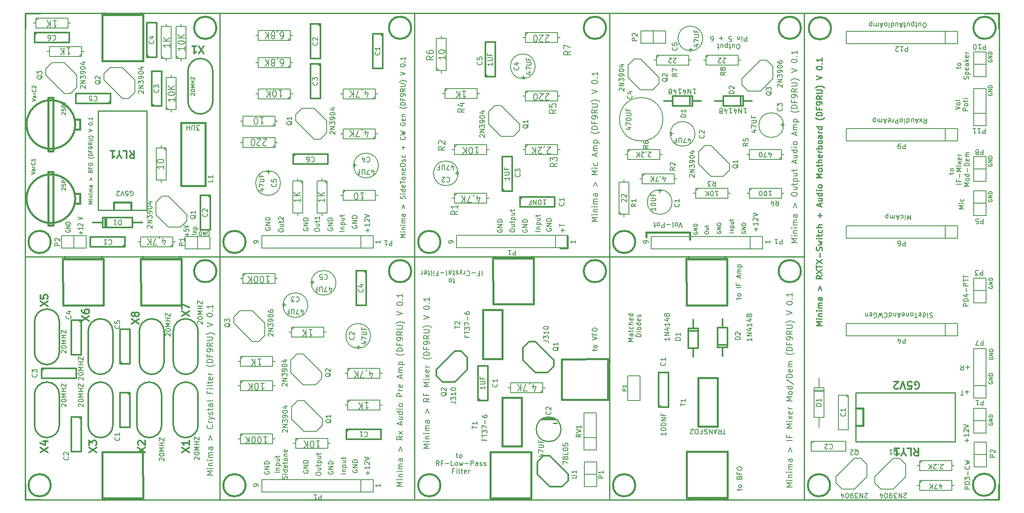
<source format=gto>
G75*
G71*
%MOMM*%
%OFA0B0*%
%FSLAX53Y53*%
%IPPOS*%
%LPD*%
%ADD17C,0.31750*%
%ADD25C,0.20000*%
%ADD31C,0.25400*%
%ADD40C,0.21082*%
%ADD41C,0.30480*%
%ADD42C,0.20066*%
%ADD46C,0.20320*%
%ADD48C,0.15240*%
%ADD50C,0.24892*%
%ADD55C,0.14986*%
%ADD56C,0.15000*%
%ADD77C,0.25000*%
%ADD80C,0.38100*%
X0000000Y0000000D02*
G01*
D56*
D42*
X0038543Y0005102D02*
X0037344Y0005102D01*
X0038201Y0005502D01*
X0037344Y0005902D01*
X0038543Y0005902D01*
X0038543Y0006473D02*
X0037744Y0006473D01*
X0037344Y0006473D02*
X0037401Y0006415D01*
X0037458Y0006473D01*
X0037401Y0006530D01*
X0037344Y0006473D01*
X0037458Y0006473D01*
X0037744Y0007043D02*
X0038543Y0007043D01*
X0037858Y0007043D02*
X0037801Y0007101D01*
X0037744Y0007215D01*
X0037744Y0007386D01*
X0037801Y0007500D01*
X0037915Y0007557D01*
X0038543Y0007557D01*
X0038543Y0008128D02*
X0037744Y0008128D01*
X0037344Y0008128D02*
X0037401Y0008071D01*
X0037458Y0008128D01*
X0037401Y0008185D01*
X0037344Y0008128D01*
X0037458Y0008128D01*
X0038543Y0008699D02*
X0037744Y0008699D01*
X0037858Y0008699D02*
X0037801Y0008756D01*
X0037744Y0008870D01*
X0037744Y0009042D01*
X0037801Y0009156D01*
X0037915Y0009213D01*
X0038543Y0009213D01*
X0037915Y0009213D02*
X0037801Y0009270D01*
X0037744Y0009384D01*
X0037744Y0009555D01*
X0037801Y0009670D01*
X0037915Y0009727D01*
X0038543Y0009727D01*
X0038543Y0010811D02*
X0037915Y0010811D01*
X0037801Y0010754D01*
X0037744Y0010640D01*
X0037744Y0010412D01*
X0037801Y0010298D01*
X0038486Y0010811D02*
X0038543Y0010697D01*
X0038543Y0010412D01*
X0038486Y0010298D01*
X0038372Y0010240D01*
X0038258Y0010240D01*
X0038144Y0010298D01*
X0038086Y0010412D01*
X0038086Y0010697D01*
X0038029Y0010811D01*
X0037744Y0012296D02*
X0038086Y0013209D01*
X0038429Y0012296D01*
X0038429Y0015379D02*
X0038486Y0015321D01*
X0038543Y0015150D01*
X0038543Y0015036D01*
X0038486Y0014865D01*
X0038372Y0014751D01*
X0038258Y0014693D01*
X0038029Y0014636D01*
X0037858Y0014636D01*
X0037630Y0014693D01*
X0037516Y0014751D01*
X0037401Y0014865D01*
X0037344Y0015036D01*
X0037344Y0015150D01*
X0037401Y0015321D01*
X0037458Y0015379D01*
X0038543Y0015892D02*
X0037744Y0015892D01*
X0037972Y0015892D02*
X0037858Y0015949D01*
X0037801Y0016007D01*
X0037744Y0016121D01*
X0037744Y0016235D01*
X0037744Y0016520D02*
X0038543Y0016806D01*
X0037744Y0017091D02*
X0038543Y0016806D01*
X0038829Y0016692D01*
X0038886Y0016634D01*
X0038943Y0016520D01*
X0038486Y0017491D02*
X0038543Y0017605D01*
X0038543Y0017833D01*
X0038486Y0017948D01*
X0038372Y0018005D01*
X0038315Y0018005D01*
X0038201Y0017948D01*
X0038144Y0017833D01*
X0038144Y0017662D01*
X0038086Y0017548D01*
X0037972Y0017491D01*
X0037915Y0017491D01*
X0037801Y0017548D01*
X0037744Y0017662D01*
X0037744Y0017833D01*
X0037801Y0017948D01*
X0037744Y0018347D02*
X0037744Y0018804D01*
X0037344Y0018518D02*
X0038372Y0018518D01*
X0038486Y0018576D01*
X0038543Y0018690D01*
X0038543Y0018804D01*
X0038543Y0019717D02*
X0037915Y0019717D01*
X0037801Y0019660D01*
X0037744Y0019546D01*
X0037744Y0019318D01*
X0037801Y0019204D01*
X0038486Y0019717D02*
X0038543Y0019603D01*
X0038543Y0019318D01*
X0038486Y0019204D01*
X0038372Y0019146D01*
X0038258Y0019146D01*
X0038144Y0019204D01*
X0038086Y0019318D01*
X0038086Y0019603D01*
X0038029Y0019717D01*
X0038543Y0020459D02*
X0038486Y0020345D01*
X0038372Y0020288D01*
X0037344Y0020288D01*
X0037915Y0022229D02*
X0037915Y0021830D01*
X0038543Y0021830D02*
X0037344Y0021830D01*
X0037344Y0022401D01*
X0038543Y0022857D02*
X0037744Y0022857D01*
X0037344Y0022857D02*
X0037401Y0022800D01*
X0037458Y0022857D01*
X0037401Y0022914D01*
X0037344Y0022857D01*
X0037458Y0022857D01*
X0038543Y0023599D02*
X0038486Y0023485D01*
X0038372Y0023428D01*
X0037344Y0023428D01*
X0037744Y0023885D02*
X0037744Y0024342D01*
X0037344Y0024056D02*
X0038372Y0024056D01*
X0038486Y0024113D01*
X0038543Y0024227D01*
X0038543Y0024342D01*
X0038486Y0025198D02*
X0038543Y0025084D01*
X0038543Y0024855D01*
X0038486Y0024741D01*
X0038372Y0024684D01*
X0037915Y0024684D01*
X0037801Y0024741D01*
X0037744Y0024855D01*
X0037744Y0025084D01*
X0037801Y0025198D01*
X0037915Y0025255D01*
X0038029Y0025255D01*
X0038144Y0024684D01*
X0038543Y0025769D02*
X0037744Y0025769D01*
X0037972Y0025769D02*
X0037858Y0025826D01*
X0037801Y0025883D01*
X0037744Y0025997D01*
X0037744Y0026111D01*
X0039000Y0027767D02*
X0038943Y0027710D01*
X0038772Y0027596D01*
X0038657Y0027539D01*
X0038486Y0027481D01*
X0038201Y0027424D01*
X0037972Y0027424D01*
X0037687Y0027481D01*
X0037516Y0027539D01*
X0037401Y0027596D01*
X0037230Y0027710D01*
X0037173Y0027767D01*
X0038543Y0028224D02*
X0037344Y0028224D01*
X0037344Y0028509D01*
X0037401Y0028680D01*
X0037516Y0028795D01*
X0037630Y0028852D01*
X0037858Y0028909D01*
X0038029Y0028909D01*
X0038258Y0028852D01*
X0038372Y0028795D01*
X0038486Y0028680D01*
X0038543Y0028509D01*
X0038543Y0028224D01*
X0037915Y0029822D02*
X0037915Y0029423D01*
X0038543Y0029423D02*
X0037344Y0029423D01*
X0037344Y0029993D01*
X0038543Y0030507D02*
X0038543Y0030736D01*
X0038486Y0030850D01*
X0038429Y0030907D01*
X0038258Y0031021D01*
X0038029Y0031078D01*
X0037573Y0031078D01*
X0037458Y0031021D01*
X0037401Y0030964D01*
X0037344Y0030850D01*
X0037344Y0030621D01*
X0037401Y0030507D01*
X0037458Y0030450D01*
X0037573Y0030393D01*
X0037858Y0030393D01*
X0037972Y0030450D01*
X0038029Y0030507D01*
X0038086Y0030621D01*
X0038086Y0030850D01*
X0038029Y0030964D01*
X0037972Y0031021D01*
X0037858Y0031078D01*
X0038543Y0032277D02*
X0037972Y0031877D01*
X0038543Y0031592D02*
X0037344Y0031592D01*
X0037344Y0032049D01*
X0037401Y0032163D01*
X0037458Y0032220D01*
X0037573Y0032277D01*
X0037744Y0032277D01*
X0037858Y0032220D01*
X0037915Y0032163D01*
X0037972Y0032049D01*
X0037972Y0031592D01*
X0037344Y0032791D02*
X0038315Y0032791D01*
X0038429Y0032848D01*
X0038486Y0032905D01*
X0038543Y0033019D01*
X0038543Y0033248D01*
X0038486Y0033362D01*
X0038429Y0033419D01*
X0038315Y0033476D01*
X0037344Y0033476D01*
X0039000Y0033933D02*
X0038943Y0033990D01*
X0038772Y0034104D01*
X0038657Y0034161D01*
X0038486Y0034218D01*
X0038201Y0034275D01*
X0037972Y0034275D01*
X0037687Y0034218D01*
X0037516Y0034161D01*
X0037401Y0034104D01*
X0037230Y0033990D01*
X0037173Y0033933D01*
X0037344Y0035588D02*
X0038543Y0035988D01*
X0037344Y0036387D01*
X0037344Y0037929D02*
X0037344Y0038043D01*
X0037401Y0038157D01*
X0037458Y0038214D01*
X0037573Y0038271D01*
X0037801Y0038329D01*
X0038086Y0038329D01*
X0038315Y0038271D01*
X0038429Y0038214D01*
X0038486Y0038157D01*
X0038543Y0038043D01*
X0038543Y0037929D01*
X0038486Y0037815D01*
X0038429Y0037758D01*
X0038315Y0037701D01*
X0038086Y0037643D01*
X0037801Y0037643D01*
X0037573Y0037701D01*
X0037458Y0037758D01*
X0037401Y0037815D01*
X0037344Y0037929D01*
X0038429Y0038842D02*
X0038486Y0038899D01*
X0038543Y0038842D01*
X0038486Y0038785D01*
X0038429Y0038842D01*
X0038543Y0038842D01*
X0038543Y0040041D02*
X0038543Y0039356D01*
X0038543Y0039699D02*
X0037344Y0039699D01*
X0037516Y0039584D01*
X0037630Y0039470D01*
X0037687Y0039356D01*
D80*
X0037003Y0049286D02*
G75*
G03*
X0037003Y0049286I0000000J-002286D01*
G01*
X0003000Y0005286D02*
G75*
G03*
X0003000Y0005286I0000000J-002286D01*
G01*
D17*
X0035541Y0028325D02*
X0035541Y0034675D01*
X0030461Y0028325D02*
X0030461Y0034675D01*
X0033001Y0037215D02*
G75*
G03*
X0030461Y0034675I0000000J-002540D01*
G01*
X0035541Y0034675D02*
G75*
G03*
X0033001Y0037215I-002540J0000000D01*
G01*
X0030461Y0028325D02*
G75*
G03*
X0033001Y0025785I0002540J0000000D01*
G01*
X0033001Y0025785D02*
G75*
G03*
X0035541Y0028325I0000000J0002540D01*
G01*
X0028541Y0028325D02*
X0028541Y0034675D01*
X0023461Y0028325D02*
X0023461Y0034675D01*
X0026001Y0037215D02*
G75*
G03*
X0023461Y0034675I0000000J-002540D01*
G01*
X0028541Y0034675D02*
G75*
G03*
X0026001Y0037215I-002540J0000000D01*
G01*
X0023461Y0028325D02*
G75*
G03*
X0026001Y0025785I0002540J0000000D01*
G01*
X0026001Y0025785D02*
G75*
G03*
X0028541Y0028325I0000000J0002540D01*
G01*
X0012961Y0034675D02*
X0012961Y0028325D01*
X0018041Y0034675D02*
X0018041Y0028325D01*
X0015501Y0025785D02*
G75*
G03*
X0018041Y0028325I0000000J0002540D01*
G01*
X0012961Y0028325D02*
G75*
G03*
X0015501Y0025785I0002540J0000000D01*
G01*
X0018041Y0034675D02*
G75*
G03*
X0015501Y0037215I-002540J0000000D01*
G01*
X0015501Y0037215D02*
G75*
G03*
X0012961Y0034675I0000000J-002540D01*
G01*
X0007041Y0030325D02*
X0007041Y0036675D01*
X0001961Y0030325D02*
X0001961Y0036675D01*
X0004501Y0039215D02*
G75*
G03*
X0001961Y0036675I0000000J-002540D01*
G01*
X0007041Y0036675D02*
G75*
G03*
X0004501Y0039215I-002540J0000000D01*
G01*
X0001961Y0030325D02*
G75*
G03*
X0004501Y0027785I0002540J0000000D01*
G01*
X0004501Y0027785D02*
G75*
G03*
X0007041Y0030325I0000000J0002540D01*
G01*
X0007041Y0015325D02*
X0007041Y0021675D01*
X0001961Y0015325D02*
X0001961Y0021675D01*
X0004501Y0024215D02*
G75*
G03*
X0001961Y0021675I0000000J-002540D01*
G01*
X0007041Y0021675D02*
G75*
G03*
X0004501Y0024215I-002540J0000000D01*
G01*
X0001961Y0015325D02*
G75*
G03*
X0004501Y0012785I0002540J0000000D01*
G01*
X0004501Y0012785D02*
G75*
G03*
X0007041Y0015325I0000000J0002540D01*
G01*
X0012961Y0021674D02*
X0012961Y0015324D01*
X0018041Y0021674D02*
X0018041Y0015324D01*
X0015501Y0012784D02*
G75*
G03*
X0018041Y0015324I0000000J0002540D01*
G01*
X0012961Y0015324D02*
G75*
G03*
X0015501Y0012784I0002540J0000000D01*
G01*
X0018041Y0021674D02*
G75*
G03*
X0015501Y0024214I-002540J0000000D01*
G01*
X0015501Y0024214D02*
G75*
G03*
X0012961Y0021674I0000000J-002540D01*
G01*
X0028041Y0015324D02*
X0028041Y0021674D01*
X0022961Y0015324D02*
X0022961Y0021674D01*
X0025501Y0024214D02*
G75*
G03*
X0022961Y0021674I0000000J-002540D01*
G01*
X0028041Y0021674D02*
G75*
G03*
X0025501Y0024214I-002540J0000000D01*
G01*
X0022961Y0015324D02*
G75*
G03*
X0025501Y0012784I0002540J0000000D01*
G01*
X0025501Y0012784D02*
G75*
G03*
X0028041Y0015324I0000000J0002540D01*
G01*
X0035542Y0015324D02*
X0035542Y0021674D01*
X0030462Y0015324D02*
X0030462Y0021674D01*
X0033002Y0024214D02*
G75*
G03*
X0030462Y0021674I0000000J-002540D01*
G01*
X0035542Y0021674D02*
G75*
G03*
X0033002Y0024214I-002540J0000000D01*
G01*
X0030462Y0015324D02*
G75*
G03*
X0033002Y0012784I0002540J0000000D01*
G01*
X0033002Y0012784D02*
G75*
G03*
X0035542Y0015324I0000000J0002540D01*
G01*
D41*
X0019485Y0027944D02*
X0019485Y0035056D01*
X0019485Y0035056D02*
X0021517Y0035056D01*
X0021517Y0035056D02*
X0021517Y0027944D01*
X0021517Y0027944D02*
X0019485Y0027944D01*
X0019993Y0027944D02*
X0019485Y0028452D01*
X0011517Y0036956D02*
X0011517Y0029844D01*
X0011517Y0029844D02*
X0009485Y0029844D01*
X0009485Y0029844D02*
X0009485Y0036956D01*
X0009485Y0036956D02*
X0011517Y0036956D01*
X0011009Y0036956D02*
X0011517Y0036448D01*
X0011516Y0017056D02*
X0011516Y0009944D01*
X0011516Y0009944D02*
X0009484Y0009944D01*
X0009484Y0009944D02*
X0009484Y0017056D01*
X0009484Y0017056D02*
X0011516Y0017056D01*
X0011008Y0017056D02*
X0011516Y0016548D01*
X0003445Y0027016D02*
X0010557Y0027016D01*
X0010557Y0027016D02*
X0010557Y0024984D01*
X0010557Y0024984D02*
X0003445Y0024984D01*
X0003445Y0024984D02*
X0003445Y0027016D01*
X0003445Y0026508D02*
X0003953Y0027016D01*
X0021516Y0022055D02*
X0021516Y0014943D01*
X0021516Y0014943D02*
X0019484Y0014943D01*
X0019484Y0014943D02*
X0019484Y0022055D01*
X0019484Y0022055D02*
X0021516Y0022055D01*
X0021008Y0022055D02*
X0021516Y0021547D01*
D80*
X0024197Y0009748D02*
X0024247Y0000248D01*
X0024247Y0000248D02*
X0015865Y0000248D01*
X0015865Y0000248D02*
X0015865Y0009799D01*
X0015865Y0009799D02*
X0024197Y0009799D01*
X0023866Y0000350D02*
X0016246Y0000350D01*
X0016246Y0000350D02*
X0016246Y0000000D01*
X0016246Y-012350D02*
X0023866Y0000000D02*
X0023866Y0000350D01*
X0007805Y0040052D02*
X0007755Y0049552D01*
X0007755Y0049552D02*
X0016137Y0049552D01*
X0016137Y0049552D02*
X0016137Y0040001D01*
X0016137Y0040001D02*
X0007805Y0040001D01*
X0008136Y0049450D02*
X0015756Y0049450D01*
X0015756Y0049450D02*
X0015756Y0050000D01*
X0015756Y0062150D02*
X0008136Y0050000D02*
X0008136Y0049450D01*
X0023805Y0040052D02*
X0023755Y0049552D01*
X0023755Y0049552D02*
X0032137Y0049552D01*
X0032137Y0049552D02*
X0032137Y0040001D01*
X0032137Y0040001D02*
X0023805Y0040001D01*
X0024136Y0049450D02*
X0031756Y0049450D01*
X0031756Y0049450D02*
X0031756Y0050000D01*
X0031756Y0062150D02*
X0024136Y0050000D02*
X0024136Y0049450D01*
D41*
X0032166Y0037767D02*
X0033690Y0038783D01*
X0032166Y0038783D02*
X0033690Y0037767D01*
X0032166Y0039218D02*
X0032166Y0040234D01*
X0033690Y0039581D01*
D25*
X0035549Y0036167D02*
X0035501Y0036214D01*
X0035453Y0036310D01*
X0035453Y0036548D01*
X0035501Y0036643D01*
X0035549Y0036690D01*
X0035644Y0036738D01*
X0035739Y0036738D01*
X0035882Y0036690D01*
X0036453Y0036119D01*
X0036453Y0036738D01*
X0035453Y0037357D02*
X0035453Y0037452D01*
X0035501Y0037548D01*
X0035549Y0037595D01*
X0035644Y0037643D01*
X0035834Y0037690D01*
X0036072Y0037690D01*
X0036263Y0037643D01*
X0036358Y0037595D01*
X0036406Y0037548D01*
X0036453Y0037452D01*
X0036453Y0037357D01*
X0036406Y0037262D01*
X0036358Y0037214D01*
X0036263Y0037167D01*
X0036072Y0037119D01*
X0035834Y0037119D01*
X0035644Y0037167D01*
X0035549Y0037214D01*
X0035501Y0037262D01*
X0035453Y0037357D01*
X0036453Y0038119D02*
X0035453Y0038119D01*
X0036168Y0038452D01*
X0035453Y0038786D01*
X0036453Y0038786D01*
X0036453Y0039262D02*
X0035453Y0039262D01*
X0035930Y0039262D02*
X0035930Y0039833D01*
X0036453Y0039833D02*
X0035453Y0039833D01*
X0035453Y0040214D02*
X0035453Y0040881D01*
X0036453Y0040214D01*
X0036453Y0040881D01*
D41*
X0021866Y0036166D02*
X0023390Y0037182D01*
X0021866Y0037182D02*
X0023390Y0036166D01*
X0022520Y0037981D02*
X0022447Y0037835D01*
X0022374Y0037763D01*
X0022229Y0037690D01*
X0022157Y0037690D01*
X0022012Y0037763D01*
X0021939Y0037835D01*
X0021866Y0037981D01*
X0021866Y0038271D01*
X0021939Y0038416D01*
X0022012Y0038489D01*
X0022157Y0038561D01*
X0022229Y0038561D01*
X0022374Y0038489D01*
X0022447Y0038416D01*
X0022520Y0038271D01*
X0022520Y0037981D01*
X0022592Y0037835D01*
X0022665Y0037763D01*
X0022810Y0037690D01*
X0023100Y0037690D01*
X0023245Y0037763D01*
X0023318Y0037835D01*
X0023390Y0037981D01*
X0023390Y0038271D01*
X0023318Y0038416D01*
X0023245Y0038489D01*
X0023100Y0038561D01*
X0022810Y0038561D01*
X0022665Y0038489D01*
X0022592Y0038416D01*
X0022520Y0038271D01*
D25*
X0028949Y0033667D02*
X0028901Y0033714D01*
X0028853Y0033810D01*
X0028853Y0034048D01*
X0028901Y0034143D01*
X0028949Y0034190D01*
X0029044Y0034238D01*
X0029139Y0034238D01*
X0029282Y0034190D01*
X0029853Y0033619D01*
X0029853Y0034238D01*
X0028853Y0034857D02*
X0028853Y0034952D01*
X0028901Y0035048D01*
X0028949Y0035095D01*
X0029044Y0035143D01*
X0029234Y0035190D01*
X0029472Y0035190D01*
X0029663Y0035143D01*
X0029758Y0035095D01*
X0029806Y0035048D01*
X0029853Y0034952D01*
X0029853Y0034857D01*
X0029806Y0034762D01*
X0029758Y0034714D01*
X0029663Y0034667D01*
X0029472Y0034619D01*
X0029234Y0034619D01*
X0029044Y0034667D01*
X0028949Y0034714D01*
X0028901Y0034762D01*
X0028853Y0034857D01*
X0029853Y0035619D02*
X0028853Y0035619D01*
X0029568Y0035952D01*
X0028853Y0036286D01*
X0029853Y0036286D01*
X0029853Y0036762D02*
X0028853Y0036762D01*
X0029330Y0036762D02*
X0029330Y0037333D01*
X0029853Y0037333D02*
X0028853Y0037333D01*
X0028853Y0037714D02*
X0028853Y0038381D01*
X0029853Y0037714D01*
X0029853Y0038381D01*
D41*
X0011666Y0036766D02*
X0013190Y0037782D01*
X0011666Y0037782D02*
X0013190Y0036766D01*
X0011666Y0039016D02*
X0011666Y0038726D01*
X0011739Y0038581D01*
X0011812Y0038508D01*
X0012029Y0038363D01*
X0012320Y0038290D01*
X0012900Y0038290D01*
X0013045Y0038363D01*
X0013118Y0038435D01*
X0013190Y0038581D01*
X0013190Y0038871D01*
X0013118Y0039016D01*
X0013045Y0039089D01*
X0012900Y0039161D01*
X0012537Y0039161D01*
X0012392Y0039089D01*
X0012320Y0039016D01*
X0012247Y0038871D01*
X0012247Y0038581D01*
X0012320Y0038435D01*
X0012392Y0038363D01*
X0012537Y0038290D01*
D25*
X0011049Y0024667D02*
X0011001Y0024714D01*
X0010953Y0024810D01*
X0010953Y0025048D01*
X0011001Y0025143D01*
X0011049Y0025190D01*
X0011144Y0025238D01*
X0011239Y0025238D01*
X0011382Y0025190D01*
X0011953Y0024619D01*
X0011953Y0025238D01*
X0010953Y0025857D02*
X0010953Y0025952D01*
X0011001Y0026048D01*
X0011049Y0026095D01*
X0011144Y0026143D01*
X0011334Y0026190D01*
X0011572Y0026190D01*
X0011763Y0026143D01*
X0011858Y0026095D01*
X0011906Y0026048D01*
X0011953Y0025952D01*
X0011953Y0025857D01*
X0011906Y0025762D01*
X0011858Y0025714D01*
X0011763Y0025667D01*
X0011572Y0025619D01*
X0011334Y0025619D01*
X0011144Y0025667D01*
X0011049Y0025714D01*
X0011001Y0025762D01*
X0010953Y0025857D01*
X0011953Y0026619D02*
X0010953Y0026619D01*
X0011668Y0026952D01*
X0010953Y0027286D01*
X0011953Y0027286D01*
X0011953Y0027762D02*
X0010953Y0027762D01*
X0011430Y0027762D02*
X0011430Y0028333D01*
X0011953Y0028333D02*
X0010953Y0028333D01*
X0010953Y0028714D02*
X0010953Y0029381D01*
X0011953Y0028714D01*
X0011953Y0029381D01*
D41*
X0003166Y0039767D02*
X0004690Y0040783D01*
X0003166Y0040783D02*
X0004690Y0039767D01*
X0003166Y0042089D02*
X0003166Y0041363D01*
X0003892Y0041291D01*
X0003819Y0041363D01*
X0003747Y0041509D01*
X0003747Y0041871D01*
X0003819Y0042017D01*
X0003892Y0042089D01*
X0004037Y0042162D01*
X0004400Y0042162D01*
X0004545Y0042089D01*
X0004617Y0042017D01*
X0004690Y0041871D01*
X0004690Y0041509D01*
X0004617Y0041363D01*
X0004545Y0041291D01*
D25*
X0007549Y0030167D02*
X0007501Y0030214D01*
X0007453Y0030310D01*
X0007453Y0030548D01*
X0007501Y0030643D01*
X0007549Y0030690D01*
X0007644Y0030738D01*
X0007739Y0030738D01*
X0007882Y0030690D01*
X0008453Y0030119D01*
X0008453Y0030738D01*
X0007453Y0031357D02*
X0007453Y0031452D01*
X0007501Y0031548D01*
X0007549Y0031595D01*
X0007644Y0031643D01*
X0007834Y0031690D01*
X0008072Y0031690D01*
X0008263Y0031643D01*
X0008358Y0031595D01*
X0008406Y0031548D01*
X0008453Y0031452D01*
X0008453Y0031357D01*
X0008406Y0031262D01*
X0008358Y0031214D01*
X0008263Y0031167D01*
X0008072Y0031119D01*
X0007834Y0031119D01*
X0007644Y0031167D01*
X0007549Y0031214D01*
X0007501Y0031262D01*
X0007453Y0031357D01*
X0008453Y0032119D02*
X0007453Y0032119D01*
X0008168Y0032452D01*
X0007453Y0032786D01*
X0008453Y0032786D01*
X0008453Y0033262D02*
X0007453Y0033262D01*
X0007930Y0033262D02*
X0007930Y0033833D01*
X0008453Y0033833D02*
X0007453Y0033833D01*
X0007453Y0034214D02*
X0007453Y0034881D01*
X0008453Y0034214D01*
X0008453Y0034881D01*
D41*
X0003166Y0009768D02*
X0004690Y0010784D01*
X0003166Y0010784D02*
X0004690Y0009768D01*
X0003674Y0012018D02*
X0004690Y0012018D01*
X0003093Y0011655D02*
X0004182Y0011292D01*
X0004182Y0012236D01*
D25*
X0007549Y0019167D02*
X0007501Y0019214D01*
X0007453Y0019310D01*
X0007453Y0019548D01*
X0007501Y0019643D01*
X0007549Y0019690D01*
X0007644Y0019738D01*
X0007739Y0019738D01*
X0007882Y0019690D01*
X0008453Y0019119D01*
X0008453Y0019738D01*
X0007453Y0020357D02*
X0007453Y0020452D01*
X0007501Y0020548D01*
X0007549Y0020595D01*
X0007644Y0020643D01*
X0007834Y0020690D01*
X0008072Y0020690D01*
X0008263Y0020643D01*
X0008358Y0020595D01*
X0008406Y0020548D01*
X0008453Y0020452D01*
X0008453Y0020357D01*
X0008406Y0020262D01*
X0008358Y0020214D01*
X0008263Y0020167D01*
X0008072Y0020119D01*
X0007834Y0020119D01*
X0007644Y0020167D01*
X0007549Y0020214D01*
X0007501Y0020262D01*
X0007453Y0020357D01*
X0008453Y0021119D02*
X0007453Y0021119D01*
X0008168Y0021452D01*
X0007453Y0021786D01*
X0008453Y0021786D01*
X0008453Y0022262D02*
X0007453Y0022262D01*
X0007930Y0022262D02*
X0007930Y0022833D01*
X0008453Y0022833D02*
X0007453Y0022833D01*
X0007453Y0023214D02*
X0007453Y0023881D01*
X0008453Y0023214D01*
X0008453Y0023881D01*
D41*
X0013166Y0009766D02*
X0014690Y0010782D01*
X0013166Y0010782D02*
X0014690Y0009766D01*
X0013166Y0011218D02*
X0013166Y0012161D01*
X0013747Y0011653D01*
X0013747Y0011871D01*
X0013820Y0012016D01*
X0013892Y0012089D01*
X0014037Y0012161D01*
X0014400Y0012161D01*
X0014545Y0012089D01*
X0014618Y0012016D01*
X0014690Y0011871D01*
X0014690Y0011435D01*
X0014618Y0011290D01*
X0014545Y0011218D01*
D25*
X0011049Y0019167D02*
X0011001Y0019214D01*
X0010953Y0019310D01*
X0010953Y0019548D01*
X0011001Y0019643D01*
X0011049Y0019690D01*
X0011144Y0019738D01*
X0011239Y0019738D01*
X0011382Y0019690D01*
X0011953Y0019119D01*
X0011953Y0019738D01*
X0010953Y0020357D02*
X0010953Y0020452D01*
X0011001Y0020548D01*
X0011049Y0020595D01*
X0011144Y0020643D01*
X0011334Y0020690D01*
X0011572Y0020690D01*
X0011763Y0020643D01*
X0011858Y0020595D01*
X0011906Y0020548D01*
X0011953Y0020452D01*
X0011953Y0020357D01*
X0011906Y0020262D01*
X0011858Y0020214D01*
X0011763Y0020167D01*
X0011572Y0020119D01*
X0011334Y0020119D01*
X0011144Y0020167D01*
X0011049Y0020214D01*
X0011001Y0020262D01*
X0010953Y0020357D01*
X0011953Y0021119D02*
X0010953Y0021119D01*
X0011668Y0021452D01*
X0010953Y0021786D01*
X0011953Y0021786D01*
X0011953Y0022262D02*
X0010953Y0022262D01*
X0011430Y0022262D02*
X0011430Y0022833D01*
X0011953Y0022833D02*
X0010953Y0022833D01*
X0010953Y0023214D02*
X0010953Y0023881D01*
X0011953Y0023214D01*
X0011953Y0023881D01*
D41*
X0023166Y0009767D02*
X0024690Y0010783D01*
X0023166Y0010783D02*
X0024690Y0009767D01*
X0023311Y0011291D02*
X0023238Y0011364D01*
X0023166Y0011509D01*
X0023166Y0011872D01*
X0023238Y0012017D01*
X0023311Y0012090D01*
X0023456Y0012162D01*
X0023601Y0012162D01*
X0023819Y0012090D01*
X0024690Y0011219D01*
X0024690Y0012162D01*
D25*
X0027649Y0008067D02*
X0027601Y0008114D01*
X0027553Y0008210D01*
X0027553Y0008448D01*
X0027601Y0008543D01*
X0027649Y0008590D01*
X0027744Y0008638D01*
X0027839Y0008638D01*
X0027982Y0008590D01*
X0028553Y0008019D01*
X0028553Y0008638D01*
X0027553Y0009257D02*
X0027553Y0009352D01*
X0027601Y0009448D01*
X0027649Y0009495D01*
X0027744Y0009543D01*
X0027934Y0009590D01*
X0028172Y0009590D01*
X0028363Y0009543D01*
X0028458Y0009495D01*
X0028506Y0009448D01*
X0028553Y0009352D01*
X0028553Y0009257D01*
X0028506Y0009162D01*
X0028458Y0009114D01*
X0028363Y0009067D01*
X0028172Y0009019D01*
X0027934Y0009019D01*
X0027744Y0009067D01*
X0027649Y0009114D01*
X0027601Y0009162D01*
X0027553Y0009257D01*
X0028553Y0010019D02*
X0027553Y0010019D01*
X0028268Y0010352D01*
X0027553Y0010686D01*
X0028553Y0010686D01*
X0028553Y0011162D02*
X0027553Y0011162D01*
X0028030Y0011162D02*
X0028030Y0011733D01*
X0028553Y0011733D02*
X0027553Y0011733D01*
X0027553Y0012114D02*
X0027553Y0012781D01*
X0028553Y0012114D01*
X0028553Y0012781D01*
D41*
X0032168Y0009767D02*
X0033692Y0010783D01*
X0032168Y0010783D02*
X0033692Y0009767D01*
X0033692Y0012162D02*
X0033692Y0011291D01*
X0033692Y0011727D02*
X0032168Y0011727D01*
X0032385Y0011582D01*
X0032530Y0011436D01*
X0032603Y0011291D01*
D25*
X0034849Y0008267D02*
X0034801Y0008314D01*
X0034753Y0008410D01*
X0034753Y0008648D01*
X0034801Y0008743D01*
X0034849Y0008790D01*
X0034944Y0008838D01*
X0035039Y0008838D01*
X0035182Y0008790D01*
X0035753Y0008219D01*
X0035753Y0008838D01*
X0034753Y0009457D02*
X0034753Y0009552D01*
X0034801Y0009648D01*
X0034849Y0009695D01*
X0034944Y0009743D01*
X0035134Y0009790D01*
X0035372Y0009790D01*
X0035563Y0009743D01*
X0035658Y0009695D01*
X0035706Y0009648D01*
X0035753Y0009552D01*
X0035753Y0009457D01*
X0035706Y0009362D01*
X0035658Y0009314D01*
X0035563Y0009267D01*
X0035372Y0009219D01*
X0035134Y0009219D01*
X0034944Y0009267D01*
X0034849Y0009314D01*
X0034801Y0009362D01*
X0034753Y0009457D01*
X0035753Y0010219D02*
X0034753Y0010219D01*
X0035468Y0010552D01*
X0034753Y0010886D01*
X0035753Y0010886D01*
X0035753Y0011362D02*
X0034753Y0011362D01*
X0035230Y0011362D02*
X0035230Y0011933D01*
X0035753Y0011933D02*
X0034753Y0011933D01*
X0034753Y0012314D02*
X0034753Y0012981D01*
X0035753Y0012314D01*
X0035753Y0012981D01*
D46*
X0019364Y0035831D02*
X0019412Y0035782D01*
X0019461Y0035637D01*
X0019461Y0035540D01*
X0019412Y0035395D01*
X0019315Y0035298D01*
X0019219Y0035250D01*
X0019025Y0035202D01*
X0018880Y0035202D01*
X0018687Y0035250D01*
X0018590Y0035298D01*
X0018493Y0035395D01*
X0018445Y0035540D01*
X0018445Y0035637D01*
X0018493Y0035782D01*
X0018541Y0035831D01*
X0018445Y0036750D02*
X0018445Y0036266D01*
X0018928Y0036218D01*
X0018880Y0036266D01*
X0018832Y0036363D01*
X0018832Y0036605D01*
X0018880Y0036702D01*
X0018928Y0036750D01*
X0019025Y0036798D01*
X0019267Y0036798D01*
X0019364Y0036750D01*
X0019412Y0036702D01*
X0019461Y0036605D01*
X0019461Y0036363D01*
X0019412Y0036266D01*
X0019364Y0036218D01*
X0009364Y0037831D02*
X0009412Y0037782D01*
X0009461Y0037637D01*
X0009461Y0037540D01*
X0009412Y0037395D01*
X0009315Y0037298D01*
X0009219Y0037250D01*
X0009025Y0037202D01*
X0008880Y0037202D01*
X0008687Y0037250D01*
X0008590Y0037298D01*
X0008493Y0037395D01*
X0008445Y0037540D01*
X0008445Y0037637D01*
X0008493Y0037782D01*
X0008541Y0037831D01*
X0008783Y0038702D02*
X0009461Y0038702D01*
X0008396Y0038460D02*
X0009122Y0038218D01*
X0009122Y0038847D01*
X0008864Y0008831D02*
X0008912Y0008782D01*
X0008961Y0008637D01*
X0008961Y0008540D01*
X0008912Y0008395D01*
X0008815Y0008298D01*
X0008719Y0008250D01*
X0008525Y0008202D01*
X0008380Y0008202D01*
X0008187Y0008250D01*
X0008090Y0008298D01*
X0007993Y0008395D01*
X0007945Y0008540D01*
X0007945Y0008637D01*
X0007993Y0008782D01*
X0008041Y0008831D01*
X0008041Y0009218D02*
X0007993Y0009266D01*
X0007945Y0009363D01*
X0007945Y0009605D01*
X0007993Y0009702D01*
X0008041Y0009750D01*
X0008138Y0009798D01*
X0008235Y0009798D01*
X0008380Y0009750D01*
X0008961Y0009169D01*
X0008961Y0009798D01*
X0002365Y0025831D02*
X0002414Y0025782D01*
X0002462Y0025637D01*
X0002462Y0025540D01*
X0002414Y0025395D01*
X0002317Y0025298D01*
X0002220Y0025250D01*
X0002026Y0025202D01*
X0001881Y0025202D01*
X0001688Y0025250D01*
X0001591Y0025298D01*
X0001494Y0025395D01*
X0001446Y0025540D01*
X0001446Y0025637D01*
X0001494Y0025782D01*
X0001543Y0025831D01*
X0001446Y0026169D02*
X0001446Y0026798D01*
X0001833Y0026460D01*
X0001833Y0026605D01*
X0001881Y0026702D01*
X0001930Y0026750D01*
X0002026Y0026798D01*
X0002268Y0026798D01*
X0002365Y0026750D01*
X0002414Y0026702D01*
X0002462Y0026605D01*
X0002462Y0026314D01*
X0002414Y0026218D01*
X0002365Y0026169D01*
X0019364Y0012831D02*
X0019413Y0012782D01*
X0019461Y0012637D01*
X0019461Y0012540D01*
X0019413Y0012395D01*
X0019316Y0012298D01*
X0019219Y0012250D01*
X0019026Y0012202D01*
X0018881Y0012202D01*
X0018687Y0012250D01*
X0018590Y0012298D01*
X0018494Y0012395D01*
X0018445Y0012540D01*
X0018445Y0012637D01*
X0018494Y0012782D01*
X0018542Y0012831D01*
X0019461Y0013798D02*
X0019461Y0013218D01*
X0019461Y0013508D02*
X0018445Y0013508D01*
X0018590Y0013411D01*
X0018687Y0013314D01*
X0018736Y0013218D01*
D41*
D77*
X0000000Y0000000D02*
G01*
D77*
D77*
X0040000Y0050000D02*
X0000000Y0050000D01*
X0040000Y0000000D02*
X0040000Y0050000D01*
X0000000Y0000000D02*
X0040000Y0000000D01*
X0000000Y0050000D02*
X0000000Y0000000D01*
X0040000Y0000000D02*
G01*
D56*
D25*
X0049201Y0005838D02*
X0049153Y0005743D01*
X0049153Y0005600D01*
X0049201Y0005457D01*
X0049296Y0005362D01*
X0049391Y0005314D01*
X0049582Y0005267D01*
X0049725Y0005267D01*
X0049915Y0005314D01*
X0050011Y0005362D01*
X0050106Y0005457D01*
X0050153Y0005600D01*
X0050153Y0005695D01*
X0050106Y0005838D01*
X0050058Y0005886D01*
X0049725Y0005886D01*
X0049725Y0005695D01*
X0050153Y0006314D02*
X0049153Y0006314D01*
X0050153Y0006886D01*
X0049153Y0006886D01*
X0050153Y0007362D02*
X0049153Y0007362D01*
X0049153Y0007600D01*
X0049201Y0007743D01*
X0049296Y0007838D01*
X0049391Y0007886D01*
X0049582Y0007933D01*
X0049725Y0007933D01*
X0049915Y0007886D01*
X0050011Y0007838D01*
X0050106Y0007743D01*
X0050153Y0007600D01*
X0050153Y0007362D01*
X0062301Y0005838D02*
X0062253Y0005743D01*
X0062253Y0005600D01*
X0062301Y0005457D01*
X0062396Y0005362D01*
X0062491Y0005314D01*
X0062682Y0005267D01*
X0062825Y0005267D01*
X0063015Y0005314D01*
X0063111Y0005362D01*
X0063206Y0005457D01*
X0063253Y0005600D01*
X0063253Y0005695D01*
X0063206Y0005838D01*
X0063158Y0005886D01*
X0062825Y0005886D01*
X0062825Y0005695D01*
X0063253Y0006314D02*
X0062253Y0006314D01*
X0063253Y0006886D01*
X0062253Y0006886D01*
X0063253Y0007362D02*
X0062253Y0007362D01*
X0062253Y0007600D01*
X0062301Y0007743D01*
X0062396Y0007838D01*
X0062491Y0007886D01*
X0062682Y0007933D01*
X0062825Y0007933D01*
X0063015Y0007886D01*
X0063111Y0007838D01*
X0063206Y0007743D01*
X0063253Y0007600D01*
X0063253Y0007362D01*
X0057201Y0006038D02*
X0057153Y0005943D01*
X0057153Y0005800D01*
X0057201Y0005657D01*
X0057296Y0005562D01*
X0057391Y0005514D01*
X0057582Y0005467D01*
X0057725Y0005467D01*
X0057915Y0005514D01*
X0058011Y0005562D01*
X0058106Y0005657D01*
X0058153Y0005800D01*
X0058153Y0005895D01*
X0058106Y0006038D01*
X0058058Y0006086D01*
X0057725Y0006086D01*
X0057725Y0005895D01*
X0058153Y0006514D02*
X0057153Y0006514D01*
X0058153Y0007086D01*
X0057153Y0007086D01*
X0058153Y0007562D02*
X0057153Y0007562D01*
X0057153Y0007800D01*
X0057201Y0007943D01*
X0057296Y0008038D01*
X0057391Y0008086D01*
X0057582Y0008133D01*
X0057725Y0008133D01*
X0057915Y0008086D01*
X0058011Y0008038D01*
X0058106Y0007943D01*
X0058153Y0007800D01*
X0058153Y0007562D01*
X0067301Y0006138D02*
X0067253Y0006043D01*
X0067253Y0005900D01*
X0067301Y0005757D01*
X0067396Y0005662D01*
X0067491Y0005614D01*
X0067682Y0005567D01*
X0067825Y0005567D01*
X0068015Y0005614D01*
X0068111Y0005662D01*
X0068206Y0005757D01*
X0068253Y0005900D01*
X0068253Y0005995D01*
X0068206Y0006138D01*
X0068158Y0006186D01*
X0067825Y0006186D01*
X0067825Y0005995D01*
X0068253Y0006614D02*
X0067253Y0006614D01*
X0068253Y0007186D01*
X0067253Y0007186D01*
X0068253Y0007662D02*
X0067253Y0007662D01*
X0067253Y0007900D01*
X0067301Y0008043D01*
X0067396Y0008138D01*
X0067491Y0008186D01*
X0067682Y0008233D01*
X0067825Y0008233D01*
X0068015Y0008186D01*
X0068111Y0008138D01*
X0068206Y0008043D01*
X0068253Y0007900D01*
X0068253Y0007662D01*
X0052253Y0005657D02*
X0051253Y0005657D01*
X0051587Y0006133D02*
X0052253Y0006133D01*
X0051682Y0006133D02*
X0051634Y0006181D01*
X0051587Y0006276D01*
X0051587Y0006419D01*
X0051634Y0006514D01*
X0051730Y0006562D01*
X0052253Y0006562D01*
X0051587Y0007038D02*
X0052587Y0007038D01*
X0051634Y0007038D02*
X0051587Y0007133D01*
X0051587Y0007324D01*
X0051634Y0007419D01*
X0051682Y0007467D01*
X0051777Y0007514D01*
X0052063Y0007514D01*
X0052158Y0007467D01*
X0052206Y0007419D01*
X0052253Y0007324D01*
X0052253Y0007133D01*
X0052206Y0007038D01*
X0051587Y0008371D02*
X0052253Y0008371D01*
X0051587Y0007943D02*
X0052111Y0007943D01*
X0052206Y0007990D01*
X0052253Y0008086D01*
X0052253Y0008229D01*
X0052206Y0008324D01*
X0052158Y0008371D01*
X0051587Y0008705D02*
X0051587Y0009086D01*
X0051253Y0008848D02*
X0052111Y0008848D01*
X0052206Y0008895D01*
X0052253Y0008990D01*
X0052253Y0009086D01*
X0053806Y0004276D02*
X0053853Y0004419D01*
X0053853Y0004657D01*
X0053806Y0004752D01*
X0053758Y0004800D01*
X0053663Y0004848D01*
X0053568Y0004848D01*
X0053472Y0004800D01*
X0053425Y0004752D01*
X0053377Y0004657D01*
X0053330Y0004467D01*
X0053282Y0004371D01*
X0053234Y0004324D01*
X0053139Y0004276D01*
X0053044Y0004276D01*
X0052949Y0004324D01*
X0052901Y0004371D01*
X0052853Y0004467D01*
X0052853Y0004705D01*
X0052901Y0004848D01*
X0053853Y0005276D02*
X0053187Y0005276D01*
X0052853Y0005276D02*
X0052901Y0005229D01*
X0052949Y0005276D01*
X0052901Y0005324D01*
X0052853Y0005276D01*
X0052949Y0005276D01*
X0053853Y0006181D02*
X0052853Y0006181D01*
X0053806Y0006181D02*
X0053853Y0006086D01*
X0053853Y0005895D01*
X0053806Y0005800D01*
X0053758Y0005752D01*
X0053663Y0005705D01*
X0053377Y0005705D01*
X0053282Y0005752D01*
X0053234Y0005800D01*
X0053187Y0005895D01*
X0053187Y0006086D01*
X0053234Y0006181D01*
X0053806Y0007038D02*
X0053853Y0006943D01*
X0053853Y0006752D01*
X0053806Y0006657D01*
X0053711Y0006610D01*
X0053330Y0006610D01*
X0053234Y0006657D01*
X0053187Y0006752D01*
X0053187Y0006943D01*
X0053234Y0007038D01*
X0053330Y0007086D01*
X0053425Y0007086D01*
X0053520Y0006610D01*
X0053187Y0007371D02*
X0053187Y0007752D01*
X0052853Y0007514D02*
X0053711Y0007514D01*
X0053806Y0007562D01*
X0053853Y0007657D01*
X0053853Y0007752D01*
X0053853Y0008229D02*
X0053806Y0008133D01*
X0053758Y0008086D01*
X0053663Y0008038D01*
X0053377Y0008038D01*
X0053282Y0008086D01*
X0053234Y0008133D01*
X0053187Y0008229D01*
X0053187Y0008371D01*
X0053234Y0008467D01*
X0053282Y0008514D01*
X0053377Y0008562D01*
X0053663Y0008562D01*
X0053758Y0008514D01*
X0053806Y0008467D01*
X0053853Y0008371D01*
X0053853Y0008229D01*
X0053187Y0008990D02*
X0053853Y0008990D01*
X0053282Y0008990D02*
X0053234Y0009038D01*
X0053187Y0009133D01*
X0053187Y0009276D01*
X0053234Y0009371D01*
X0053330Y0009419D01*
X0053853Y0009419D01*
X0053806Y0010276D02*
X0053853Y0010181D01*
X0053853Y0009990D01*
X0053806Y0009895D01*
X0053711Y0009848D01*
X0053330Y0009848D01*
X0053234Y0009895D01*
X0053187Y0009990D01*
X0053187Y0010181D01*
X0053234Y0010276D01*
X0053330Y0010324D01*
X0053425Y0010324D01*
X0053520Y0009848D01*
X0059753Y0005276D02*
X0059753Y0005467D01*
X0059801Y0005562D01*
X0059896Y0005657D01*
X0060087Y0005705D01*
X0060420Y0005705D01*
X0060611Y0005657D01*
X0060706Y0005562D01*
X0060753Y0005467D01*
X0060753Y0005276D01*
X0060706Y0005181D01*
X0060611Y0005086D01*
X0060420Y0005038D01*
X0060087Y0005038D01*
X0059896Y0005086D01*
X0059801Y0005181D01*
X0059753Y0005276D01*
X0060087Y0006562D02*
X0060753Y0006562D01*
X0060087Y0006133D02*
X0060611Y0006133D01*
X0060706Y0006181D01*
X0060753Y0006276D01*
X0060753Y0006419D01*
X0060706Y0006514D01*
X0060658Y0006562D01*
X0060087Y0006895D02*
X0060087Y0007276D01*
X0059753Y0007038D02*
X0060611Y0007038D01*
X0060706Y0007086D01*
X0060753Y0007181D01*
X0060753Y0007276D01*
X0060087Y0007610D02*
X0061087Y0007610D01*
X0060134Y0007610D02*
X0060087Y0007705D01*
X0060087Y0007895D01*
X0060134Y0007990D01*
X0060182Y0008038D01*
X0060277Y0008086D01*
X0060563Y0008086D01*
X0060658Y0008038D01*
X0060706Y0007990D01*
X0060753Y0007895D01*
X0060753Y0007705D01*
X0060706Y0007610D01*
X0060087Y0008943D02*
X0060753Y0008943D01*
X0060087Y0008514D02*
X0060611Y0008514D01*
X0060706Y0008562D01*
X0060753Y0008657D01*
X0060753Y0008800D01*
X0060706Y0008895D01*
X0060658Y0008943D01*
X0060087Y0009276D02*
X0060087Y0009657D01*
X0059753Y0009419D02*
X0060611Y0009419D01*
X0060706Y0009467D01*
X0060753Y0009562D01*
X0060753Y0009657D01*
X0065853Y0005357D02*
X0064853Y0005357D01*
X0065187Y0005833D02*
X0065853Y0005833D01*
X0065282Y0005833D02*
X0065234Y0005881D01*
X0065187Y0005976D01*
X0065187Y0006119D01*
X0065234Y0006214D01*
X0065330Y0006262D01*
X0065853Y0006262D01*
X0065187Y0006738D02*
X0066187Y0006738D01*
X0065234Y0006738D02*
X0065187Y0006833D01*
X0065187Y0007024D01*
X0065234Y0007119D01*
X0065282Y0007167D01*
X0065377Y0007214D01*
X0065663Y0007214D01*
X0065758Y0007167D01*
X0065806Y0007119D01*
X0065853Y0007024D01*
X0065853Y0006833D01*
X0065806Y0006738D01*
X0065187Y0008071D02*
X0065853Y0008071D01*
X0065187Y0007643D02*
X0065711Y0007643D01*
X0065806Y0007690D01*
X0065853Y0007786D01*
X0065853Y0007929D01*
X0065806Y0008024D01*
X0065758Y0008071D01*
X0065187Y0008405D02*
X0065187Y0008786D01*
X0064853Y0008548D02*
X0065711Y0008548D01*
X0065806Y0008595D01*
X0065853Y0008690D01*
X0065853Y0008786D01*
X0070372Y0005138D02*
X0070372Y0005900D01*
X0070753Y0005519D02*
X0069991Y0005519D01*
X0070753Y0006900D02*
X0070753Y0006329D01*
X0070753Y0006614D02*
X0069753Y0006614D01*
X0069896Y0006519D01*
X0069991Y0006424D01*
X0070039Y0006329D01*
X0069849Y0007281D02*
X0069801Y0007329D01*
X0069753Y0007424D01*
X0069753Y0007662D01*
X0069801Y0007757D01*
X0069849Y0007805D01*
X0069944Y0007852D01*
X0070039Y0007852D01*
X0070182Y0007805D01*
X0070753Y0007233D01*
X0070753Y0007852D01*
X0069753Y0008138D02*
X0070753Y0008471D01*
X0069753Y0008805D01*
D42*
X0077542Y0002790D02*
X0076344Y0002790D01*
X0077200Y0003190D01*
X0076344Y0003590D01*
X0077542Y0003590D01*
X0077542Y0004160D02*
X0076743Y0004160D01*
X0076344Y0004160D02*
X0076401Y0004103D01*
X0076458Y0004160D01*
X0076401Y0004218D01*
X0076344Y0004160D01*
X0076458Y0004160D01*
X0076743Y0004731D02*
X0077542Y0004731D01*
X0076857Y0004731D02*
X0076800Y0004788D01*
X0076743Y0004903D01*
X0076743Y0005074D01*
X0076800Y0005188D01*
X0076914Y0005245D01*
X0077542Y0005245D01*
X0077542Y0005816D02*
X0076743Y0005816D01*
X0076344Y0005816D02*
X0076401Y0005759D01*
X0076458Y0005816D01*
X0076401Y0005873D01*
X0076344Y0005816D01*
X0076458Y0005816D01*
X0077542Y0006387D02*
X0076743Y0006387D01*
X0076857Y0006387D02*
X0076800Y0006444D01*
X0076743Y0006558D01*
X0076743Y0006729D01*
X0076800Y0006844D01*
X0076914Y0006901D01*
X0077542Y0006901D01*
X0076914Y0006901D02*
X0076800Y0006958D01*
X0076743Y0007072D01*
X0076743Y0007243D01*
X0076800Y0007357D01*
X0076914Y0007415D01*
X0077542Y0007415D01*
X0077542Y0008499D02*
X0076914Y0008499D01*
X0076800Y0008442D01*
X0076743Y0008328D01*
X0076743Y0008100D01*
X0076800Y0007985D01*
X0077485Y0008499D02*
X0077542Y0008385D01*
X0077542Y0008100D01*
X0077485Y0007985D01*
X0077371Y0007928D01*
X0077257Y0007928D01*
X0077143Y0007985D01*
X0077086Y0008100D01*
X0077086Y0008385D01*
X0077029Y0008499D01*
X0076743Y0009984D02*
X0077086Y0010897D01*
X0077428Y0009984D01*
X0077542Y0013066D02*
X0076972Y0012667D01*
X0077542Y0012381D02*
X0076344Y0012381D01*
X0076344Y0012838D01*
X0076401Y0012952D01*
X0076458Y0013009D01*
X0076572Y0013066D01*
X0076743Y0013066D01*
X0076857Y0013009D01*
X0076914Y0012952D01*
X0076972Y0012838D01*
X0076972Y0012381D01*
X0077542Y0013466D02*
X0076743Y0014094D01*
X0076743Y0013466D02*
X0077542Y0014094D01*
X0077200Y0015407D02*
X0077200Y0015978D01*
X0077542Y0015293D02*
X0076344Y0015693D01*
X0077542Y0016092D01*
X0076743Y0017006D02*
X0077542Y0017006D01*
X0076743Y0016492D02*
X0077371Y0016492D01*
X0077485Y0016549D01*
X0077542Y0016663D01*
X0077542Y0016834D01*
X0077485Y0016948D01*
X0077428Y0017006D01*
X0077542Y0018090D02*
X0076344Y0018090D01*
X0077485Y0018090D02*
X0077542Y0017976D01*
X0077542Y0017748D01*
X0077485Y0017634D01*
X0077428Y0017576D01*
X0077314Y0017519D01*
X0076972Y0017519D01*
X0076857Y0017576D01*
X0076800Y0017634D01*
X0076743Y0017748D01*
X0076743Y0017976D01*
X0076800Y0018090D01*
X0077542Y0018661D02*
X0076743Y0018661D01*
X0076344Y0018661D02*
X0076401Y0018604D01*
X0076458Y0018661D01*
X0076401Y0018718D01*
X0076344Y0018661D01*
X0076458Y0018661D01*
X0077542Y0019403D02*
X0077485Y0019289D01*
X0077428Y0019232D01*
X0077314Y0019175D01*
X0076972Y0019175D01*
X0076857Y0019232D01*
X0076800Y0019289D01*
X0076743Y0019403D01*
X0076743Y0019575D01*
X0076800Y0019689D01*
X0076857Y0019746D01*
X0076972Y0019803D01*
X0077314Y0019803D01*
X0077428Y0019746D01*
X0077485Y0019689D01*
X0077542Y0019575D01*
X0077542Y0019403D01*
X0077542Y0021230D02*
X0076344Y0021230D01*
X0076344Y0021687D01*
X0076401Y0021801D01*
X0076458Y0021858D01*
X0076572Y0021915D01*
X0076743Y0021915D01*
X0076857Y0021858D01*
X0076914Y0021801D01*
X0076972Y0021687D01*
X0076972Y0021230D01*
X0077542Y0022429D02*
X0076743Y0022429D01*
X0076972Y0022429D02*
X0076857Y0022486D01*
X0076800Y0022543D01*
X0076743Y0022657D01*
X0076743Y0022772D01*
X0077485Y0023628D02*
X0077542Y0023514D01*
X0077542Y0023285D01*
X0077485Y0023171D01*
X0077371Y0023114D01*
X0076914Y0023114D01*
X0076800Y0023171D01*
X0076743Y0023285D01*
X0076743Y0023514D01*
X0076800Y0023628D01*
X0076914Y0023685D01*
X0077029Y0023685D01*
X0077143Y0023114D01*
X0077200Y0025055D02*
X0077200Y0025626D01*
X0077542Y0024941D02*
X0076344Y0025341D01*
X0077542Y0025740D01*
X0077542Y0026140D02*
X0076743Y0026140D01*
X0076857Y0026140D02*
X0076800Y0026197D01*
X0076743Y0026311D01*
X0076743Y0026482D01*
X0076800Y0026597D01*
X0076914Y0026654D01*
X0077542Y0026654D01*
X0076914Y0026654D02*
X0076800Y0026711D01*
X0076743Y0026825D01*
X0076743Y0026996D01*
X0076800Y0027110D01*
X0076914Y0027168D01*
X0077542Y0027168D01*
X0076743Y0027738D02*
X0077942Y0027738D01*
X0076800Y0027738D02*
X0076743Y0027853D01*
X0076743Y0028081D01*
X0076800Y0028195D01*
X0076857Y0028252D01*
X0076972Y0028309D01*
X0077314Y0028309D01*
X0077428Y0028252D01*
X0077485Y0028195D01*
X0077542Y0028081D01*
X0077542Y0027853D01*
X0077485Y0027738D01*
X0077999Y0030079D02*
X0077942Y0030022D01*
X0077771Y0029908D01*
X0077657Y0029851D01*
X0077485Y0029794D01*
X0077200Y0029737D01*
X0076972Y0029737D01*
X0076686Y0029794D01*
X0076515Y0029851D01*
X0076401Y0029908D01*
X0076229Y0030022D01*
X0076172Y0030079D01*
X0077542Y0030536D02*
X0076344Y0030536D01*
X0076344Y0030821D01*
X0076401Y0030992D01*
X0076515Y0031107D01*
X0076629Y0031164D01*
X0076857Y0031221D01*
X0077029Y0031221D01*
X0077257Y0031164D01*
X0077371Y0031107D01*
X0077485Y0030992D01*
X0077542Y0030821D01*
X0077542Y0030536D01*
X0076914Y0032134D02*
X0076914Y0031735D01*
X0077542Y0031735D02*
X0076344Y0031735D01*
X0076344Y0032306D01*
X0077542Y0032819D02*
X0077542Y0033048D01*
X0077485Y0033162D01*
X0077428Y0033219D01*
X0077257Y0033333D01*
X0077029Y0033390D01*
X0076572Y0033390D01*
X0076458Y0033333D01*
X0076401Y0033276D01*
X0076344Y0033162D01*
X0076344Y0032934D01*
X0076401Y0032819D01*
X0076458Y0032762D01*
X0076572Y0032705D01*
X0076857Y0032705D01*
X0076972Y0032762D01*
X0077029Y0032819D01*
X0077086Y0032934D01*
X0077086Y0033162D01*
X0077029Y0033276D01*
X0076972Y0033333D01*
X0076857Y0033390D01*
X0077542Y0034589D02*
X0076972Y0034190D01*
X0077542Y0033904D02*
X0076344Y0033904D01*
X0076344Y0034361D01*
X0076401Y0034475D01*
X0076458Y0034532D01*
X0076572Y0034589D01*
X0076743Y0034589D01*
X0076857Y0034532D01*
X0076914Y0034475D01*
X0076972Y0034361D01*
X0076972Y0033904D01*
X0076344Y0035103D02*
X0077314Y0035103D01*
X0077428Y0035160D01*
X0077485Y0035217D01*
X0077542Y0035331D01*
X0077542Y0035560D01*
X0077485Y0035674D01*
X0077428Y0035731D01*
X0077314Y0035788D01*
X0076344Y0035788D01*
X0077999Y0036245D02*
X0077942Y0036302D01*
X0077771Y0036416D01*
X0077657Y0036473D01*
X0077485Y0036530D01*
X0077200Y0036587D01*
X0076972Y0036587D01*
X0076686Y0036530D01*
X0076515Y0036473D01*
X0076401Y0036416D01*
X0076229Y0036302D01*
X0076172Y0036245D01*
X0076344Y0037900D02*
X0077542Y0038300D01*
X0076344Y0038700D01*
X0076344Y0040241D02*
X0076344Y0040355D01*
X0076401Y0040469D01*
X0076458Y0040526D01*
X0076572Y0040584D01*
X0076800Y0040641D01*
X0077086Y0040641D01*
X0077314Y0040584D01*
X0077428Y0040526D01*
X0077485Y0040469D01*
X0077542Y0040355D01*
X0077542Y0040241D01*
X0077485Y0040127D01*
X0077428Y0040070D01*
X0077314Y0040013D01*
X0077086Y0039956D01*
X0076800Y0039956D01*
X0076572Y0040013D01*
X0076458Y0040070D01*
X0076401Y0040127D01*
X0076344Y0040241D01*
X0077428Y0041154D02*
X0077485Y0041212D01*
X0077542Y0041154D01*
X0077485Y0041097D01*
X0077428Y0041154D01*
X0077542Y0041154D01*
X0077542Y0042353D02*
X0077542Y0041668D01*
X0077542Y0042011D02*
X0076344Y0042011D01*
X0076515Y0041897D01*
X0076629Y0041782D01*
X0076686Y0041668D01*
X0047953Y0002809D02*
X0047953Y0003000D01*
X0047906Y0003095D01*
X0047858Y0003143D01*
X0047715Y0003238D01*
X0047524Y0003286D01*
X0047143Y0003286D01*
X0047048Y0003238D01*
X0047000Y0003191D01*
X0046952Y0003095D01*
X0046952Y0002905D01*
X0047000Y0002809D01*
X0047048Y0002762D01*
X0047143Y0002714D01*
X0047381Y0002714D01*
X0047477Y0002762D01*
X0047524Y0002809D01*
X0047572Y0002905D01*
X0047572Y0003095D01*
X0047524Y0003191D01*
X0047477Y0003238D01*
X0047381Y0003286D01*
X0072954Y0003286D02*
X0072954Y0002714D01*
X0072954Y0003000D02*
X0071954Y0003000D01*
X0072097Y0002905D01*
X0072192Y0002809D01*
X0072240Y0002714D01*
D80*
X0077003Y0049286D02*
G75*
G03*
X0077003Y0049286I0000000J-002286D01*
G01*
X0043000Y0005286D02*
G75*
G03*
X0043000Y0005286I0000000J-002286D01*
G01*
D46*
X0043690Y0028499D02*
X0044198Y0028499D01*
X0051310Y0028499D02*
X0050802Y0028499D01*
X0050802Y0028499D02*
X0050802Y0029515D01*
X0050802Y0029515D02*
X0044198Y0029515D01*
X0044198Y0029515D02*
X0044198Y0027483D01*
X0044198Y0027483D02*
X0050802Y0027483D01*
X0050802Y0027483D02*
X0050802Y0028499D01*
X0044198Y0029007D02*
X0044706Y0029515D01*
X0043690Y0012500D02*
X0044198Y0012500D01*
X0051310Y0012500D02*
X0050802Y0012500D01*
X0050802Y0012500D02*
X0050802Y0013516D01*
X0050802Y0013516D02*
X0044198Y0013516D01*
X0044198Y0013516D02*
X0044198Y0011484D01*
X0044198Y0011484D02*
X0050802Y0011484D01*
X0050802Y0011484D02*
X0050802Y0012500D01*
X0044198Y0013008D02*
X0044706Y0013516D01*
X0055091Y0011600D02*
X0055599Y0011600D01*
X0062711Y0011600D02*
X0062203Y0011600D01*
X0062203Y0011600D02*
X0062203Y0012616D01*
X0062203Y0012616D02*
X0055599Y0012616D01*
X0055599Y0012616D02*
X0055599Y0010584D01*
X0055599Y0010584D02*
X0062203Y0010584D01*
X0062203Y0010584D02*
X0062203Y0011600D01*
X0055599Y0012108D02*
X0056107Y0012616D01*
X0065692Y0026000D02*
X0066200Y0026000D01*
X0073312Y0026000D02*
X0072804Y0026000D01*
X0072804Y0026000D02*
X0072804Y0027016D01*
X0072804Y0027016D02*
X0066200Y0027016D01*
X0066200Y0027016D02*
X0066200Y0024984D01*
X0066200Y0024984D02*
X0072804Y0024984D01*
X0072804Y0024984D02*
X0072804Y0026000D01*
X0066200Y0026508D02*
X0066708Y0027016D01*
X0065692Y0019500D02*
X0066200Y0019500D01*
X0073312Y0019500D02*
X0072804Y0019500D01*
X0072804Y0019500D02*
X0072804Y0020516D01*
X0072804Y0020516D02*
X0066200Y0020516D01*
X0066200Y0020516D02*
X0066200Y0018484D01*
X0066200Y0018484D02*
X0072804Y0018484D01*
X0072804Y0018484D02*
X0072804Y0019500D01*
X0066200Y0020008D02*
X0066708Y0020516D01*
X0043690Y0023500D02*
X0044198Y0023500D01*
X0051310Y0023500D02*
X0050802Y0023500D01*
X0050802Y0023500D02*
X0050802Y0024516D01*
X0050802Y0024516D02*
X0044198Y0024516D01*
X0044198Y0024516D02*
X0044198Y0022484D01*
X0044198Y0022484D02*
X0050802Y0022484D01*
X0050802Y0022484D02*
X0050802Y0023500D01*
X0044198Y0024008D02*
X0044706Y0024516D01*
X0054191Y0034501D02*
X0054699Y0034501D01*
X0061811Y0034501D02*
X0061303Y0034501D01*
X0061303Y0034501D02*
X0061303Y0035517D01*
X0061303Y0035517D02*
X0054699Y0035517D01*
X0054699Y0035517D02*
X0054699Y0033485D01*
X0054699Y0033485D02*
X0061303Y0033485D01*
X0061303Y0033485D02*
X0061303Y0034501D01*
X0054699Y0035009D02*
X0055207Y0035517D01*
X0044191Y0045499D02*
X0044699Y0045499D01*
X0051811Y0045499D02*
X0051303Y0045499D01*
X0051303Y0045499D02*
X0051303Y0046515D01*
X0051303Y0046515D02*
X0044699Y0046515D01*
X0044699Y0046515D02*
X0044699Y0044483D01*
X0044699Y0044483D02*
X0051303Y0044483D01*
X0051303Y0044483D02*
X0051303Y0045499D01*
X0044699Y0046007D02*
X0045207Y0046515D01*
D41*
X0070018Y0047056D02*
X0070018Y0039944D01*
X0070018Y0039944D02*
X0067986Y0039944D01*
X0067986Y0039944D02*
X0067986Y0047056D01*
X0067986Y0047056D02*
X0070018Y0047056D01*
X0069510Y0047056D02*
X0070018Y0046548D01*
X0065946Y0014516D02*
X0073058Y0014516D01*
X0073058Y0014516D02*
X0073058Y0012484D01*
X0073058Y0012484D02*
X0065946Y0012484D01*
X0065946Y0012484D02*
X0065946Y0014516D01*
X0065946Y0014008D02*
X0066454Y0014516D01*
D56*
X0068401Y0036243D02*
G75*
G03*
X0068401Y0036243I0000000J-002543D01*
G01*
X0055501Y0042543D02*
G75*
G03*
X0055501Y0042543I0000000J-002543D01*
G01*
X0061301Y0047143D02*
G75*
G03*
X0061301Y0047143I0000000J-002543D01*
G01*
X0068991Y0001630D02*
X0048671Y0001630D01*
X0048671Y0001630D02*
X0048671Y0004170D01*
X0048671Y0004170D02*
X0068991Y0004170D01*
X0071531Y0001630D02*
X0068991Y0001630D01*
X0068991Y0001630D02*
X0068991Y0004170D01*
X0071531Y0001630D02*
X0071531Y0004170D01*
X0071531Y0004170D02*
X0068991Y0004170D01*
X0061041Y0016630D02*
X0057231Y0020440D01*
X0057231Y0020440D02*
X0055961Y0020440D01*
X0055961Y0020440D02*
X0054691Y0019170D01*
X0054691Y0019170D02*
X0054691Y0016630D01*
X0054691Y0016630D02*
X0057231Y0014090D01*
X0057231Y0014090D02*
X0059771Y0014090D01*
X0059771Y0014090D02*
X0061041Y0015360D01*
X0061041Y0015360D02*
X0061041Y0016630D01*
X0060941Y0026130D02*
X0057131Y0029940D01*
X0057131Y0029940D02*
X0055861Y0029940D01*
X0055861Y0029940D02*
X0054591Y0028670D01*
X0054591Y0028670D02*
X0054591Y0026130D01*
X0054591Y0026130D02*
X0057131Y0023590D01*
X0057131Y0023590D02*
X0059671Y0023590D01*
X0059671Y0023590D02*
X0060941Y0024860D01*
X0060941Y0024860D02*
X0060941Y0026130D01*
X0042861Y0036370D02*
X0046671Y0032560D01*
X0046671Y0032560D02*
X0047941Y0032560D01*
X0047941Y0032560D02*
X0049211Y0033830D01*
X0049211Y0033830D02*
X0049211Y0036370D01*
X0049211Y0036370D02*
X0046671Y0038910D01*
X0046671Y0038910D02*
X0044131Y0038910D01*
X0044131Y0038910D02*
X0042861Y0037640D01*
X0042861Y0037640D02*
X0042861Y0036370D01*
D46*
X0047773Y0029004D02*
X0048498Y0029004D01*
X0048135Y0029004D02*
X0048135Y0027607D01*
X0048256Y0027807D01*
X0048377Y0027940D01*
X0048498Y0028006D01*
X0047228Y0029004D02*
X0047228Y0027607D01*
X0046503Y0029004D02*
X0047047Y0028206D01*
X0046503Y0027607D02*
X0047228Y0028405D01*
X0048982Y0013005D02*
X0049708Y0013005D01*
X0049345Y0013005D02*
X0049345Y0011608D01*
X0049466Y0011807D01*
X0049587Y0011940D01*
X0049708Y0012007D01*
X0048196Y0011608D02*
X0048075Y0011608D01*
X0047954Y0011674D01*
X0047894Y0011741D01*
X0047833Y0011874D01*
X0047773Y0012140D01*
X0047773Y0012472D01*
X0047833Y0012738D01*
X0047894Y0012872D01*
X0047954Y0012938D01*
X0048075Y0013005D01*
X0048196Y0013005D01*
X0048317Y0012938D01*
X0048377Y0012872D01*
X0048438Y0012738D01*
X0048498Y0012472D01*
X0048498Y0012140D01*
X0048438Y0011874D01*
X0048377Y0011741D01*
X0048317Y0011674D01*
X0048196Y0011608D01*
X0046986Y0011608D02*
X0046865Y0011608D01*
X0046745Y0011674D01*
X0046684Y0011741D01*
X0046624Y0011874D01*
X0046563Y0012140D01*
X0046563Y0012472D01*
X0046624Y0012738D01*
X0046684Y0012872D01*
X0046745Y0012938D01*
X0046865Y0013005D01*
X0046986Y0013005D01*
X0047107Y0012938D01*
X0047168Y0012872D01*
X0047228Y0012738D01*
X0047289Y0012472D01*
X0047289Y0012140D01*
X0047228Y0011874D01*
X0047168Y0011741D01*
X0047107Y0011674D01*
X0046986Y0011608D01*
X0046019Y0013005D02*
X0046019Y0011608D01*
X0045293Y0013005D02*
X0045837Y0012206D01*
X0045293Y0011608D02*
X0046019Y0012406D01*
X0059778Y0012105D02*
X0060504Y0012105D01*
X0060141Y0012105D02*
X0060141Y0010708D01*
X0060262Y0010908D01*
X0060383Y0011041D01*
X0060504Y0011107D01*
X0058992Y0010708D02*
X0058871Y0010708D01*
X0058750Y0010775D01*
X0058689Y0010841D01*
X0058629Y0010974D01*
X0058568Y0011240D01*
X0058568Y0011573D01*
X0058629Y0011839D01*
X0058689Y0011972D01*
X0058750Y0012038D01*
X0058871Y0012105D01*
X0058992Y0012105D01*
X0059113Y0012038D01*
X0059173Y0011972D01*
X0059234Y0011839D01*
X0059294Y0011573D01*
X0059294Y0011240D01*
X0059234Y0010974D01*
X0059173Y0010841D01*
X0059113Y0010775D01*
X0058992Y0010708D01*
X0058024Y0012105D02*
X0058024Y0010708D01*
X0057298Y0012105D02*
X0057843Y0011307D01*
X0057298Y0010708D02*
X0058024Y0011506D01*
X0070802Y0025573D02*
X0070802Y0026505D01*
X0071105Y0025041D02*
X0071407Y0026039D01*
X0070621Y0026039D01*
X0070076Y0026438D02*
X0070076Y0026505D01*
X0070137Y0026638D01*
X0070197Y0026704D01*
X0069653Y0025108D02*
X0068806Y0025108D01*
X0069351Y0026505D01*
X0068323Y0026505D02*
X0068323Y0025108D01*
X0067597Y0026505D02*
X0068141Y0025706D01*
X0067597Y0025108D02*
X0068323Y0025906D01*
X0069774Y0020005D02*
X0070500Y0020005D01*
X0070137Y0020005D02*
X0070137Y0018608D01*
X0070258Y0018807D01*
X0070379Y0018940D01*
X0070500Y0019007D01*
X0069230Y0020005D02*
X0069230Y0018608D01*
X0068504Y0020005D02*
X0069048Y0019207D01*
X0068504Y0018608D02*
X0069230Y0019406D01*
X0048377Y0024005D02*
X0049103Y0024005D01*
X0048740Y0024005D02*
X0048740Y0022608D01*
X0048861Y0022808D01*
X0048982Y0022941D01*
X0049103Y0023007D01*
X0047591Y0022608D02*
X0047470Y0022608D01*
X0047349Y0022675D01*
X0047289Y0022741D01*
X0047228Y0022874D01*
X0047168Y0023141D01*
X0047168Y0023473D01*
X0047228Y0023739D01*
X0047289Y0023872D01*
X0047349Y0023939D01*
X0047470Y0024005D01*
X0047591Y0024005D01*
X0047712Y0023939D01*
X0047773Y0023872D01*
X0047833Y0023739D01*
X0047894Y0023473D01*
X0047894Y0023141D01*
X0047833Y0022874D01*
X0047773Y0022741D01*
X0047712Y0022675D01*
X0047591Y0022608D01*
X0046624Y0024005D02*
X0046624Y0022608D01*
X0045898Y0024005D02*
X0046442Y0023207D01*
X0045898Y0022608D02*
X0046624Y0023407D01*
X0058273Y0035006D02*
X0058999Y0035006D01*
X0058636Y0035006D02*
X0058636Y0033609D01*
X0058757Y0033809D01*
X0058878Y0033942D01*
X0058999Y0034008D01*
X0057729Y0035006D02*
X0057729Y0033609D01*
X0057003Y0035006D02*
X0057547Y0034208D01*
X0057003Y0033609D02*
X0057729Y0034407D01*
X0049483Y0046004D02*
X0050208Y0046004D01*
X0049845Y0046004D02*
X0049845Y0044607D01*
X0049966Y0044807D01*
X0050087Y0044940D01*
X0050208Y0045006D01*
X0048696Y0044607D02*
X0048575Y0044607D01*
X0048454Y0044674D01*
X0048394Y0044740D01*
X0048333Y0044873D01*
X0048273Y0045139D01*
X0048273Y0045472D01*
X0048333Y0045738D01*
X0048394Y0045871D01*
X0048454Y0045938D01*
X0048575Y0046004D01*
X0048696Y0046004D01*
X0048817Y0045938D01*
X0048878Y0045871D01*
X0048938Y0045738D01*
X0048999Y0045472D01*
X0048999Y0045139D01*
X0048938Y0044873D01*
X0048878Y0044740D01*
X0048817Y0044674D01*
X0048696Y0044607D01*
X0047487Y0044607D02*
X0047366Y0044607D01*
X0047245Y0044674D01*
X0047184Y0044740D01*
X0047124Y0044873D01*
X0047063Y0045139D01*
X0047063Y0045472D01*
X0047124Y0045738D01*
X0047184Y0045871D01*
X0047245Y0045938D01*
X0047366Y0046004D01*
X0047487Y0046004D01*
X0047608Y0045938D01*
X0047668Y0045871D01*
X0047729Y0045738D01*
X0047789Y0045472D01*
X0047789Y0045139D01*
X0047729Y0044873D01*
X0047668Y0044740D01*
X0047608Y0044674D01*
X0047487Y0044607D01*
X0046519Y0046004D02*
X0046519Y0044607D01*
X0045793Y0046004D02*
X0046338Y0045206D01*
X0045793Y0044607D02*
X0046519Y0045406D01*
X0069364Y0043331D02*
X0069413Y0043283D01*
X0069461Y0043137D01*
X0069461Y0043041D01*
X0069413Y0042896D01*
X0069316Y0042799D01*
X0069219Y0042750D01*
X0069026Y0042702D01*
X0068881Y0042702D01*
X0068687Y0042750D01*
X0068590Y0042799D01*
X0068494Y0042896D01*
X0068445Y0043041D01*
X0068445Y0043137D01*
X0068494Y0043283D01*
X0068542Y0043331D01*
X0068784Y0044202D02*
X0069461Y0044202D01*
X0068397Y0043960D02*
X0069123Y0043718D01*
X0069123Y0044347D01*
X0069671Y0013863D02*
X0069720Y0013912D01*
X0069865Y0013960D01*
X0069962Y0013960D01*
X0070107Y0013912D01*
X0070203Y0013815D01*
X0070252Y0013718D01*
X0070300Y0013525D01*
X0070300Y0013379D01*
X0070252Y0013186D01*
X0070203Y0013089D01*
X0070107Y0012992D01*
X0069962Y0012944D01*
X0069865Y0012944D01*
X0069720Y0012992D01*
X0069671Y0013041D01*
X0068704Y0013960D02*
X0069284Y0013960D01*
X0068994Y0013960D02*
X0068994Y0012944D01*
X0069091Y0013089D01*
X0069187Y0013186D01*
X0069284Y0013234D01*
D56*
X0067491Y0033533D02*
X0067538Y0033486D01*
X0067586Y0033343D01*
X0067586Y0033248D01*
X0067538Y0033105D01*
X0067443Y0033010D01*
X0067348Y0032962D01*
X0067157Y0032914D01*
X0067014Y0032914D01*
X0066824Y0032962D01*
X0066729Y0033010D01*
X0066634Y0033105D01*
X0066586Y0033248D01*
X0066586Y0033343D01*
X0066634Y0033486D01*
X0066681Y0033533D01*
X0066681Y0033914D02*
X0066634Y0033962D01*
X0066586Y0034057D01*
X0066586Y0034295D01*
X0066634Y0034390D01*
X0066681Y0034438D01*
X0066776Y0034486D01*
X0066872Y0034486D01*
X0067014Y0034438D01*
X0067586Y0033867D01*
X0067586Y0034486D01*
X0069457Y0032462D02*
X0070123Y0032462D01*
X0069076Y0032224D02*
X0069790Y0031986D01*
X0069790Y0032605D01*
X0069123Y0032890D02*
X0069123Y0033557D01*
X0070123Y0033129D01*
X0069123Y0033938D02*
X0069933Y0033938D01*
X0070028Y0033986D01*
X0070076Y0034033D01*
X0070123Y0034129D01*
X0070123Y0034319D01*
X0070076Y0034414D01*
X0070028Y0034462D01*
X0069933Y0034510D01*
X0069123Y0034510D01*
X0069600Y0035319D02*
X0069600Y0034986D01*
X0070123Y0034986D02*
X0069123Y0034986D01*
X0069123Y0035462D01*
X0068472Y0031033D02*
X0068472Y0031795D01*
X0068853Y0031414D02*
X0068091Y0031414D01*
X0055668Y0041625D02*
X0055715Y0041672D01*
X0055858Y0041720D01*
X0055953Y0041720D01*
X0056096Y0041672D01*
X0056191Y0041577D01*
X0056239Y0041482D01*
X0056287Y0041291D01*
X0056287Y0041148D01*
X0056239Y0040958D01*
X0056191Y0040863D01*
X0056096Y0040767D01*
X0055953Y0040720D01*
X0055858Y0040720D01*
X0055715Y0040767D01*
X0055668Y0040815D01*
X0055334Y0040720D02*
X0054715Y0040720D01*
X0055049Y0041101D01*
X0054906Y0041101D01*
X0054811Y0041148D01*
X0054763Y0041196D01*
X0054715Y0041291D01*
X0054715Y0041529D01*
X0054763Y0041625D01*
X0054811Y0041672D01*
X0054906Y0041720D01*
X0055191Y0041720D01*
X0055287Y0041672D01*
X0055334Y0041625D01*
X0056739Y0038516D02*
X0056739Y0039182D01*
X0056977Y0038135D02*
X0057215Y0038849D01*
X0056596Y0038849D01*
X0056311Y0038182D02*
X0055644Y0038182D01*
X0056072Y0039182D01*
X0055263Y0038182D02*
X0055263Y0038992D01*
X0055215Y0039087D01*
X0055168Y0039135D01*
X0055072Y0039182D01*
X0054882Y0039182D01*
X0054787Y0039135D01*
X0054739Y0039087D01*
X0054691Y0038992D01*
X0054691Y0038182D01*
X0053882Y0038659D02*
X0054215Y0038659D01*
X0054215Y0039182D02*
X0054215Y0038182D01*
X0053739Y0038182D01*
X0053596Y0040071D02*
X0052834Y0040071D01*
X0053215Y0040452D02*
X0053215Y0039690D01*
X0061468Y0046225D02*
X0061515Y0046272D01*
X0061658Y0046320D01*
X0061753Y0046320D01*
X0061896Y0046272D01*
X0061991Y0046177D01*
X0062039Y0046082D01*
X0062087Y0045891D01*
X0062087Y0045748D01*
X0062039Y0045558D01*
X0061991Y0045463D01*
X0061896Y0045367D01*
X0061753Y0045320D01*
X0061658Y0045320D01*
X0061515Y0045367D01*
X0061468Y0045415D01*
X0060563Y0045320D02*
X0061039Y0045320D01*
X0061087Y0045796D01*
X0061039Y0045748D01*
X0060944Y0045701D01*
X0060706Y0045701D01*
X0060611Y0045748D01*
X0060563Y0045796D01*
X0060515Y0045891D01*
X0060515Y0046129D01*
X0060563Y0046225D01*
X0060611Y0046272D01*
X0060706Y0046320D01*
X0060944Y0046320D01*
X0061039Y0046272D01*
X0061087Y0046225D01*
X0062539Y0043116D02*
X0062539Y0043782D01*
X0062777Y0042735D02*
X0063015Y0043449D01*
X0062396Y0043449D01*
X0062111Y0042782D02*
X0061444Y0042782D01*
X0061872Y0043782D01*
X0061063Y0042782D02*
X0061063Y0043592D01*
X0061015Y0043687D01*
X0060968Y0043735D01*
X0060872Y0043782D01*
X0060682Y0043782D01*
X0060587Y0043735D01*
X0060539Y0043687D01*
X0060491Y0043592D01*
X0060491Y0042782D01*
X0059682Y0043259D02*
X0060015Y0043259D01*
X0060015Y0043782D02*
X0060015Y0042782D01*
X0059539Y0042782D01*
X0059396Y0044671D02*
X0058634Y0044671D01*
X0059015Y0045052D02*
X0059015Y0044290D01*
X0060839Y0001066D02*
X0060839Y0000066D01*
X0060458Y0000066D01*
X0060363Y0000114D01*
X0060315Y0000162D01*
X0060268Y0000257D01*
X0060268Y0000400D01*
X0060315Y0000495D01*
X0060363Y0000543D01*
X0060458Y0000590D01*
X0060839Y0000590D01*
X0059315Y0001066D02*
X0059887Y0001066D01*
X0059601Y0001066D02*
X0059601Y0000066D01*
X0059696Y0000209D01*
X0059791Y0000304D01*
X0059887Y0000352D01*
X0062859Y0016535D02*
X0062811Y0016440D01*
X0062716Y0016344D01*
X0062573Y0016201D01*
X0062525Y0016106D01*
X0062525Y0016011D01*
X0062763Y0016059D02*
X0062716Y0015963D01*
X0062621Y0015868D01*
X0062430Y0015820D01*
X0062097Y0015820D01*
X0061906Y0015868D01*
X0061811Y0015963D01*
X0061763Y0016059D01*
X0061763Y0016249D01*
X0061811Y0016344D01*
X0061906Y0016440D01*
X0062097Y0016487D01*
X0062430Y0016487D01*
X0062621Y0016440D01*
X0062716Y0016344D01*
X0062763Y0016249D01*
X0062763Y0016059D01*
X0062763Y0017440D02*
X0062763Y0016868D01*
X0062763Y0017154D02*
X0061763Y0017154D01*
X0061906Y0017059D01*
X0062001Y0016963D01*
X0062049Y0016868D01*
X0052969Y0013916D02*
X0052921Y0013963D01*
X0052873Y0014059D01*
X0052873Y0014297D01*
X0052921Y0014392D01*
X0052969Y0014440D01*
X0053064Y0014487D01*
X0053159Y0014487D01*
X0053302Y0014440D01*
X0053873Y0013868D01*
X0053873Y0014487D01*
X0053873Y0014916D02*
X0052873Y0014916D01*
X0053873Y0015487D01*
X0052873Y0015487D01*
X0052873Y0015868D02*
X0052873Y0016487D01*
X0053254Y0016154D01*
X0053254Y0016297D01*
X0053302Y0016392D01*
X0053350Y0016440D01*
X0053445Y0016487D01*
X0053683Y0016487D01*
X0053778Y0016440D01*
X0053826Y0016392D01*
X0053873Y0016297D01*
X0053873Y0016011D01*
X0053826Y0015916D01*
X0053778Y0015868D01*
X0053873Y0016963D02*
X0053873Y0017154D01*
X0053826Y0017249D01*
X0053778Y0017297D01*
X0053635Y0017392D01*
X0053445Y0017440D01*
X0053064Y0017440D01*
X0052969Y0017392D01*
X0052921Y0017344D01*
X0052873Y0017249D01*
X0052873Y0017059D01*
X0052921Y0016963D01*
X0052969Y0016916D01*
X0053064Y0016868D01*
X0053302Y0016868D01*
X0053397Y0016916D01*
X0053445Y0016963D01*
X0053492Y0017059D01*
X0053492Y0017249D01*
X0053445Y0017344D01*
X0053397Y0017392D01*
X0053302Y0017440D01*
X0052873Y0018059D02*
X0052873Y0018154D01*
X0052921Y0018249D01*
X0052969Y0018297D01*
X0053064Y0018344D01*
X0053254Y0018392D01*
X0053492Y0018392D01*
X0053683Y0018344D01*
X0053778Y0018297D01*
X0053826Y0018249D01*
X0053873Y0018154D01*
X0053873Y0018059D01*
X0053826Y0017963D01*
X0053778Y0017916D01*
X0053683Y0017868D01*
X0053492Y0017820D01*
X0053254Y0017820D01*
X0053064Y0017868D01*
X0052969Y0017916D01*
X0052921Y0017963D01*
X0052873Y0018059D01*
X0053207Y0019249D02*
X0053873Y0019249D01*
X0052826Y0019011D02*
X0053540Y0018773D01*
X0053540Y0019392D01*
X0062759Y0026035D02*
X0062711Y0025940D01*
X0062616Y0025844D01*
X0062473Y0025701D01*
X0062425Y0025606D01*
X0062425Y0025511D01*
X0062663Y0025559D02*
X0062616Y0025463D01*
X0062521Y0025368D01*
X0062330Y0025320D01*
X0061997Y0025320D01*
X0061806Y0025368D01*
X0061711Y0025463D01*
X0061663Y0025559D01*
X0061663Y0025749D01*
X0061711Y0025844D01*
X0061806Y0025940D01*
X0061997Y0025987D01*
X0062330Y0025987D01*
X0062521Y0025940D01*
X0062616Y0025844D01*
X0062663Y0025749D01*
X0062663Y0025559D01*
X0061759Y0026368D02*
X0061711Y0026416D01*
X0061663Y0026511D01*
X0061663Y0026749D01*
X0061711Y0026844D01*
X0061759Y0026892D01*
X0061854Y0026940D01*
X0061949Y0026940D01*
X0062092Y0026892D01*
X0062663Y0026320D01*
X0062663Y0026940D01*
X0052869Y0023416D02*
X0052821Y0023463D01*
X0052773Y0023559D01*
X0052773Y0023797D01*
X0052821Y0023892D01*
X0052869Y0023940D01*
X0052964Y0023987D01*
X0053059Y0023987D01*
X0053202Y0023940D01*
X0053773Y0023368D01*
X0053773Y0023987D01*
X0053773Y0024416D02*
X0052773Y0024416D01*
X0053773Y0024987D01*
X0052773Y0024987D01*
X0052773Y0025368D02*
X0052773Y0025987D01*
X0053154Y0025654D01*
X0053154Y0025797D01*
X0053202Y0025892D01*
X0053250Y0025940D01*
X0053345Y0025987D01*
X0053583Y0025987D01*
X0053678Y0025940D01*
X0053726Y0025892D01*
X0053773Y0025797D01*
X0053773Y0025511D01*
X0053726Y0025416D01*
X0053678Y0025368D01*
X0053773Y0026463D02*
X0053773Y0026654D01*
X0053726Y0026749D01*
X0053678Y0026797D01*
X0053535Y0026892D01*
X0053345Y0026940D01*
X0052964Y0026940D01*
X0052869Y0026892D01*
X0052821Y0026844D01*
X0052773Y0026749D01*
X0052773Y0026559D01*
X0052821Y0026463D01*
X0052869Y0026416D01*
X0052964Y0026368D01*
X0053202Y0026368D01*
X0053297Y0026416D01*
X0053345Y0026463D01*
X0053392Y0026559D01*
X0053392Y0026749D01*
X0053345Y0026844D01*
X0053297Y0026892D01*
X0053202Y0026940D01*
X0052773Y0027559D02*
X0052773Y0027654D01*
X0052821Y0027749D01*
X0052869Y0027797D01*
X0052964Y0027844D01*
X0053154Y0027892D01*
X0053392Y0027892D01*
X0053583Y0027844D01*
X0053678Y0027797D01*
X0053726Y0027749D01*
X0053773Y0027654D01*
X0053773Y0027559D01*
X0053726Y0027463D01*
X0053678Y0027416D01*
X0053583Y0027368D01*
X0053392Y0027320D01*
X0053154Y0027320D01*
X0052964Y0027368D01*
X0052869Y0027416D01*
X0052821Y0027463D01*
X0052773Y0027559D01*
X0053107Y0028749D02*
X0053773Y0028749D01*
X0052726Y0028511D02*
X0053440Y0028273D01*
X0053440Y0028892D01*
X0042139Y0036275D02*
X0042091Y0036180D01*
X0041996Y0036084D01*
X0041853Y0035941D01*
X0041805Y0035846D01*
X0041805Y0035751D01*
X0042043Y0035799D02*
X0041996Y0035703D01*
X0041901Y0035608D01*
X0041710Y0035560D01*
X0041377Y0035560D01*
X0041186Y0035608D01*
X0041091Y0035703D01*
X0041043Y0035799D01*
X0041043Y0035989D01*
X0041091Y0036084D01*
X0041186Y0036180D01*
X0041377Y0036227D01*
X0041710Y0036227D01*
X0041901Y0036180D01*
X0041996Y0036084D01*
X0042043Y0035989D01*
X0042043Y0035799D01*
X0041043Y0036560D02*
X0041043Y0037180D01*
X0041424Y0036846D01*
X0041424Y0036989D01*
X0041472Y0037084D01*
X0041520Y0037132D01*
X0041615Y0037180D01*
X0041853Y0037180D01*
X0041948Y0037132D01*
X0041996Y0037084D01*
X0042043Y0036989D01*
X0042043Y0036703D01*
X0041996Y0036608D01*
X0041948Y0036560D01*
X0050029Y0033656D02*
X0049981Y0033703D01*
X0049933Y0033799D01*
X0049933Y0034037D01*
X0049981Y0034132D01*
X0050029Y0034180D01*
X0050124Y0034227D01*
X0050219Y0034227D01*
X0050362Y0034180D01*
X0050933Y0033608D01*
X0050933Y0034227D01*
X0050933Y0034656D02*
X0049933Y0034656D01*
X0050933Y0035227D01*
X0049933Y0035227D01*
X0049933Y0035608D02*
X0049933Y0036227D01*
X0050314Y0035894D01*
X0050314Y0036037D01*
X0050362Y0036132D01*
X0050410Y0036180D01*
X0050505Y0036227D01*
X0050743Y0036227D01*
X0050838Y0036180D01*
X0050886Y0036132D01*
X0050933Y0036037D01*
X0050933Y0035751D01*
X0050886Y0035656D01*
X0050838Y0035608D01*
X0050933Y0036703D02*
X0050933Y0036894D01*
X0050886Y0036989D01*
X0050838Y0037037D01*
X0050695Y0037132D01*
X0050505Y0037180D01*
X0050124Y0037180D01*
X0050029Y0037132D01*
X0049981Y0037084D01*
X0049933Y0036989D01*
X0049933Y0036799D01*
X0049981Y0036703D01*
X0050029Y0036656D01*
X0050124Y0036608D01*
X0050362Y0036608D01*
X0050457Y0036656D01*
X0050505Y0036703D01*
X0050552Y0036799D01*
X0050552Y0036989D01*
X0050505Y0037084D01*
X0050457Y0037132D01*
X0050362Y0037180D01*
X0049933Y0037799D02*
X0049933Y0037894D01*
X0049981Y0037989D01*
X0050029Y0038037D01*
X0050124Y0038084D01*
X0050314Y0038132D01*
X0050552Y0038132D01*
X0050743Y0038084D01*
X0050838Y0038037D01*
X0050886Y0037989D01*
X0050933Y0037894D01*
X0050933Y0037799D01*
X0050886Y0037703D01*
X0050838Y0037656D01*
X0050743Y0037608D01*
X0050552Y0037560D01*
X0050314Y0037560D01*
X0050124Y0037608D01*
X0050029Y0037656D01*
X0049981Y0037703D01*
X0049933Y0037799D01*
X0049933Y0038989D02*
X0049933Y0038799D01*
X0049981Y0038703D01*
X0050029Y0038656D01*
X0050171Y0038560D01*
X0050362Y0038513D01*
X0050743Y0038513D01*
X0050838Y0038560D01*
X0050886Y0038608D01*
X0050933Y0038703D01*
X0050933Y0038894D01*
X0050886Y0038989D01*
X0050838Y0039037D01*
X0050743Y0039084D01*
X0050505Y0039084D01*
X0050410Y0039037D01*
X0050362Y0038989D01*
X0050314Y0038894D01*
X0050314Y0038703D01*
X0050362Y0038608D01*
X0050410Y0038560D01*
X0050505Y0038513D01*
D77*
X0040000Y0000000D02*
G01*
D77*
D77*
X0080000Y0050000D02*
X0040000Y0050000D01*
X0080000Y0000000D02*
X0080000Y0050000D01*
X0040000Y0000000D02*
X0080000Y0000000D01*
X0040000Y0050000D02*
X0040000Y0000000D01*
X0080000Y0000000D02*
G01*
D56*
D42*
X0116786Y0030593D02*
X0116786Y0030975D01*
X0116452Y0030736D02*
X0117310Y0030736D01*
X0117405Y0030784D01*
X0117453Y0030879D01*
X0117453Y0030975D01*
X0117453Y0031451D02*
X0117405Y0031356D01*
X0117357Y0031308D01*
X0117262Y0031261D01*
X0116976Y0031261D01*
X0116881Y0031308D01*
X0116833Y0031356D01*
X0116786Y0031451D01*
X0116786Y0031594D01*
X0116833Y0031689D01*
X0116881Y0031737D01*
X0116976Y0031785D01*
X0117262Y0031785D01*
X0117357Y0031737D01*
X0117405Y0031689D01*
X0117453Y0031594D01*
X0117453Y0031451D01*
X0116452Y0032833D02*
X0117453Y0033167D01*
X0116452Y0033500D01*
X0116929Y0034167D02*
X0116929Y0033834D01*
X0117453Y0033834D02*
X0116452Y0033834D01*
X0116452Y0034310D01*
X0116452Y0034882D02*
X0116452Y0035073D01*
X0116500Y0035168D01*
X0116595Y0035264D01*
X0116786Y0035311D01*
X0117119Y0035311D01*
X0117310Y0035264D01*
X0117405Y0035168D01*
X0117453Y0035073D01*
X0117453Y0034882D01*
X0117405Y0034787D01*
X0117310Y0034692D01*
X0117119Y0034644D01*
X0116786Y0034644D01*
X0116595Y0034692D01*
X0116500Y0034787D01*
X0116452Y0034882D01*
X0088477Y0009317D02*
X0088859Y0009317D01*
X0088620Y0009651D02*
X0088620Y0008793D01*
X0088668Y0008698D01*
X0088763Y0008650D01*
X0088859Y0008650D01*
X0089335Y0008650D02*
X0089240Y0008698D01*
X0089192Y0008745D01*
X0089145Y0008841D01*
X0089145Y0009126D01*
X0089192Y0009222D01*
X0089240Y0009269D01*
X0089335Y0009317D01*
X0089478Y0009317D01*
X0089573Y0009269D01*
X0089621Y0009222D01*
X0089669Y0009126D01*
X0089669Y0008841D01*
X0089621Y0008745D01*
X0089573Y0008698D01*
X0089478Y0008650D01*
X0089335Y0008650D01*
X0084999Y0007048D02*
X0084665Y0007525D01*
X0084427Y0007048D02*
X0084427Y0008049D01*
X0084808Y0008049D01*
X0084903Y0008001D01*
X0084951Y0007954D01*
X0084999Y0007858D01*
X0084999Y0007715D01*
X0084951Y0007620D01*
X0084903Y0007572D01*
X0084808Y0007525D01*
X0084427Y0007525D01*
X0085761Y0007572D02*
X0085427Y0007572D01*
X0085427Y0007048D02*
X0085427Y0008049D01*
X0085904Y0008049D01*
X0086285Y0007429D02*
X0087048Y0007429D01*
X0088001Y0007048D02*
X0087524Y0007048D01*
X0087524Y0008049D01*
X0088477Y0007048D02*
X0088382Y0007096D01*
X0088334Y0007143D01*
X0088287Y0007239D01*
X0088287Y0007525D01*
X0088334Y0007620D01*
X0088382Y0007668D01*
X0088477Y0007715D01*
X0088620Y0007715D01*
X0088716Y0007668D01*
X0088763Y0007620D01*
X0088811Y0007525D01*
X0088811Y0007239D01*
X0088763Y0007143D01*
X0088716Y0007096D01*
X0088620Y0007048D01*
X0088477Y0007048D01*
X0089145Y0007715D02*
X0089335Y0007048D01*
X0089526Y0007525D01*
X0089716Y0007048D01*
X0089907Y0007715D01*
X0090288Y0007429D02*
X0091051Y0007429D01*
X0091527Y0007048D02*
X0091527Y0008049D01*
X0091909Y0008049D01*
X0092004Y0008001D01*
X0092052Y0007954D01*
X0092099Y0007858D01*
X0092099Y0007715D01*
X0092052Y0007620D01*
X0092004Y0007572D01*
X0091909Y0007525D01*
X0091527Y0007525D01*
X0092957Y0007048D02*
X0092957Y0007572D01*
X0092909Y0007668D01*
X0092814Y0007715D01*
X0092623Y0007715D01*
X0092528Y0007668D01*
X0092957Y0007096D02*
X0092862Y0007048D01*
X0092623Y0007048D01*
X0092528Y0007096D01*
X0092480Y0007191D01*
X0092480Y0007286D01*
X0092528Y0007382D01*
X0092623Y0007429D01*
X0092862Y0007429D01*
X0092957Y0007477D01*
X0093386Y0007096D02*
X0093481Y0007048D01*
X0093672Y0007048D01*
X0093767Y0007096D01*
X0093815Y0007191D01*
X0093815Y0007239D01*
X0093767Y0007334D01*
X0093672Y0007382D01*
X0093529Y0007382D01*
X0093434Y0007429D01*
X0093386Y0007525D01*
X0093386Y0007572D01*
X0093434Y0007668D01*
X0093529Y0007715D01*
X0093672Y0007715D01*
X0093767Y0007668D01*
X0094196Y0007096D02*
X0094291Y0007048D01*
X0094482Y0007048D01*
X0094577Y0007096D01*
X0094625Y0007191D01*
X0094625Y0007239D01*
X0094577Y0007334D01*
X0094482Y0007382D01*
X0094339Y0007382D01*
X0094244Y0007429D01*
X0094196Y0007525D01*
X0094196Y0007572D01*
X0094244Y0007668D01*
X0094339Y0007715D01*
X0094482Y0007715D01*
X0094577Y0007668D01*
X0088120Y0005971D02*
X0087786Y0005971D01*
X0087786Y0005446D02*
X0087786Y0006447D01*
X0088263Y0006447D01*
X0088644Y0005446D02*
X0088644Y0006114D01*
X0088644Y0006447D02*
X0088597Y0006400D01*
X0088644Y0006352D01*
X0088692Y0006400D01*
X0088644Y0006447D01*
X0088644Y0006352D01*
X0089264Y0005446D02*
X0089168Y0005494D01*
X0089121Y0005589D01*
X0089121Y0006447D01*
X0089502Y0006114D02*
X0089883Y0006114D01*
X0089645Y0006447D02*
X0089645Y0005589D01*
X0089693Y0005494D01*
X0089788Y0005446D01*
X0089883Y0005446D01*
X0090598Y0005494D02*
X0090503Y0005446D01*
X0090312Y0005446D01*
X0090217Y0005494D01*
X0090169Y0005589D01*
X0090169Y0005971D01*
X0090217Y0006066D01*
X0090312Y0006114D01*
X0090503Y0006114D01*
X0090598Y0006066D01*
X0090646Y0005971D01*
X0090646Y0005875D01*
X0090169Y0005780D01*
X0091075Y0005446D02*
X0091075Y0006114D01*
X0091075Y0005923D02*
X0091122Y0006018D01*
X0091170Y0006066D01*
X0091265Y0006114D01*
X0091361Y0006114D01*
D40*
X0088245Y0044779D02*
X0087864Y0044779D01*
X0088102Y0044445D02*
X0088102Y0045303D01*
X0088055Y0045398D01*
X0087959Y0045446D01*
X0087864Y0045446D01*
X0087388Y0045446D02*
X0087483Y0045398D01*
X0087531Y0045350D01*
X0087578Y0045255D01*
X0087578Y0044969D01*
X0087531Y0044874D01*
X0087483Y0044826D01*
X0087388Y0044779D01*
X0087245Y0044779D01*
X0087149Y0044826D01*
X0087102Y0044874D01*
X0087054Y0044969D01*
X0087054Y0045255D01*
X0087102Y0045350D01*
X0087149Y0045398D01*
X0087245Y0045446D01*
X0087388Y0045446D01*
X0093821Y0047058D02*
X0093821Y0046057D01*
X0093011Y0046533D02*
X0093345Y0046533D01*
X0093345Y0047058D02*
X0093345Y0046057D01*
X0092868Y0046057D01*
X0092487Y0046676D02*
X0091724Y0046676D01*
X0090676Y0046962D02*
X0090724Y0047010D01*
X0090866Y0047058D01*
X0090962Y0047058D01*
X0091105Y0047010D01*
X0091200Y0046915D01*
X0091248Y0046819D01*
X0091295Y0046629D01*
X0091295Y0046486D01*
X0091248Y0046295D01*
X0091200Y0046200D01*
X0091105Y0046105D01*
X0090962Y0046057D01*
X0090866Y0046057D01*
X0090724Y0046105D01*
X0090676Y0046152D01*
X0090247Y0047058D02*
X0090247Y0046390D01*
X0090247Y0046581D02*
X0090199Y0046486D01*
X0090152Y0046438D01*
X0090056Y0046390D01*
X0089961Y0046390D01*
X0089723Y0046390D02*
X0089484Y0047058D01*
X0089246Y0046390D02*
X0089484Y0047058D01*
X0089580Y0047296D01*
X0089627Y0047344D01*
X0089723Y0047391D01*
X0088913Y0047010D02*
X0088817Y0047058D01*
X0088627Y0047058D01*
X0088531Y0047010D01*
X0088484Y0046915D01*
X0088484Y0046867D01*
X0088531Y0046772D01*
X0088627Y0046724D01*
X0088770Y0046724D01*
X0088865Y0046676D01*
X0088913Y0046581D01*
X0088913Y0046533D01*
X0088865Y0046438D01*
X0088770Y0046390D01*
X0088627Y0046390D01*
X0088531Y0046438D01*
X0088198Y0046390D02*
X0087817Y0046390D01*
X0088055Y0046057D02*
X0088055Y0046915D01*
X0088007Y0047010D01*
X0087912Y0047058D01*
X0087817Y0047058D01*
X0087054Y0047058D02*
X0087054Y0046533D01*
X0087102Y0046438D01*
X0087197Y0046390D01*
X0087388Y0046390D01*
X0087483Y0046438D01*
X0087054Y0047010D02*
X0087149Y0047058D01*
X0087388Y0047058D01*
X0087483Y0047010D01*
X0087531Y0046915D01*
X0087531Y0046819D01*
X0087483Y0046724D01*
X0087388Y0046676D01*
X0087149Y0046676D01*
X0087054Y0046629D01*
X0086435Y0047058D02*
X0086530Y0047010D01*
X0086577Y0046915D01*
X0086577Y0046057D01*
X0086053Y0046676D02*
X0085291Y0046676D01*
X0084481Y0046533D02*
X0084814Y0046533D01*
X0084814Y0047058D02*
X0084814Y0046057D01*
X0084338Y0046057D01*
X0083956Y0047058D02*
X0083956Y0046390D01*
X0083956Y0046057D02*
X0084004Y0046105D01*
X0083956Y0046152D01*
X0083909Y0046105D01*
X0083956Y0046057D01*
X0083956Y0046152D01*
X0083337Y0047058D02*
X0083432Y0047010D01*
X0083480Y0046915D01*
X0083480Y0046057D01*
X0083099Y0046390D02*
X0082717Y0046390D01*
X0082956Y0046057D02*
X0082956Y0046915D01*
X0082908Y0047010D01*
X0082813Y0047058D01*
X0082717Y0047058D01*
X0082003Y0047010D02*
X0082098Y0047058D01*
X0082289Y0047058D01*
X0082384Y0047010D01*
X0082431Y0046915D01*
X0082431Y0046533D01*
X0082384Y0046438D01*
X0082289Y0046390D01*
X0082098Y0046390D01*
X0082003Y0046438D01*
X0081955Y0046533D01*
X0081955Y0046629D01*
X0082431Y0046724D01*
X0081526Y0047058D02*
X0081526Y0046390D01*
X0081526Y0046581D02*
X0081478Y0046486D01*
X0081431Y0046438D01*
X0081335Y0046390D01*
X0081240Y0046390D01*
D42*
X0083044Y0010601D02*
X0081845Y0010601D01*
X0082702Y0011000D01*
X0081845Y0011400D01*
X0083044Y0011400D01*
X0083044Y0011971D02*
X0082245Y0011971D01*
X0081845Y0011971D02*
X0081902Y0011914D01*
X0081959Y0011971D01*
X0081902Y0012028D01*
X0081845Y0011971D01*
X0081959Y0011971D01*
X0082245Y0012542D02*
X0083044Y0012542D01*
X0082359Y0012542D02*
X0082302Y0012599D01*
X0082245Y0012713D01*
X0082245Y0012884D01*
X0082302Y0012998D01*
X0082416Y0013056D01*
X0083044Y0013056D01*
X0083044Y0013626D02*
X0082245Y0013626D01*
X0081845Y0013626D02*
X0081902Y0013569D01*
X0081959Y0013626D01*
X0081902Y0013683D01*
X0081845Y0013626D01*
X0081959Y0013626D01*
X0083044Y0014197D02*
X0082245Y0014197D01*
X0082359Y0014197D02*
X0082302Y0014254D01*
X0082245Y0014369D01*
X0082245Y0014540D01*
X0082302Y0014654D01*
X0082416Y0014711D01*
X0083044Y0014711D01*
X0082416Y0014711D02*
X0082302Y0014768D01*
X0082245Y0014882D01*
X0082245Y0015054D01*
X0082302Y0015168D01*
X0082416Y0015225D01*
X0083044Y0015225D01*
X0083044Y0016310D02*
X0082416Y0016310D01*
X0082302Y0016253D01*
X0082245Y0016138D01*
X0082245Y0015910D01*
X0082302Y0015796D01*
X0082987Y0016310D02*
X0083044Y0016195D01*
X0083044Y0015910D01*
X0082987Y0015796D01*
X0082873Y0015739D01*
X0082759Y0015739D01*
X0082644Y0015796D01*
X0082587Y0015910D01*
X0082587Y0016195D01*
X0082530Y0016310D01*
X0082245Y0017794D02*
X0082587Y0018707D01*
X0082930Y0017794D01*
X0083044Y0020877D02*
X0082473Y0020477D01*
X0083044Y0020192D02*
X0081845Y0020192D01*
X0081845Y0020648D01*
X0081902Y0020763D01*
X0081959Y0020820D01*
X0082074Y0020877D01*
X0082245Y0020877D01*
X0082359Y0020820D01*
X0082416Y0020763D01*
X0082473Y0020648D01*
X0082473Y0020192D01*
X0082416Y0021790D02*
X0082416Y0021391D01*
X0083044Y0021391D02*
X0081845Y0021391D01*
X0081845Y0021961D01*
X0083044Y0023332D02*
X0081845Y0023332D01*
X0082702Y0023731D01*
X0081845Y0024131D01*
X0083044Y0024131D01*
X0083044Y0024702D02*
X0082245Y0024702D01*
X0081845Y0024702D02*
X0081902Y0024645D01*
X0081959Y0024702D01*
X0081902Y0024759D01*
X0081845Y0024702D01*
X0081959Y0024702D01*
X0083044Y0025158D02*
X0082245Y0025786D01*
X0082245Y0025158D02*
X0083044Y0025786D01*
X0082987Y0026700D02*
X0083044Y0026586D01*
X0083044Y0026357D01*
X0082987Y0026243D01*
X0082873Y0026186D01*
X0082416Y0026186D01*
X0082302Y0026243D01*
X0082245Y0026357D01*
X0082245Y0026586D01*
X0082302Y0026700D01*
X0082416Y0026757D01*
X0082530Y0026757D01*
X0082644Y0026186D01*
X0083044Y0027271D02*
X0082245Y0027271D01*
X0082473Y0027271D02*
X0082359Y0027328D01*
X0082302Y0027385D01*
X0082245Y0027499D01*
X0082245Y0027613D01*
X0083501Y0029269D02*
X0083444Y0029212D01*
X0083272Y0029098D01*
X0083158Y0029041D01*
X0082987Y0028983D01*
X0082702Y0028926D01*
X0082473Y0028926D01*
X0082188Y0028983D01*
X0082017Y0029041D01*
X0081902Y0029098D01*
X0081731Y0029212D01*
X0081674Y0029269D01*
X0083044Y0029726D02*
X0081845Y0029726D01*
X0081845Y0030011D01*
X0081902Y0030182D01*
X0082017Y0030297D01*
X0082131Y0030354D01*
X0082359Y0030411D01*
X0082530Y0030411D01*
X0082759Y0030354D01*
X0082873Y0030297D01*
X0082987Y0030182D01*
X0083044Y0030011D01*
X0083044Y0029726D01*
X0082416Y0031324D02*
X0082416Y0030925D01*
X0083044Y0030925D02*
X0081845Y0030925D01*
X0081845Y0031495D01*
X0083044Y0032009D02*
X0083044Y0032238D01*
X0082987Y0032352D01*
X0082930Y0032409D01*
X0082759Y0032523D01*
X0082530Y0032580D01*
X0082074Y0032580D01*
X0081959Y0032523D01*
X0081902Y0032466D01*
X0081845Y0032352D01*
X0081845Y0032123D01*
X0081902Y0032009D01*
X0081959Y0031952D01*
X0082074Y0031895D01*
X0082359Y0031895D01*
X0082473Y0031952D01*
X0082530Y0032009D01*
X0082587Y0032123D01*
X0082587Y0032352D01*
X0082530Y0032466D01*
X0082473Y0032523D01*
X0082359Y0032580D01*
X0083044Y0033779D02*
X0082473Y0033379D01*
X0083044Y0033094D02*
X0081845Y0033094D01*
X0081845Y0033551D01*
X0081902Y0033665D01*
X0081959Y0033722D01*
X0082074Y0033779D01*
X0082245Y0033779D01*
X0082359Y0033722D01*
X0082416Y0033665D01*
X0082473Y0033551D01*
X0082473Y0033094D01*
X0081845Y0034293D02*
X0082816Y0034293D01*
X0082930Y0034350D01*
X0082987Y0034407D01*
X0083044Y0034521D01*
X0083044Y0034750D01*
X0082987Y0034864D01*
X0082930Y0034921D01*
X0082816Y0034978D01*
X0081845Y0034978D01*
X0083501Y0035435D02*
X0083444Y0035492D01*
X0083272Y0035606D01*
X0083158Y0035663D01*
X0082987Y0035720D01*
X0082702Y0035777D01*
X0082473Y0035777D01*
X0082188Y0035720D01*
X0082017Y0035663D01*
X0081902Y0035606D01*
X0081731Y0035492D01*
X0081674Y0035435D01*
X0081845Y0037090D02*
X0083044Y0037490D01*
X0081845Y0037889D01*
X0081845Y0039431D02*
X0081845Y0039545D01*
X0081902Y0039659D01*
X0081959Y0039716D01*
X0082074Y0039773D01*
X0082302Y0039830D01*
X0082587Y0039830D01*
X0082816Y0039773D01*
X0082930Y0039716D01*
X0082987Y0039659D01*
X0083044Y0039545D01*
X0083044Y0039431D01*
X0082987Y0039317D01*
X0082930Y0039260D01*
X0082816Y0039203D01*
X0082587Y0039145D01*
X0082302Y0039145D01*
X0082074Y0039203D01*
X0081959Y0039260D01*
X0081902Y0039317D01*
X0081845Y0039431D01*
X0082930Y0040344D02*
X0082987Y0040401D01*
X0083044Y0040344D01*
X0082987Y0040287D01*
X0082930Y0040344D01*
X0083044Y0040344D01*
X0083044Y0041543D02*
X0083044Y0040858D01*
X0083044Y0041201D02*
X0081845Y0041201D01*
X0082017Y0041086D01*
X0082131Y0040972D01*
X0082188Y0040858D01*
D56*
X0114831Y0005300D02*
X0117371Y0005300D01*
X0114831Y0002760D02*
X0117371Y0002760D01*
X0117371Y0002760D02*
X0117371Y0005300D01*
X0117371Y0005300D02*
X0117371Y0007840D01*
X0117371Y0007840D02*
X0114831Y0007840D01*
X0114831Y0007840D02*
X0114831Y0002760D01*
D80*
X0117003Y0049286D02*
G75*
G03*
X0117003Y0049286I0000000J-002286D01*
G01*
X0083000Y0005286D02*
G75*
G03*
X0083000Y0005286I0000000J-002286D01*
G01*
X0098001Y0028999D02*
X0094003Y0028999D01*
X0094003Y0028999D02*
X0094003Y0039002D01*
X0094003Y0039002D02*
X0098001Y0039002D01*
X0098001Y0039002D02*
X0098001Y0028999D01*
X0098001Y0021001D02*
X0101999Y0021001D01*
X0101999Y0021001D02*
X0101999Y0010998D01*
X0101999Y0010998D02*
X0098001Y0010998D01*
X0098001Y0010998D02*
X0098001Y0021001D01*
D41*
X0108542Y0028730D02*
X0104732Y0032540D01*
X0104732Y0032540D02*
X0103462Y0032540D01*
X0103462Y0032540D02*
X0102192Y0031270D01*
X0102192Y0031270D02*
X0102192Y0028730D01*
X0102192Y0028730D02*
X0104732Y0026190D01*
X0104732Y0026190D02*
X0107272Y0026190D01*
X0107272Y0026190D02*
X0108542Y0027460D01*
X0108542Y0027460D02*
X0108542Y0028730D01*
D46*
X0106812Y0023000D02*
X0106304Y0023000D01*
X0099192Y0023000D02*
X0099700Y0023000D01*
X0099700Y0023000D02*
X0099700Y0021984D01*
X0099700Y0021984D02*
X0106304Y0021984D01*
X0106304Y0021984D02*
X0106304Y0024016D01*
X0106304Y0024016D02*
X0099700Y0024016D01*
X0099700Y0024016D02*
X0099700Y0023000D01*
X0106304Y0022492D02*
X0105796Y0021984D01*
D31*
X0108389Y0015771D02*
X0109278Y0015771D01*
X0108516Y0016787D02*
X0106484Y0016787D01*
X0106484Y0016787D02*
X0106484Y0016660D01*
X0106484Y0016660D02*
X0108516Y0016660D01*
X0105976Y0016533D02*
X0109024Y0016533D01*
X0107500Y0017041D02*
G75*
G03*
X0107500Y0017041I0000000J-002540D01*
G01*
D41*
X0092984Y0020445D02*
X0092984Y0027557D01*
X0092984Y0027557D02*
X0095016Y0027557D01*
X0095016Y0027557D02*
X0095016Y0020445D01*
X0095016Y0020445D02*
X0092984Y0020445D01*
X0093492Y0020445D02*
X0092984Y0020953D01*
X0111542Y0005230D02*
X0107732Y0009040D01*
X0107732Y0009040D02*
X0106462Y0009040D01*
X0106462Y0009040D02*
X0105192Y0007770D01*
X0105192Y0007770D02*
X0105192Y0005230D01*
X0105192Y0005230D02*
X0107732Y0002690D01*
X0107732Y0002690D02*
X0110272Y0002690D01*
X0110272Y0002690D02*
X0111542Y0003960D01*
X0111542Y0003960D02*
X0111542Y0005230D01*
X0088270Y0030541D02*
X0084460Y0026731D01*
X0084460Y0026731D02*
X0084460Y0025461D01*
X0084460Y0025461D02*
X0085730Y0024191D01*
X0085730Y0024191D02*
X0088270Y0024191D01*
X0088270Y0024191D02*
X0090810Y0026731D01*
X0090810Y0026731D02*
X0090810Y0029271D01*
X0090810Y0029271D02*
X0089540Y0030541D01*
X0089540Y0030541D02*
X0088270Y0030541D01*
D80*
X0110254Y0028895D02*
X0119753Y0028946D01*
X0119753Y0028946D02*
X0119753Y0020564D01*
X0119753Y0020564D02*
X0110203Y0020564D01*
X0110203Y0020564D02*
X0110203Y0028895D01*
X0119652Y0028565D02*
X0119652Y0020945D01*
X0119652Y0020945D02*
X0120000Y0020945D01*
X0132352Y0020945D02*
X0120000Y0028565D02*
X0119652Y0028565D01*
X0096106Y0040252D02*
X0096055Y0049751D01*
X0096055Y0049751D02*
X0104437Y0049751D01*
X0104437Y0049751D02*
X0104437Y0040201D01*
X0104437Y0040201D02*
X0096106Y0040201D01*
X0096436Y0049650D02*
X0104056Y0049650D01*
X0104056Y0049650D02*
X0104056Y0050000D01*
X0104056Y0062350D02*
X0096436Y0050000D02*
X0096436Y0049650D01*
X0103896Y0009749D02*
X0103947Y0000249D01*
X0103947Y0000249D02*
X0095565Y0000249D01*
X0095565Y0000249D02*
X0095565Y0009800D01*
X0095565Y0009800D02*
X0103896Y0009800D01*
X0103566Y0000351D02*
X0095946Y0000351D01*
X0095946Y0000351D02*
X0095946Y0000000D01*
X0095946Y-012349D02*
X0103566Y0000000D02*
X0103566Y0000351D01*
D56*
X0117271Y0012830D02*
X0117271Y0017910D01*
X0117271Y0017910D02*
X0114731Y0017910D01*
X0114731Y0017910D02*
X0114731Y0012830D01*
X0114731Y0010290D02*
X0114731Y0012830D01*
X0114731Y0012830D02*
X0117271Y0012830D01*
X0114731Y0010290D02*
X0117271Y0010290D01*
X0117271Y0010290D02*
X0117271Y0012830D01*
X0118753Y0004462D02*
X0117753Y0004462D01*
X0117753Y0004843D01*
X0117801Y0004938D01*
X0117849Y0004986D01*
X0117944Y0005033D01*
X0118087Y0005033D01*
X0118182Y0004986D01*
X0118230Y0004938D01*
X0118277Y0004843D01*
X0118277Y0004462D01*
X0118753Y0005986D02*
X0118753Y0005414D01*
X0118753Y0005700D02*
X0117753Y0005700D01*
X0117896Y0005605D01*
X0117991Y0005510D01*
X0118039Y0005414D01*
D42*
X0088253Y0035237D02*
X0088253Y0035809D01*
X0089254Y0035523D02*
X0088253Y0035523D01*
X0088348Y0036095D02*
X0088301Y0036143D01*
X0088253Y0036238D01*
X0088253Y0036476D01*
X0088301Y0036572D01*
X0088348Y0036619D01*
X0088444Y0036667D01*
X0088539Y0036667D01*
X0088682Y0036619D01*
X0089254Y0036047D01*
X0089254Y0036667D01*
X0090728Y0033712D02*
X0090728Y0033379D01*
X0091253Y0033379D02*
X0090252Y0033379D01*
X0090252Y0033855D01*
X0090252Y0034093D02*
X0090252Y0034665D01*
X0091253Y0034379D02*
X0090252Y0034379D01*
X0090252Y0034904D02*
X0090252Y0035523D01*
X0090633Y0035190D01*
X0090633Y0035333D01*
X0090681Y0035428D01*
X0090728Y0035475D01*
X0090824Y0035523D01*
X0091062Y0035523D01*
X0091157Y0035475D01*
X0091205Y0035428D01*
X0091253Y0035333D01*
X0091253Y0035047D01*
X0091205Y0034951D01*
X0091157Y0034904D01*
X0090252Y0035857D02*
X0090252Y0036524D01*
X0091253Y0036095D01*
X0090871Y0036905D02*
X0090871Y0037668D01*
X0090252Y0038573D02*
X0090252Y0038382D01*
X0090300Y0038287D01*
X0090347Y0038239D01*
X0090490Y0038144D01*
X0090681Y0038097D01*
X0091062Y0038097D01*
X0091157Y0038144D01*
X0091205Y0038192D01*
X0091253Y0038287D01*
X0091253Y0038478D01*
X0091205Y0038573D01*
X0091157Y0038621D01*
X0091062Y0038668D01*
X0090824Y0038668D01*
X0090728Y0038621D01*
X0090681Y0038573D01*
X0090633Y0038478D01*
X0090633Y0038287D01*
X0090681Y0038192D01*
X0090728Y0038144D01*
X0090824Y0038097D01*
X0091852Y0014638D02*
X0091852Y0015210D01*
X0092853Y0014924D02*
X0091852Y0014924D01*
X0092853Y0016067D02*
X0092853Y0015496D01*
X0092853Y0015782D02*
X0091852Y0015782D01*
X0091995Y0015686D01*
X0092090Y0015591D01*
X0092138Y0015496D01*
X0094330Y0012513D02*
X0094330Y0012180D01*
X0094854Y0012180D02*
X0093854Y0012180D01*
X0093854Y0012656D01*
X0093854Y0012895D02*
X0093854Y0013466D01*
X0094854Y0013181D02*
X0093854Y0013181D01*
X0093854Y0013705D02*
X0093854Y0014324D01*
X0094235Y0013991D01*
X0094235Y0014134D01*
X0094283Y0014229D01*
X0094330Y0014277D01*
X0094425Y0014324D01*
X0094664Y0014324D01*
X0094759Y0014277D01*
X0094807Y0014229D01*
X0094854Y0014134D01*
X0094854Y0013848D01*
X0094807Y0013752D01*
X0094759Y0013705D01*
X0093854Y0014658D02*
X0093854Y0015325D01*
X0094854Y0014896D01*
X0094473Y0015706D02*
X0094473Y0016469D01*
X0093854Y0017374D02*
X0093854Y0017184D01*
X0093901Y0017088D01*
X0093949Y0017041D01*
X0094092Y0016945D01*
X0094283Y0016898D01*
X0094664Y0016898D01*
X0094759Y0016945D01*
X0094807Y0016993D01*
X0094854Y0017088D01*
X0094854Y0017279D01*
X0094807Y0017374D01*
X0094759Y0017422D01*
X0094664Y0017470D01*
X0094425Y0017470D01*
X0094330Y0017422D01*
X0094283Y0017374D01*
X0094235Y0017279D01*
X0094235Y0017088D01*
X0094283Y0016993D01*
X0094330Y0016945D01*
X0094425Y0016898D01*
D46*
X0109558Y0031402D02*
X0109510Y0031305D01*
X0109413Y0031209D01*
X0109268Y0031063D01*
X0109219Y0030967D01*
X0109219Y0030870D01*
X0109461Y0030918D02*
X0109413Y0030821D01*
X0109316Y0030725D01*
X0109123Y0030676D01*
X0108784Y0030676D01*
X0108590Y0030725D01*
X0108494Y0030821D01*
X0108445Y0030918D01*
X0108445Y0031112D01*
X0108494Y0031209D01*
X0108590Y0031305D01*
X0108784Y0031354D01*
X0109123Y0031354D01*
X0109316Y0031305D01*
X0109413Y0031209D01*
X0109461Y0031112D01*
X0109461Y0030918D01*
X0109461Y0032321D02*
X0109461Y0031741D01*
X0109461Y0032031D02*
X0108445Y0032031D01*
X0108590Y0031934D01*
X0108687Y0031837D01*
X0108735Y0031741D01*
X0106446Y0032692D02*
X0107172Y0032692D01*
X0107317Y0032643D01*
X0107414Y0032547D01*
X0107462Y0032402D01*
X0107462Y0032305D01*
X0106446Y0033079D02*
X0106446Y0033708D01*
X0106833Y0033369D01*
X0106833Y0033514D01*
X0106882Y0033611D01*
X0106930Y0033659D01*
X0107027Y0033708D01*
X0107269Y0033708D01*
X0107365Y0033659D01*
X0107414Y0033611D01*
X0107462Y0033514D01*
X0107462Y0033224D01*
X0107414Y0033127D01*
X0107365Y0033079D01*
X0107462Y0034675D02*
X0107462Y0034095D01*
X0107462Y0034385D02*
X0106446Y0034385D01*
X0106591Y0034288D01*
X0106688Y0034192D01*
X0106737Y0034095D01*
X0106446Y0035304D02*
X0106446Y0035401D01*
X0106495Y0035498D01*
X0106543Y0035546D01*
X0106640Y0035595D01*
X0106833Y0035643D01*
X0107075Y0035643D01*
X0107269Y0035595D01*
X0107365Y0035546D01*
X0107414Y0035498D01*
X0107462Y0035401D01*
X0107462Y0035304D01*
X0107414Y0035208D01*
X0107365Y0035159D01*
X0107269Y0035111D01*
X0107075Y0035063D01*
X0106833Y0035063D01*
X0106640Y0035111D01*
X0106543Y0035159D01*
X0106495Y0035208D01*
X0106446Y0035304D01*
X0104302Y0022828D02*
X0104302Y0023759D01*
X0104605Y0022295D02*
X0104907Y0023293D01*
X0104121Y0023293D01*
X0103577Y0023692D02*
X0103577Y0023759D01*
X0103637Y0023892D01*
X0103698Y0023959D01*
X0103153Y0022362D02*
X0102307Y0022362D01*
X0102851Y0023759D01*
X0101823Y0023759D02*
X0101823Y0022362D01*
X0101097Y0023759D02*
X0101641Y0022961D01*
X0101097Y0022362D02*
X0101823Y0023160D01*
D42*
X0107858Y0018144D02*
X0107906Y0018097D01*
X0107953Y0017954D01*
X0107953Y0017858D01*
X0107906Y0017715D01*
X0107810Y0017620D01*
X0107715Y0017572D01*
X0107524Y0017525D01*
X0107381Y0017525D01*
X0107191Y0017572D01*
X0107095Y0017620D01*
X0107000Y0017715D01*
X0106952Y0017858D01*
X0106952Y0017954D01*
X0107000Y0018097D01*
X0107048Y0018144D01*
X0107048Y0018526D02*
X0107000Y0018573D01*
X0106952Y0018669D01*
X0106952Y0018907D01*
X0107000Y0019002D01*
X0107048Y0019050D01*
X0107143Y0019097D01*
X0107238Y0019097D01*
X0107381Y0019050D01*
X0107953Y0018478D01*
X0107953Y0019097D01*
X0105787Y0009262D02*
X0106455Y0009262D01*
X0105406Y0009023D02*
X0106121Y0008785D01*
X0106121Y0009405D01*
X0105454Y0009690D02*
X0105454Y0010358D01*
X0106455Y0009929D01*
X0105454Y0010739D02*
X0106264Y0010739D01*
X0106359Y0010787D01*
X0106407Y0010834D01*
X0106455Y0010930D01*
X0106455Y0011120D01*
X0106407Y0011215D01*
X0106359Y0011263D01*
X0106264Y0011311D01*
X0105454Y0011311D01*
X0105930Y0012121D02*
X0105930Y0011787D01*
X0106455Y0011787D02*
X0105454Y0011787D01*
X0105454Y0012264D01*
D46*
X0096865Y0023831D02*
X0096913Y0023783D01*
X0096962Y0023638D01*
X0096962Y0023541D01*
X0096913Y0023396D01*
X0096817Y0023299D01*
X0096720Y0023251D01*
X0096526Y0023202D01*
X0096381Y0023202D01*
X0096188Y0023251D01*
X0096091Y0023299D01*
X0095994Y0023396D01*
X0095946Y0023541D01*
X0095946Y0023638D01*
X0095994Y0023783D01*
X0096043Y0023831D01*
X0096962Y0024799D02*
X0096962Y0024218D01*
X0096962Y0024509D02*
X0095946Y0024509D01*
X0096091Y0024412D01*
X0096188Y0024315D01*
X0096236Y0024218D01*
X0094460Y0023323D02*
X0094460Y0022743D01*
X0094460Y0023033D02*
X0093444Y0023033D01*
X0093589Y0022936D01*
X0093686Y0022840D01*
X0093734Y0022743D01*
X0093444Y0023759D02*
X0094266Y0023759D01*
X0094363Y0023807D01*
X0094412Y0023856D01*
X0094460Y0023952D01*
X0094460Y0024146D01*
X0094412Y0024243D01*
X0094363Y0024291D01*
X0094266Y0024339D01*
X0093444Y0024339D01*
X0093928Y0025162D02*
X0093928Y0024823D01*
X0094460Y0024823D02*
X0093444Y0024823D01*
X0093444Y0025307D01*
X0112255Y0004456D02*
X0113078Y0004456D01*
X0113174Y0004504D01*
X0113223Y0004553D01*
X0113271Y0004650D01*
X0113271Y0004843D01*
X0113223Y0004940D01*
X0113174Y0004988D01*
X0113078Y0005037D01*
X0112255Y0005037D01*
X0113271Y0006053D02*
X0113271Y0005472D01*
X0113271Y0005762D02*
X0112255Y0005762D01*
X0112400Y0005666D01*
X0112497Y0005569D01*
X0112545Y0005472D01*
X0110444Y0007299D02*
X0110444Y0007976D01*
X0111460Y0007540D01*
X0110880Y0008508D02*
X0110831Y0008411D01*
X0110783Y0008363D01*
X0110686Y0008315D01*
X0110638Y0008315D01*
X0110541Y0008363D01*
X0110493Y0008411D01*
X0110444Y0008508D01*
X0110444Y0008702D01*
X0110493Y0008798D01*
X0110541Y0008847D01*
X0110638Y0008895D01*
X0110686Y0008895D01*
X0110783Y0008847D01*
X0110831Y0008798D01*
X0110880Y0008702D01*
X0110880Y0008508D01*
X0110928Y0008411D01*
X0110976Y0008363D01*
X0111073Y0008315D01*
X0111267Y0008315D01*
X0111363Y0008363D01*
X0111412Y0008411D01*
X0111460Y0008508D01*
X0111460Y0008702D01*
X0111412Y0008798D01*
X0111363Y0008847D01*
X0111267Y0008895D01*
X0111073Y0008895D01*
X0110976Y0008847D01*
X0110928Y0008798D01*
X0110880Y0008702D01*
X0111460Y0009814D02*
X0111460Y0009331D01*
X0110444Y0009331D01*
X0110444Y0010347D02*
X0110444Y0010443D01*
X0110493Y0010540D01*
X0110541Y0010588D01*
X0110638Y0010637D01*
X0110831Y0010685D01*
X0111073Y0010685D01*
X0111267Y0010637D01*
X0111363Y0010588D01*
X0111412Y0010540D01*
X0111460Y0010443D01*
X0111460Y0010347D01*
X0111412Y0010250D01*
X0111363Y0010201D01*
X0111267Y0010153D01*
X0111073Y0010105D01*
X0110831Y0010105D01*
X0110638Y0010153D01*
X0110541Y0010201D01*
X0110493Y0010250D01*
X0110444Y0010347D01*
X0110444Y0011604D02*
X0110444Y0011121D01*
X0110928Y0011072D01*
X0110880Y0011121D01*
X0110831Y0011217D01*
X0110831Y0011459D01*
X0110880Y0011556D01*
X0110928Y0011604D01*
X0111025Y0011653D01*
X0111267Y0011653D01*
X0111363Y0011604D01*
X0111412Y0011556D01*
X0111460Y0011459D01*
X0111460Y0011217D01*
X0111412Y0011121D01*
X0111363Y0011072D01*
X0086558Y0022103D02*
X0086510Y0022006D01*
X0086413Y0021910D01*
X0086268Y0021764D01*
X0086220Y0021668D01*
X0086220Y0021571D01*
X0086462Y0021619D02*
X0086413Y0021523D01*
X0086316Y0021426D01*
X0086123Y0021377D01*
X0085784Y0021377D01*
X0085591Y0021426D01*
X0085494Y0021523D01*
X0085446Y0021619D01*
X0085446Y0021813D01*
X0085494Y0021910D01*
X0085591Y0022006D01*
X0085784Y0022055D01*
X0086123Y0022055D01*
X0086316Y0022006D01*
X0086413Y0021910D01*
X0086462Y0021813D01*
X0086462Y0021619D01*
X0085542Y0022442D02*
X0085494Y0022490D01*
X0085446Y0022587D01*
X0085446Y0022829D01*
X0085494Y0022926D01*
X0085542Y0022974D01*
X0085639Y0023022D01*
X0085736Y0023022D01*
X0085881Y0022974D01*
X0086462Y0022393D01*
X0086462Y0023022D01*
X0087444Y0020093D02*
X0088170Y0020093D01*
X0088315Y0020045D01*
X0088412Y0019948D01*
X0088460Y0019803D01*
X0088460Y0019706D01*
X0087444Y0020481D02*
X0087444Y0021109D01*
X0087832Y0020771D01*
X0087832Y0020916D01*
X0087880Y0021013D01*
X0087928Y0021061D01*
X0088025Y0021109D01*
X0088267Y0021109D01*
X0088364Y0021061D01*
X0088412Y0021013D01*
X0088460Y0020916D01*
X0088460Y0020626D01*
X0088412Y0020529D01*
X0088364Y0020481D01*
X0088460Y0022077D02*
X0088460Y0021497D01*
X0088460Y0021787D02*
X0087444Y0021787D01*
X0087590Y0021690D01*
X0087686Y0021593D01*
X0087735Y0021497D01*
X0087444Y0022706D02*
X0087444Y0022803D01*
X0087493Y0022900D01*
X0087541Y0022948D01*
X0087638Y0022996D01*
X0087832Y0023045D01*
X0088073Y0023045D01*
X0088267Y0022996D01*
X0088364Y0022948D01*
X0088412Y0022900D01*
X0088460Y0022803D01*
X0088460Y0022706D01*
X0088412Y0022609D01*
X0088364Y0022561D01*
X0088267Y0022513D01*
X0088073Y0022464D01*
X0087832Y0022464D01*
X0087638Y0022513D01*
X0087541Y0022561D01*
X0087493Y0022609D01*
X0087444Y0022706D01*
D41*
D56*
X0114167Y0013505D02*
X0113691Y0013171D01*
X0114167Y0012933D02*
X0113167Y0012933D01*
X0113167Y0013314D01*
X0113215Y0013410D01*
X0113263Y0013457D01*
X0113358Y0013505D01*
X0113501Y0013505D01*
X0113596Y0013457D01*
X0113644Y0013410D01*
X0113691Y0013314D01*
X0113691Y0012933D01*
X0113167Y0013790D02*
X0114167Y0014124D01*
X0113167Y0014457D01*
X0114167Y0015314D02*
X0114167Y0014743D01*
X0114167Y0015029D02*
X0113167Y0015029D01*
X0113310Y0014933D01*
X0113405Y0014838D01*
X0113453Y0014743D01*
D77*
X0080000Y0000000D02*
G01*
D77*
D77*
X0120000Y0050000D02*
X0120000Y0049500D01*
X0080000Y0050000D02*
X0120000Y0050000D01*
X0080000Y0000000D02*
X0080000Y0050000D01*
X0120000Y0000000D02*
X0120000Y0050000D01*
X0080000Y0000000D02*
X0120000Y0000000D01*
X0120000Y0000000D02*
G01*
D56*
D42*
X0146326Y0041199D02*
X0146326Y0041581D01*
X0145992Y0041342D02*
X0146850Y0041342D01*
X0146945Y0041390D01*
X0146993Y0041485D01*
X0146993Y0041581D01*
X0146993Y0042057D02*
X0146945Y0041962D01*
X0146898Y0041914D01*
X0146802Y0041866D01*
X0146516Y0041866D01*
X0146421Y0041914D01*
X0146374Y0041962D01*
X0146326Y0042057D01*
X0146326Y0042200D01*
X0146374Y0042295D01*
X0146421Y0042343D01*
X0146516Y0042391D01*
X0146802Y0042391D01*
X0146898Y0042343D01*
X0146945Y0042295D01*
X0146993Y0042200D01*
X0146993Y0042057D01*
X0146993Y0043582D02*
X0145992Y0043582D01*
X0146469Y0044392D02*
X0146469Y0044059D01*
X0146993Y0044059D02*
X0145992Y0044059D01*
X0145992Y0044535D01*
X0146707Y0045631D02*
X0146707Y0046108D01*
X0146993Y0045536D02*
X0145992Y0045870D01*
X0146993Y0046203D01*
X0146993Y0046537D02*
X0146326Y0046537D01*
X0146421Y0046537D02*
X0146374Y0046584D01*
X0146326Y0046680D01*
X0146326Y0046823D01*
X0146374Y0046918D01*
X0146469Y0046966D01*
X0146993Y0046966D01*
X0146469Y0046966D02*
X0146374Y0047013D01*
X0146326Y0047109D01*
X0146326Y0047252D01*
X0146374Y0047347D01*
X0146469Y0047394D01*
X0146993Y0047394D01*
X0146326Y0047871D02*
X0147327Y0047871D01*
X0146374Y0047871D02*
X0146326Y0047966D01*
X0146326Y0048157D01*
X0146374Y0048252D01*
X0146421Y0048300D01*
X0146516Y0048348D01*
X0146802Y0048348D01*
X0146898Y0048300D01*
X0146945Y0048252D01*
X0146993Y0048157D01*
X0146993Y0047966D01*
X0146945Y0047871D01*
X0146506Y0001891D02*
X0146506Y0002272D01*
X0146173Y0002034D02*
X0147030Y0002034D01*
X0147126Y0002082D01*
X0147173Y0002177D01*
X0147173Y0002272D01*
X0147173Y0002749D02*
X0147126Y0002653D01*
X0147078Y0002606D01*
X0146983Y0002558D01*
X0146697Y0002558D01*
X0146602Y0002606D01*
X0146554Y0002653D01*
X0146506Y0002749D01*
X0146506Y0002892D01*
X0146554Y0002987D01*
X0146602Y0003035D01*
X0146697Y0003082D01*
X0146983Y0003082D01*
X0147078Y0003035D01*
X0147126Y0002987D01*
X0147173Y0002892D01*
X0147173Y0002749D01*
X0146649Y0004607D02*
X0146697Y0004750D01*
X0146744Y0004798D01*
X0146840Y0004846D01*
X0146983Y0004846D01*
X0147078Y0004798D01*
X0147126Y0004750D01*
X0147173Y0004655D01*
X0147173Y0004274D01*
X0146173Y0004274D01*
X0146173Y0004607D01*
X0146220Y0004703D01*
X0146268Y0004750D01*
X0146363Y0004798D01*
X0146459Y0004798D01*
X0146554Y0004750D01*
X0146602Y0004703D01*
X0146649Y0004607D01*
X0146649Y0004274D01*
X0146649Y0005608D02*
X0146649Y0005275D01*
X0147173Y0005275D02*
X0146173Y0005275D01*
X0146173Y0005751D01*
X0146173Y0006323D02*
X0146173Y0006514D01*
X0146220Y0006609D01*
X0146316Y0006704D01*
X0146506Y0006752D01*
X0146840Y0006752D01*
X0147030Y0006704D01*
X0147126Y0006609D01*
X0147173Y0006514D01*
X0147173Y0006323D01*
X0147126Y0006228D01*
X0147030Y0006132D01*
X0146840Y0006085D01*
X0146506Y0006085D01*
X0146316Y0006132D01*
X0146220Y0006228D01*
X0146173Y0006323D01*
X0124843Y0032554D02*
X0123843Y0032554D01*
X0124558Y0032888D01*
X0123843Y0033222D01*
X0124843Y0033222D01*
X0124843Y0034127D02*
X0124319Y0034127D01*
X0124224Y0034079D01*
X0124176Y0033984D01*
X0124176Y0033793D01*
X0124224Y0033698D01*
X0124796Y0034127D02*
X0124843Y0034032D01*
X0124843Y0033793D01*
X0124796Y0033698D01*
X0124701Y0033650D01*
X0124605Y0033650D01*
X0124510Y0033698D01*
X0124462Y0033793D01*
X0124462Y0034032D01*
X0124415Y0034127D01*
X0124176Y0034461D02*
X0124176Y0034842D01*
X0123843Y0034604D02*
X0124701Y0034604D01*
X0124796Y0034651D01*
X0124843Y0034746D01*
X0124843Y0034842D01*
X0124796Y0035604D02*
X0124843Y0035509D01*
X0124843Y0035318D01*
X0124796Y0035223D01*
X0124748Y0035175D01*
X0124653Y0035128D01*
X0124367Y0035128D01*
X0124272Y0035175D01*
X0124224Y0035223D01*
X0124176Y0035318D01*
X0124176Y0035509D01*
X0124224Y0035604D01*
X0124843Y0036033D02*
X0123843Y0036033D01*
X0124843Y0036462D02*
X0124319Y0036462D01*
X0124224Y0036414D01*
X0124176Y0036319D01*
X0124176Y0036176D01*
X0124224Y0036081D01*
X0124272Y0036033D01*
X0124796Y0037320D02*
X0124843Y0037225D01*
X0124843Y0037034D01*
X0124796Y0036939D01*
X0124701Y0036891D01*
X0124319Y0036891D01*
X0124224Y0036939D01*
X0124176Y0037034D01*
X0124176Y0037225D01*
X0124224Y0037320D01*
X0124319Y0037368D01*
X0124415Y0037368D01*
X0124510Y0036891D01*
X0124843Y0038225D02*
X0123843Y0038225D01*
X0124796Y0038225D02*
X0124843Y0038130D01*
X0124843Y0037939D01*
X0124796Y0037844D01*
X0124748Y0037796D01*
X0124653Y0037749D01*
X0124367Y0037749D01*
X0124272Y0037796D01*
X0124224Y0037844D01*
X0124176Y0037939D01*
X0124176Y0038130D01*
X0124224Y0038225D01*
X0126445Y0033531D02*
X0125444Y0033531D01*
X0125444Y0033770D01*
X0125492Y0033913D01*
X0125587Y0034008D01*
X0125683Y0034055D01*
X0125873Y0034103D01*
X0126016Y0034103D01*
X0126207Y0034055D01*
X0126302Y0034008D01*
X0126398Y0033913D01*
X0126445Y0033770D01*
X0126445Y0033531D01*
X0126445Y0034532D02*
X0125778Y0034532D01*
X0125444Y0034532D02*
X0125492Y0034484D01*
X0125540Y0034532D01*
X0125492Y0034580D01*
X0125444Y0034532D01*
X0125540Y0034532D01*
X0126445Y0035152D02*
X0126398Y0035056D01*
X0126350Y0035009D01*
X0126255Y0034961D01*
X0125969Y0034961D01*
X0125873Y0035009D01*
X0125826Y0035056D01*
X0125778Y0035152D01*
X0125778Y0035295D01*
X0125826Y0035390D01*
X0125873Y0035437D01*
X0125969Y0035485D01*
X0126255Y0035485D01*
X0126350Y0035437D01*
X0126398Y0035390D01*
X0126445Y0035295D01*
X0126445Y0035152D01*
X0126445Y0036343D02*
X0125444Y0036343D01*
X0126398Y0036343D02*
X0126445Y0036248D01*
X0126445Y0036057D01*
X0126398Y0035962D01*
X0126350Y0035914D01*
X0126255Y0035866D01*
X0125969Y0035866D01*
X0125873Y0035914D01*
X0125826Y0035962D01*
X0125778Y0036057D01*
X0125778Y0036248D01*
X0125826Y0036343D01*
X0126398Y0037201D02*
X0126445Y0037105D01*
X0126445Y0036915D01*
X0126398Y0036820D01*
X0126302Y0036772D01*
X0125921Y0036772D01*
X0125826Y0036820D01*
X0125778Y0036915D01*
X0125778Y0037105D01*
X0125826Y0037201D01*
X0125921Y0037248D01*
X0126016Y0037248D01*
X0126112Y0036772D01*
X0126398Y0037630D02*
X0126445Y0037725D01*
X0126445Y0037916D01*
X0126398Y0038011D01*
X0126302Y0038059D01*
X0126255Y0038059D01*
X0126159Y0038011D01*
X0126112Y0037916D01*
X0126112Y0037773D01*
X0126064Y0037677D01*
X0125969Y0037630D01*
X0125921Y0037630D01*
X0125826Y0037677D01*
X0125778Y0037773D01*
X0125778Y0037916D01*
X0125826Y0038011D01*
X0157542Y0002648D02*
X0156344Y0002648D01*
X0157200Y0003047D01*
X0156344Y0003447D01*
X0157542Y0003447D01*
X0157542Y0004018D02*
X0156743Y0004018D01*
X0156344Y0004018D02*
X0156401Y0003961D01*
X0156458Y0004018D01*
X0156401Y0004075D01*
X0156344Y0004018D01*
X0156458Y0004018D01*
X0156743Y0004589D02*
X0157542Y0004589D01*
X0156857Y0004589D02*
X0156800Y0004646D01*
X0156743Y0004760D01*
X0156743Y0004931D01*
X0156800Y0005045D01*
X0156914Y0005102D01*
X0157542Y0005102D01*
X0157542Y0005673D02*
X0156743Y0005673D01*
X0156344Y0005673D02*
X0156401Y0005616D01*
X0156458Y0005673D01*
X0156401Y0005730D01*
X0156344Y0005673D01*
X0156458Y0005673D01*
X0157542Y0006244D02*
X0156743Y0006244D01*
X0156857Y0006244D02*
X0156800Y0006301D01*
X0156743Y0006415D01*
X0156743Y0006587D01*
X0156800Y0006701D01*
X0156914Y0006758D01*
X0157542Y0006758D01*
X0156914Y0006758D02*
X0156800Y0006815D01*
X0156743Y0006929D01*
X0156743Y0007101D01*
X0156800Y0007215D01*
X0156914Y0007272D01*
X0157542Y0007272D01*
X0157542Y0008357D02*
X0156914Y0008357D01*
X0156800Y0008299D01*
X0156743Y0008185D01*
X0156743Y0007957D01*
X0156800Y0007843D01*
X0157485Y0008357D02*
X0157542Y0008242D01*
X0157542Y0007957D01*
X0157485Y0007843D01*
X0157371Y0007786D01*
X0157257Y0007786D01*
X0157143Y0007843D01*
X0157086Y0007957D01*
X0157086Y0008242D01*
X0157029Y0008357D01*
X0156743Y0009841D02*
X0157086Y0010754D01*
X0157428Y0009841D01*
X0157542Y0012239D02*
X0156344Y0012239D01*
X0156914Y0013209D02*
X0156914Y0012809D01*
X0157542Y0012809D02*
X0156344Y0012809D01*
X0156344Y0013380D01*
X0157542Y0014751D02*
X0156344Y0014751D01*
X0157200Y0015150D01*
X0156344Y0015550D01*
X0157542Y0015550D01*
X0157542Y0016121D02*
X0156743Y0016121D01*
X0156344Y0016121D02*
X0156401Y0016064D01*
X0156458Y0016121D01*
X0156401Y0016178D01*
X0156344Y0016121D01*
X0156458Y0016121D01*
X0157542Y0016577D02*
X0156743Y0017205D01*
X0156743Y0016577D02*
X0157542Y0017205D01*
X0157485Y0018119D02*
X0157542Y0018005D01*
X0157542Y0017776D01*
X0157485Y0017662D01*
X0157371Y0017605D01*
X0156914Y0017605D01*
X0156800Y0017662D01*
X0156743Y0017776D01*
X0156743Y0018005D01*
X0156800Y0018119D01*
X0156914Y0018176D01*
X0157029Y0018176D01*
X0157143Y0017605D01*
X0157542Y0018690D02*
X0156743Y0018690D01*
X0156972Y0018690D02*
X0156857Y0018747D01*
X0156800Y0018804D01*
X0156743Y0018918D01*
X0156743Y0019032D01*
X0157542Y0020345D02*
X0156344Y0020345D01*
X0157200Y0020745D01*
X0156344Y0021145D01*
X0157542Y0021145D01*
X0157542Y0021887D02*
X0157485Y0021773D01*
X0157428Y0021715D01*
X0157314Y0021658D01*
X0156972Y0021658D01*
X0156857Y0021715D01*
X0156800Y0021773D01*
X0156743Y0021887D01*
X0156743Y0022058D01*
X0156800Y0022172D01*
X0156857Y0022229D01*
X0156972Y0022286D01*
X0157314Y0022286D01*
X0157428Y0022229D01*
X0157485Y0022172D01*
X0157542Y0022058D01*
X0157542Y0021887D01*
X0157542Y0023314D02*
X0156344Y0023314D01*
X0157485Y0023314D02*
X0157542Y0023200D01*
X0157542Y0022971D01*
X0157485Y0022857D01*
X0157428Y0022800D01*
X0157314Y0022743D01*
X0156972Y0022743D01*
X0156857Y0022800D01*
X0156800Y0022857D01*
X0156743Y0022971D01*
X0156743Y0023200D01*
X0156800Y0023314D01*
X0156286Y0024741D02*
X0157828Y0023714D01*
X0157542Y0025141D02*
X0156344Y0025141D01*
X0156344Y0025426D01*
X0156401Y0025598D01*
X0156515Y0025712D01*
X0156629Y0025769D01*
X0156857Y0025826D01*
X0157029Y0025826D01*
X0157257Y0025769D01*
X0157371Y0025712D01*
X0157485Y0025598D01*
X0157542Y0025426D01*
X0157542Y0025141D01*
X0157485Y0026796D02*
X0157542Y0026682D01*
X0157542Y0026454D01*
X0157485Y0026340D01*
X0157371Y0026283D01*
X0156914Y0026283D01*
X0156800Y0026340D01*
X0156743Y0026454D01*
X0156743Y0026682D01*
X0156800Y0026796D01*
X0156914Y0026854D01*
X0157029Y0026854D01*
X0157143Y0026283D01*
X0157542Y0027367D02*
X0156743Y0027367D01*
X0156857Y0027367D02*
X0156800Y0027424D01*
X0156743Y0027539D01*
X0156743Y0027710D01*
X0156800Y0027824D01*
X0156914Y0027881D01*
X0157542Y0027881D01*
X0156914Y0027881D02*
X0156800Y0027938D01*
X0156743Y0028052D01*
X0156743Y0028224D01*
X0156800Y0028338D01*
X0156914Y0028395D01*
X0157542Y0028395D01*
X0157999Y0030222D02*
X0157942Y0030165D01*
X0157771Y0030051D01*
X0157657Y0029993D01*
X0157485Y0029936D01*
X0157200Y0029879D01*
X0156972Y0029879D01*
X0156686Y0029936D01*
X0156515Y0029993D01*
X0156401Y0030051D01*
X0156229Y0030165D01*
X0156172Y0030222D01*
X0157542Y0030679D02*
X0156344Y0030679D01*
X0156344Y0030964D01*
X0156401Y0031135D01*
X0156515Y0031249D01*
X0156629Y0031306D01*
X0156857Y0031364D01*
X0157029Y0031364D01*
X0157257Y0031306D01*
X0157371Y0031249D01*
X0157485Y0031135D01*
X0157542Y0030964D01*
X0157542Y0030679D01*
X0156914Y0032277D02*
X0156914Y0031877D01*
X0157542Y0031877D02*
X0156344Y0031877D01*
X0156344Y0032448D01*
X0157542Y0032962D02*
X0157542Y0033190D01*
X0157485Y0033305D01*
X0157428Y0033362D01*
X0157257Y0033476D01*
X0157029Y0033533D01*
X0156572Y0033533D01*
X0156458Y0033476D01*
X0156401Y0033419D01*
X0156344Y0033305D01*
X0156344Y0033076D01*
X0156401Y0032962D01*
X0156458Y0032905D01*
X0156572Y0032848D01*
X0156857Y0032848D01*
X0156972Y0032905D01*
X0157029Y0032962D01*
X0157086Y0033076D01*
X0157086Y0033305D01*
X0157029Y0033419D01*
X0156972Y0033476D01*
X0156857Y0033533D01*
X0157542Y0034732D02*
X0156972Y0034332D01*
X0157542Y0034047D02*
X0156344Y0034047D01*
X0156344Y0034504D01*
X0156401Y0034618D01*
X0156458Y0034675D01*
X0156572Y0034732D01*
X0156743Y0034732D01*
X0156857Y0034675D01*
X0156914Y0034618D01*
X0156972Y0034504D01*
X0156972Y0034047D01*
X0156344Y0035246D02*
X0157314Y0035246D01*
X0157428Y0035303D01*
X0157485Y0035360D01*
X0157542Y0035474D01*
X0157542Y0035702D01*
X0157485Y0035817D01*
X0157428Y0035874D01*
X0157314Y0035931D01*
X0156344Y0035931D01*
X0157999Y0036387D02*
X0157942Y0036445D01*
X0157771Y0036559D01*
X0157657Y0036616D01*
X0157485Y0036673D01*
X0157200Y0036730D01*
X0156972Y0036730D01*
X0156686Y0036673D01*
X0156515Y0036616D01*
X0156401Y0036559D01*
X0156229Y0036445D01*
X0156172Y0036387D01*
X0156344Y0038043D02*
X0157542Y0038443D01*
X0156344Y0038842D01*
X0156344Y0040384D02*
X0156344Y0040498D01*
X0156401Y0040612D01*
X0156458Y0040669D01*
X0156572Y0040726D01*
X0156800Y0040783D01*
X0157086Y0040783D01*
X0157314Y0040726D01*
X0157428Y0040669D01*
X0157485Y0040612D01*
X0157542Y0040498D01*
X0157542Y0040384D01*
X0157485Y0040270D01*
X0157428Y0040212D01*
X0157314Y0040155D01*
X0157086Y0040098D01*
X0156800Y0040098D01*
X0156572Y0040155D01*
X0156458Y0040212D01*
X0156401Y0040270D01*
X0156344Y0040384D01*
X0157428Y0041297D02*
X0157485Y0041354D01*
X0157542Y0041297D01*
X0157485Y0041240D01*
X0157428Y0041297D01*
X0157542Y0041297D01*
X0157542Y0042496D02*
X0157542Y0041811D01*
X0157542Y0042153D02*
X0156344Y0042153D01*
X0156515Y0042039D01*
X0156629Y0041925D01*
X0156686Y0041811D01*
D80*
X0157003Y0049286D02*
G75*
G03*
X0157003Y0049286I0000000J-002286D01*
G01*
X0123000Y0005286D02*
G75*
G03*
X0123000Y0005286I0000000J-002286D01*
G01*
D48*
X0126302Y0020419D02*
X0123762Y0020419D01*
X0123762Y0020419D02*
X0123762Y0025499D01*
X0123762Y0025499D02*
X0126302Y0025499D01*
X0126302Y0025499D02*
X0126302Y0020419D01*
D17*
X0143210Y0031339D02*
X0143210Y0029561D01*
X0143210Y0035403D02*
X0143210Y0037181D01*
X0144226Y0031847D02*
X0142194Y0031847D01*
X0144226Y0035403D02*
X0142194Y0035403D01*
X0142194Y0035403D02*
X0142194Y0031339D01*
X0142194Y0031339D02*
X0144226Y0031339D01*
X0144226Y0031339D02*
X0144226Y0035403D01*
X0137201Y0035243D02*
X0137201Y0037021D01*
X0137201Y0031179D02*
X0137201Y0029401D01*
X0136185Y0034735D02*
X0138217Y0034735D01*
X0136185Y0031179D02*
X0138217Y0031179D01*
X0138217Y0031179D02*
X0138217Y0035243D01*
X0138217Y0035243D02*
X0136185Y0035243D01*
X0136185Y0035243D02*
X0136185Y0031179D01*
D41*
X0130104Y0019083D02*
X0130104Y0026195D01*
X0130104Y0026195D02*
X0132136Y0026195D01*
X0132136Y0026195D02*
X0132136Y0019083D01*
X0132136Y0019083D02*
X0130104Y0019083D01*
X0130612Y0019083D02*
X0130104Y0019591D01*
D80*
X0138171Y0025070D02*
X0142169Y0025070D01*
X0142169Y0025070D02*
X0142169Y0015068D01*
X0142169Y0015068D02*
X0138171Y0015068D01*
X0138171Y0015068D02*
X0138171Y0025070D01*
X0144197Y0009848D02*
X0144247Y0000348D01*
X0144247Y0000348D02*
X0135865Y0000348D01*
X0135865Y0000348D02*
X0135865Y0009899D01*
X0135865Y0009899D02*
X0144197Y0009899D01*
X0143866Y0000450D02*
X0136246Y0000450D01*
X0136246Y0000450D02*
X0136246Y0000000D01*
X0136246Y-012250D02*
X0143866Y0000000D02*
X0143866Y0000450D01*
X0135805Y0040052D02*
X0135755Y0049552D01*
X0135755Y0049552D02*
X0144137Y0049552D01*
X0144137Y0049552D02*
X0144137Y0040001D01*
X0144137Y0040001D02*
X0135805Y0040001D01*
X0136136Y0049450D02*
X0143756Y0049450D01*
X0143756Y0049450D02*
X0143756Y0050000D01*
X0143756Y0062150D02*
X0136136Y0050000D02*
X0136136Y0049450D01*
D48*
X0123471Y0022397D02*
X0122709Y0022397D01*
X0122709Y0022687D01*
X0122746Y0022760D01*
X0122782Y0022796D01*
X0122854Y0022832D01*
X0122963Y0022832D01*
X0123036Y0022796D01*
X0123072Y0022760D01*
X0123108Y0022687D01*
X0123108Y0022397D01*
X0123471Y0023558D02*
X0123471Y0023123D01*
X0123471Y0023340D02*
X0122709Y0023340D01*
X0122818Y0023268D01*
X0122891Y0023195D01*
X0122927Y0023123D01*
D46*
X0146870Y0032941D02*
X0145854Y0032941D01*
X0145854Y0033183D01*
X0145903Y0033328D01*
X0146000Y0033425D01*
X0146096Y0033473D01*
X0146290Y0033521D01*
X0146435Y0033521D01*
X0146628Y0033473D01*
X0146725Y0033425D01*
X0146822Y0033328D01*
X0146870Y0033183D01*
X0146870Y0032941D01*
X0145951Y0033909D02*
X0145903Y0033957D01*
X0145854Y0034054D01*
X0145854Y0034296D01*
X0145903Y0034392D01*
X0145951Y0034441D01*
X0146048Y0034489D01*
X0146145Y0034489D01*
X0146290Y0034441D01*
X0146870Y0033860D01*
X0146870Y0034489D01*
X0149200Y0033274D02*
X0149200Y0032693D01*
X0149200Y0032984D02*
X0148184Y0032984D01*
X0148329Y0032887D01*
X0148425Y0032790D01*
X0148474Y0032693D01*
X0149200Y0033709D02*
X0148184Y0033709D01*
X0149200Y0034290D01*
X0148184Y0034290D01*
X0148522Y0035209D02*
X0149200Y0035209D01*
X0148135Y0034967D02*
X0148861Y0034725D01*
X0148861Y0035354D01*
X0149200Y0036274D02*
X0149200Y0035693D01*
X0149200Y0035983D02*
X0148184Y0035983D01*
X0148329Y0035886D01*
X0148425Y0035790D01*
X0148474Y0035693D01*
X0148522Y0037144D02*
X0149200Y0037144D01*
X0148135Y0036902D02*
X0148861Y0036661D01*
X0148861Y0037290D01*
X0148619Y0037822D02*
X0148571Y0037725D01*
X0148522Y0037677D01*
X0148425Y0037628D01*
X0148377Y0037628D01*
X0148280Y0037677D01*
X0148232Y0037725D01*
X0148184Y0037822D01*
X0148184Y0038015D01*
X0148232Y0038112D01*
X0148280Y0038160D01*
X0148377Y0038209D01*
X0148425Y0038209D01*
X0148522Y0038160D01*
X0148571Y0038112D01*
X0148619Y0038015D01*
X0148619Y0037822D01*
X0148667Y0037725D01*
X0148716Y0037677D01*
X0148813Y0037628D01*
X0149006Y0037628D01*
X0149103Y0037677D01*
X0149151Y0037725D01*
X0149200Y0037822D01*
X0149200Y0038015D01*
X0149151Y0038112D01*
X0149103Y0038160D01*
X0149006Y0038209D01*
X0148813Y0038209D01*
X0148716Y0038160D01*
X0148667Y0038112D01*
X0148619Y0038015D01*
X0134541Y0032781D02*
X0133525Y0032781D01*
X0133525Y0033023D01*
X0133574Y0033168D01*
X0133670Y0033265D01*
X0133767Y0033313D01*
X0133961Y0033361D01*
X0134106Y0033361D01*
X0134299Y0033313D01*
X0134396Y0033265D01*
X0134493Y0033168D01*
X0134541Y0033023D01*
X0134541Y0032781D01*
X0134541Y0034329D02*
X0134541Y0033749D01*
X0134541Y0034039D02*
X0133525Y0034039D01*
X0133670Y0033942D01*
X0133767Y0033845D01*
X0133816Y0033749D01*
X0132301Y0033353D02*
X0132301Y0032772D01*
X0132301Y0033062D02*
X0131285Y0033062D01*
X0131430Y0032966D01*
X0131527Y0032869D01*
X0131575Y0032772D01*
X0132301Y0033788D02*
X0131285Y0033788D01*
X0132301Y0034369D01*
X0131285Y0034369D01*
X0131624Y0035288D02*
X0132301Y0035288D01*
X0131237Y0035046D02*
X0131962Y0034804D01*
X0131962Y0035433D01*
X0132301Y0036352D02*
X0132301Y0035772D01*
X0132301Y0036062D02*
X0131285Y0036062D01*
X0131430Y0035965D01*
X0131527Y0035868D01*
X0131575Y0035772D01*
X0131624Y0037223D02*
X0132301Y0037223D01*
X0131237Y0036981D02*
X0131962Y0036739D01*
X0131962Y0037368D01*
X0131720Y0037900D02*
X0131672Y0037804D01*
X0131624Y0037755D01*
X0131527Y0037707D01*
X0131478Y0037707D01*
X0131382Y0037755D01*
X0131333Y0037804D01*
X0131285Y0037900D01*
X0131285Y0038094D01*
X0131333Y0038191D01*
X0131382Y0038239D01*
X0131478Y0038287D01*
X0131527Y0038287D01*
X0131624Y0038239D01*
X0131672Y0038191D01*
X0131720Y0038094D01*
X0131720Y0037900D01*
X0131769Y0037804D01*
X0131817Y0037755D01*
X0131914Y0037707D01*
X0132107Y0037707D01*
X0132204Y0037755D01*
X0132253Y0037804D01*
X0132301Y0037900D01*
X0132301Y0038094D01*
X0132253Y0038191D01*
X0132204Y0038239D01*
X0132107Y0038287D01*
X0131914Y0038287D01*
X0131817Y0038239D01*
X0131769Y0038191D01*
X0131720Y0038094D01*
X0131404Y0028231D02*
X0131452Y0028182D01*
X0131501Y0028037D01*
X0131501Y0027940D01*
X0131452Y0027795D01*
X0131356Y0027698D01*
X0131259Y0027650D01*
X0131065Y0027602D01*
X0130920Y0027602D01*
X0130727Y0027650D01*
X0130630Y0027698D01*
X0130533Y0027795D01*
X0130485Y0027940D01*
X0130485Y0028037D01*
X0130533Y0028182D01*
X0130582Y0028231D01*
X0131501Y0029198D02*
X0131501Y0028618D01*
X0131501Y0028908D02*
X0130485Y0028908D01*
X0130630Y0028811D01*
X0130727Y0028714D01*
X0130775Y0028618D01*
X0131580Y0013865D02*
X0131580Y0013284D01*
X0131580Y0013574D02*
X0130564Y0013574D01*
X0130709Y0013478D01*
X0130806Y0013381D01*
X0130854Y0013284D01*
X0130564Y0014494D02*
X0130564Y0014590D01*
X0130612Y0014687D01*
X0130660Y0014735D01*
X0130757Y0014784D01*
X0130951Y0014832D01*
X0131193Y0014832D01*
X0131386Y0014784D01*
X0131483Y0014735D01*
X0131531Y0014687D01*
X0131580Y0014590D01*
X0131580Y0014494D01*
X0131531Y0014397D01*
X0131483Y0014348D01*
X0131386Y0014300D01*
X0131193Y0014252D01*
X0130951Y0014252D01*
X0130757Y0014300D01*
X0130660Y0014348D01*
X0130612Y0014397D01*
X0130564Y0014494D01*
X0130564Y0015461D02*
X0130564Y0015558D01*
X0130612Y0015655D01*
X0130660Y0015703D01*
X0130757Y0015751D01*
X0130951Y0015800D01*
X0131193Y0015800D01*
X0131386Y0015751D01*
X0131483Y0015703D01*
X0131531Y0015655D01*
X0131580Y0015558D01*
X0131580Y0015461D01*
X0131531Y0015364D01*
X0131483Y0015316D01*
X0131386Y0015268D01*
X0131193Y0015219D01*
X0130951Y0015219D01*
X0130757Y0015268D01*
X0130660Y0015316D01*
X0130612Y0015364D01*
X0130564Y0015461D01*
X0131580Y0016235D02*
X0130564Y0016235D01*
X0131580Y0016816D01*
X0130564Y0016816D01*
X0131047Y0017638D02*
X0131047Y0017300D01*
X0131580Y0017300D02*
X0130564Y0017300D01*
X0130564Y0017783D01*
D42*
X0134621Y0019306D02*
X0134621Y0019878D01*
X0135621Y0019592D02*
X0134621Y0019592D01*
X0135621Y0020736D02*
X0135621Y0020164D01*
X0135621Y0020450D02*
X0134621Y0020450D01*
X0134764Y0020355D01*
X0134859Y0020259D01*
X0134907Y0020164D01*
X0143816Y0013521D02*
X0143244Y0013521D01*
X0143530Y0014522D02*
X0143530Y0013521D01*
X0142338Y0014522D02*
X0142672Y0014045D01*
X0142910Y0014522D02*
X0142910Y0013521D01*
X0142529Y0013521D01*
X0142434Y0013569D01*
X0142386Y0013617D01*
X0142338Y0013712D01*
X0142338Y0013855D01*
X0142386Y0013950D01*
X0142434Y0013998D01*
X0142529Y0014045D01*
X0142910Y0014045D01*
X0141957Y0014236D02*
X0141481Y0014236D01*
X0142052Y0014522D02*
X0141719Y0013521D01*
X0141385Y0014522D01*
X0141052Y0014522D02*
X0141052Y0013521D01*
X0140480Y0014522D01*
X0140480Y0013521D01*
X0140051Y0014474D02*
X0139908Y0014522D01*
X0139670Y0014522D01*
X0139574Y0014474D01*
X0139527Y0014427D01*
X0139479Y0014331D01*
X0139479Y0014236D01*
X0139527Y0014141D01*
X0139574Y0014093D01*
X0139670Y0014045D01*
X0139860Y0013998D01*
X0139956Y0013950D01*
X0140003Y0013903D01*
X0140051Y0013807D01*
X0140051Y0013712D01*
X0140003Y0013617D01*
X0139956Y0013569D01*
X0139860Y0013521D01*
X0139622Y0013521D01*
X0139479Y0013569D01*
X0138717Y0013998D02*
X0139050Y0013998D01*
X0139050Y0014522D02*
X0139050Y0013521D01*
X0138574Y0013521D01*
X0138002Y0013521D02*
X0137811Y0013521D01*
X0137716Y0013569D01*
X0137620Y0013664D01*
X0137573Y0013855D01*
X0137573Y0014188D01*
X0137620Y0014379D01*
X0137716Y0014474D01*
X0137811Y0014522D01*
X0138002Y0014522D01*
X0138097Y0014474D01*
X0138192Y0014379D01*
X0138240Y0014188D01*
X0138240Y0013855D01*
X0138192Y0013664D01*
X0138097Y0013569D01*
X0138002Y0013521D01*
X0137192Y0013617D02*
X0137144Y0013569D01*
X0137049Y0013521D01*
X0136810Y0013521D01*
X0136715Y0013569D01*
X0136667Y0013617D01*
X0136620Y0013712D01*
X0136620Y0013807D01*
X0136667Y0013950D01*
X0137239Y0014522D01*
X0136620Y0014522D01*
D41*
D77*
X0120000Y0000000D02*
G01*
D77*
D77*
X0160000Y0050000D02*
X0160000Y0049500D01*
X0120000Y0050000D02*
X0160000Y0050000D01*
X0120000Y0000000D02*
X0120000Y0050000D01*
X0160000Y0000000D02*
X0160000Y0050000D01*
X0120000Y0000000D02*
X0160000Y0000000D01*
X0000000Y0050000D02*
G01*
D56*
X0037417Y0054378D02*
X0037493Y0054340D01*
X0037607Y0054340D01*
X0037721Y0054378D01*
X0037797Y0054454D01*
X0037836Y0054530D01*
X0037874Y0054683D01*
X0037874Y0054797D01*
X0037836Y0054949D01*
X0037797Y0055026D01*
X0037721Y0055102D01*
X0037607Y0055140D01*
X0037531Y0055140D01*
X0037417Y0055102D01*
X0037378Y0055064D01*
X0037378Y0054797D01*
X0037531Y0054797D01*
X0037036Y0055140D02*
X0037036Y0054340D01*
X0036578Y0055140D01*
X0036578Y0054340D01*
X0036197Y0055140D02*
X0036197Y0054340D01*
X0036007Y0054340D01*
X0035893Y0054378D01*
X0035817Y0054454D01*
X0035778Y0054530D01*
X0035740Y0054683D01*
X0035740Y0054797D01*
X0035778Y0054949D01*
X0035817Y0055026D01*
X0035893Y0055102D01*
X0036007Y0055140D01*
X0036197Y0055140D01*
D25*
X0033284Y0054257D02*
X0033284Y0054867D01*
X0033665Y0054562D02*
X0032903Y0054562D01*
X0032665Y0055629D02*
X0032665Y0055248D01*
X0033142Y0055210D01*
X0033094Y0055248D01*
X0033046Y0055324D01*
X0033046Y0055515D01*
X0033094Y0055591D01*
X0033142Y0055629D01*
X0033237Y0055667D01*
X0033475Y0055667D01*
X0033570Y0055629D01*
X0033618Y0055591D01*
X0033665Y0055515D01*
X0033665Y0055324D01*
X0033618Y0055248D01*
X0033570Y0055210D01*
X0032665Y0055896D02*
X0033665Y0056162D01*
X0032665Y0056429D01*
X0035265Y0054562D02*
X0034265Y0054562D01*
X0034599Y0054943D02*
X0035265Y0054943D01*
X0034694Y0054943D02*
X0034646Y0054981D01*
X0034599Y0055057D01*
X0034599Y0055172D01*
X0034646Y0055248D01*
X0034742Y0055286D01*
X0035265Y0055286D01*
X0034599Y0055667D02*
X0035599Y0055667D01*
X0034646Y0055667D02*
X0034599Y0055743D01*
X0034599Y0055896D01*
X0034646Y0055972D01*
X0034694Y0056010D01*
X0034789Y0056048D01*
X0035075Y0056048D01*
X0035170Y0056010D01*
X0035218Y0055972D01*
X0035265Y0055896D01*
X0035265Y0055743D01*
X0035218Y0055667D01*
X0011478Y0054588D02*
X0011478Y0055197D01*
X0011859Y0054892D02*
X0011097Y0054892D01*
X0011859Y0055997D02*
X0011859Y0055540D01*
X0011859Y0055769D02*
X0010859Y0055769D01*
X0011002Y0055692D01*
X0011097Y0055616D01*
X0011145Y0055540D01*
X0010955Y0056302D02*
X0010907Y0056340D01*
X0010859Y0056416D01*
X0010859Y0056607D01*
X0010907Y0056683D01*
X0010955Y0056721D01*
X0011050Y0056759D01*
X0011145Y0056759D01*
X0011288Y0056721D01*
X0011859Y0056264D01*
X0011859Y0056759D01*
X0010859Y0057597D02*
X0011859Y0057864D01*
X0010859Y0058131D01*
X0008367Y0055438D02*
X0008319Y0055362D01*
X0008319Y0055248D01*
X0008367Y0055134D01*
X0008462Y0055058D01*
X0008557Y0055019D01*
X0008748Y0054981D01*
X0008891Y0054981D01*
X0009081Y0055019D01*
X0009177Y0055058D01*
X0009272Y0055134D01*
X0009319Y0055248D01*
X0009319Y0055324D01*
X0009272Y0055438D01*
X0009224Y0055477D01*
X0008891Y0055477D01*
X0008891Y0055324D01*
X0009319Y0055819D02*
X0008319Y0055819D01*
X0009319Y0056277D01*
X0008319Y0056277D01*
X0009319Y0056658D02*
X0008319Y0056658D01*
X0008319Y0056848D01*
X0008367Y0056962D01*
X0008462Y0057038D01*
X0008557Y0057077D01*
X0008748Y0057115D01*
X0008891Y0057115D01*
X0009081Y0057077D01*
X0009177Y0057038D01*
X0009272Y0056962D01*
X0009319Y0056848D01*
X0009319Y0056658D01*
D55*
X0013862Y0060837D02*
X0013062Y0060837D01*
X0013633Y0061104D01*
X0013062Y0061371D01*
X0013862Y0061371D01*
X0013862Y0061752D02*
X0013329Y0061752D01*
X0013062Y0061752D02*
X0013100Y0061713D01*
X0013138Y0061752D01*
X0013100Y0061790D01*
X0013062Y0061752D01*
X0013138Y0061752D01*
X0013329Y0062133D02*
X0013862Y0062133D01*
X0013405Y0062133D02*
X0013367Y0062171D01*
X0013329Y0062247D01*
X0013329Y0062361D01*
X0013367Y0062437D01*
X0013443Y0062475D01*
X0013862Y0062475D01*
X0013862Y0062856D02*
X0013329Y0062856D01*
X0013062Y0062856D02*
X0013100Y0062818D01*
X0013138Y0062856D01*
X0013100Y0062895D01*
X0013062Y0062856D01*
X0013138Y0062856D01*
X0013862Y0063237D02*
X0013329Y0063237D01*
X0013405Y0063237D02*
X0013367Y0063276D01*
X0013329Y0063352D01*
X0013329Y0063466D01*
X0013367Y0063542D01*
X0013443Y0063580D01*
X0013862Y0063580D01*
X0013443Y0063580D02*
X0013367Y0063618D01*
X0013329Y0063695D01*
X0013329Y0063809D01*
X0013367Y0063885D01*
X0013443Y0063923D01*
X0013862Y0063923D01*
X0013862Y0064647D02*
X0013443Y0064647D01*
X0013367Y0064609D01*
X0013329Y0064533D01*
X0013329Y0064380D01*
X0013367Y0064304D01*
X0013824Y0064647D02*
X0013862Y0064571D01*
X0013862Y0064380D01*
X0013824Y0064304D01*
X0013748Y0064266D01*
X0013671Y0064266D01*
X0013595Y0064304D01*
X0013557Y0064380D01*
X0013557Y0064571D01*
X0013519Y0064647D01*
X0013329Y0065638D02*
X0013557Y0066247D01*
X0013786Y0065638D01*
X0013443Y0067505D02*
X0013481Y0067619D01*
X0013519Y0067657D01*
X0013595Y0067695D01*
X0013710Y0067695D01*
X0013786Y0067657D01*
X0013824Y0067619D01*
X0013862Y0067543D01*
X0013862Y0067238D01*
X0013062Y0067238D01*
X0013062Y0067505D01*
X0013100Y0067581D01*
X0013138Y0067619D01*
X0013214Y0067657D01*
X0013290Y0067657D01*
X0013367Y0067619D01*
X0013405Y0067581D01*
X0013443Y0067505D01*
X0013443Y0067238D01*
X0013443Y0068305D02*
X0013443Y0068038D01*
X0013862Y0068038D02*
X0013062Y0068038D01*
X0013062Y0068419D01*
X0013062Y0068876D02*
X0013062Y0069029D01*
X0013100Y0069105D01*
X0013176Y0069181D01*
X0013329Y0069219D01*
X0013595Y0069219D01*
X0013748Y0069181D01*
X0013824Y0069105D01*
X0013862Y0069029D01*
X0013862Y0068876D01*
X0013824Y0068800D01*
X0013748Y0068724D01*
X0013595Y0068686D01*
X0013329Y0068686D01*
X0013176Y0068724D01*
X0013100Y0068800D01*
X0013062Y0068876D01*
X0014167Y0070400D02*
X0014129Y0070362D01*
X0014014Y0070286D01*
X0013938Y0070248D01*
X0013824Y0070210D01*
X0013633Y0070172D01*
X0013481Y0070172D01*
X0013290Y0070210D01*
X0013176Y0070248D01*
X0013100Y0070286D01*
X0012986Y0070362D01*
X0012948Y0070400D01*
X0013862Y0070705D02*
X0013062Y0070705D01*
X0013062Y0070896D01*
X0013100Y0071010D01*
X0013176Y0071086D01*
X0013252Y0071124D01*
X0013405Y0071162D01*
X0013519Y0071162D01*
X0013671Y0071124D01*
X0013748Y0071086D01*
X0013824Y0071010D01*
X0013862Y0070896D01*
X0013862Y0070705D01*
X0013443Y0071772D02*
X0013443Y0071505D01*
X0013862Y0071505D02*
X0013062Y0071505D01*
X0013062Y0071886D01*
X0013862Y0072229D02*
X0013862Y0072381D01*
X0013824Y0072458D01*
X0013786Y0072496D01*
X0013671Y0072572D01*
X0013519Y0072610D01*
X0013214Y0072610D01*
X0013138Y0072572D01*
X0013100Y0072534D01*
X0013062Y0072458D01*
X0013062Y0072305D01*
X0013100Y0072229D01*
X0013138Y0072191D01*
X0013214Y0072153D01*
X0013405Y0072153D01*
X0013481Y0072191D01*
X0013519Y0072229D01*
X0013557Y0072305D01*
X0013557Y0072458D01*
X0013519Y0072534D01*
X0013481Y0072572D01*
X0013405Y0072610D01*
X0013862Y0073410D02*
X0013481Y0073143D01*
X0013862Y0072953D02*
X0013062Y0072953D01*
X0013062Y0073258D01*
X0013100Y0073334D01*
X0013138Y0073372D01*
X0013214Y0073410D01*
X0013329Y0073410D01*
X0013405Y0073372D01*
X0013443Y0073334D01*
X0013481Y0073258D01*
X0013481Y0072953D01*
X0013062Y0073753D02*
X0013710Y0073753D01*
X0013786Y0073791D01*
X0013824Y0073829D01*
X0013862Y0073905D01*
X0013862Y0074058D01*
X0013824Y0074134D01*
X0013786Y0074172D01*
X0013710Y0074210D01*
X0013062Y0074210D01*
X0014167Y0074515D02*
X0014129Y0074553D01*
X0014014Y0074629D01*
X0013938Y0074667D01*
X0013824Y0074706D01*
X0013633Y0074744D01*
X0013481Y0074744D01*
X0013290Y0074706D01*
X0013176Y0074667D01*
X0013100Y0074629D01*
X0012986Y0074553D01*
X0012948Y0074515D01*
X0013062Y0075620D02*
X0013862Y0075887D01*
X0013062Y0076153D01*
X0013062Y0077182D02*
X0013062Y0077258D01*
X0013100Y0077334D01*
X0013138Y0077373D01*
X0013214Y0077411D01*
X0013367Y0077449D01*
X0013557Y0077449D01*
X0013710Y0077411D01*
X0013786Y0077373D01*
X0013824Y0077334D01*
X0013862Y0077258D01*
X0013862Y0077182D01*
X0013824Y0077106D01*
X0013786Y0077068D01*
X0013710Y0077030D01*
X0013557Y0076992D01*
X0013367Y0076992D01*
X0013214Y0077030D01*
X0013138Y0077068D01*
X0013100Y0077106D01*
X0013062Y0077182D01*
X0013786Y0077792D02*
X0013824Y0077830D01*
X0013862Y0077792D01*
X0013824Y0077754D01*
X0013786Y0077792D01*
X0013862Y0077792D01*
X0013862Y0078592D02*
X0013862Y0078135D01*
X0013862Y0078363D02*
X0013062Y0078363D01*
X0013176Y0078287D01*
X0013252Y0078211D01*
X0013290Y0078135D01*
D56*
X0010000Y0051730D02*
X0010000Y0054270D01*
X0012540Y0051730D02*
X0012540Y0054270D01*
X0012540Y0054270D02*
X0010000Y0054270D01*
X0010000Y0054270D02*
X0007460Y0054270D01*
X0007460Y0054270D02*
X0007460Y0051730D01*
X0007460Y0051730D02*
X0012540Y0051730D01*
X0035382Y0054080D02*
X0035382Y0051540D01*
X0032842Y0054080D02*
X0032842Y0051540D01*
X0032842Y0051540D02*
X0035382Y0051540D01*
X0035382Y0051540D02*
X0037922Y0051540D01*
X0037922Y0051540D02*
X0037922Y0054080D01*
X0037922Y0054080D02*
X0032842Y0054080D01*
D80*
X0037003Y0099286D02*
G75*
G03*
X0037003Y0099286I0000000J-002286D01*
G01*
X0003000Y0055286D02*
G75*
G03*
X0003000Y0055286I0000000J-002286D01*
G01*
X0037000Y0077501D02*
X0037000Y0064501D01*
X0037000Y0064501D02*
X0032001Y0064501D01*
X0032001Y0064501D02*
X0032001Y0077501D01*
X0032001Y0077501D02*
X0037000Y0077501D01*
D46*
X0030000Y0079690D02*
X0030000Y0080198D01*
X0030000Y0087310D02*
X0030000Y0086802D01*
X0030000Y0086802D02*
X0028984Y0086802D01*
X0028984Y0086802D02*
X0028984Y0080198D01*
X0028984Y0080198D02*
X0031016Y0080198D01*
X0031016Y0080198D02*
X0031016Y0086802D01*
X0031016Y0086802D02*
X0030000Y0086802D01*
X0029492Y0080198D02*
X0028984Y0080706D01*
X0028001Y0072809D02*
X0028001Y0072301D01*
X0028001Y0065189D02*
X0028001Y0065697D01*
X0028001Y0065697D02*
X0029017Y0065697D01*
X0029017Y0065697D02*
X0029017Y0072301D01*
X0029017Y0072301D02*
X0026985Y0072301D01*
X0026985Y0072301D02*
X0026985Y0065697D01*
X0026985Y0065697D02*
X0028001Y0065697D01*
X0028509Y0072301D02*
X0029017Y0071793D01*
X0012111Y0092100D02*
X0011603Y0092100D01*
X0004491Y0092100D02*
X0004999Y0092100D01*
X0004999Y0092100D02*
X0004999Y0091084D01*
X0004999Y0091084D02*
X0011603Y0091084D01*
X0011603Y0091084D02*
X0011603Y0093116D01*
X0011603Y0093116D02*
X0004999Y0093116D01*
X0004999Y0093116D02*
X0004999Y0092100D01*
X0011603Y0091592D02*
X0011095Y0091084D01*
X0029002Y0090191D02*
X0029002Y0090699D01*
X0029002Y0097811D02*
X0029002Y0097303D01*
X0029002Y0097303D02*
X0027986Y0097303D01*
X0027986Y0097303D02*
X0027986Y0090699D01*
X0027986Y0090699D02*
X0030018Y0090699D01*
X0030018Y0090699D02*
X0030018Y0097303D01*
X0030018Y0097303D02*
X0029002Y0097303D01*
X0028494Y0090699D02*
X0027986Y0091207D01*
X0032001Y0090191D02*
X0032001Y0090699D01*
X0032001Y0097811D02*
X0032001Y0097303D01*
X0032001Y0097303D02*
X0030985Y0097303D01*
X0030985Y0097303D02*
X0030985Y0090699D01*
X0030985Y0090699D02*
X0033017Y0090699D01*
X0033017Y0090699D02*
X0033017Y0097303D01*
X0033017Y0097303D02*
X0032001Y0097303D01*
X0031493Y0090699D02*
X0030985Y0091207D01*
X0001692Y0098001D02*
X0002200Y0098001D01*
X0009312Y0098001D02*
X0008804Y0098001D01*
X0008804Y0098001D02*
X0008804Y0099017D01*
X0008804Y0099017D02*
X0002200Y0099017D01*
X0002200Y0099017D02*
X0002200Y0096985D01*
X0002200Y0096985D02*
X0008804Y0096985D01*
X0008804Y0096985D02*
X0008804Y0098001D01*
X0002200Y0098509D02*
X0002708Y0099017D01*
X0030810Y0053000D02*
X0030302Y0053000D01*
X0023190Y0053000D02*
X0023698Y0053000D01*
X0023698Y0053000D02*
X0023698Y0051984D01*
X0023698Y0051984D02*
X0030302Y0051984D01*
X0030302Y0051984D02*
X0030302Y0054016D01*
X0030302Y0054016D02*
X0023698Y0054016D01*
X0023698Y0054016D02*
X0023698Y0053000D01*
X0030302Y0052492D02*
X0029794Y0051984D01*
D17*
X0038542Y0081824D02*
X0038542Y0088174D01*
X0033462Y0081824D02*
X0033462Y0088174D01*
X0036002Y0090714D02*
G75*
G03*
X0033462Y0088174I0000000J-002540D01*
G01*
X0038542Y0088174D02*
G75*
G03*
X0036002Y0090714I-002540J0000000D01*
G01*
X0033462Y0081824D02*
G75*
G03*
X0036002Y0079284I0002540J0000000D01*
G01*
X0036002Y0079284D02*
G75*
G03*
X0038542Y0081824I0000000J0002540D01*
G01*
D80*
X0018222Y0059586D02*
X0018222Y0061110D01*
X0018222Y0061110D02*
X0021778Y0061110D01*
X0021778Y0061110D02*
X0021778Y0059586D01*
D50*
X0014983Y0079970D02*
X0014983Y0059523D01*
X0025016Y0079970D02*
X0025016Y0059523D01*
X0025016Y0059523D02*
X0014983Y0059523D01*
X0025016Y0079970D02*
X0025016Y0059523D01*
X0014983Y0079970D02*
X0014983Y0059523D01*
X0025016Y0079970D02*
X0014983Y0079970D01*
D17*
X0022812Y0057001D02*
X0024082Y0057001D01*
X0015192Y0057001D02*
X0013922Y0057001D01*
X0015192Y0057001D02*
X0015954Y0057001D01*
D41*
X0015954Y0057001D02*
X0015954Y0055985D01*
X0015954Y0055985D02*
X0022050Y0055985D01*
X0022050Y0055985D02*
X0022050Y0057001D01*
X0022050Y0057001D02*
X0022812Y0057001D01*
X0022050Y0057001D02*
X0022050Y0058017D01*
X0022050Y0058017D02*
X0015954Y0058017D01*
X0015954Y0058017D02*
X0015954Y0057001D01*
X0016462Y0055985D02*
X0016462Y0058017D01*
X0016716Y0058017D02*
X0016716Y0055985D01*
X0025984Y0080945D02*
X0025984Y0088057D01*
X0025984Y0088057D02*
X0028016Y0088057D01*
X0028016Y0088057D02*
X0028016Y0080945D01*
X0028016Y0080945D02*
X0025984Y0080945D01*
X0026492Y0080945D02*
X0025984Y0081453D01*
X0017556Y0081484D02*
X0010444Y0081484D01*
X0010444Y0081484D02*
X0010444Y0083516D01*
X0010444Y0083516D02*
X0017556Y0083516D01*
X0017556Y0083516D02*
X0017556Y0081484D01*
X0017556Y0081992D02*
X0017048Y0081484D01*
X0024986Y0090945D02*
X0024986Y0098057D01*
X0024986Y0098057D02*
X0027018Y0098057D01*
X0027018Y0098057D02*
X0027018Y0090945D01*
X0027018Y0090945D02*
X0024986Y0090945D01*
X0025494Y0090945D02*
X0024986Y0091453D01*
X0001946Y0096015D02*
X0009058Y0096015D01*
X0009058Y0096015D02*
X0009058Y0093983D01*
X0009058Y0093983D02*
X0001946Y0093983D01*
X0001946Y0093983D02*
X0001946Y0096015D01*
X0001946Y0095507D02*
X0002454Y0096015D01*
X0020556Y0051984D02*
X0013444Y0051984D01*
X0013444Y0051984D02*
X0013444Y0054016D01*
X0013444Y0054016D02*
X0020556Y0054016D01*
X0020556Y0054016D02*
X0020556Y0051984D01*
X0020556Y0052492D02*
X0020048Y0051984D01*
X0038016Y0062555D02*
X0038016Y0055443D01*
X0038016Y0055443D02*
X0035984Y0055443D01*
X0035984Y0055443D02*
X0035984Y0062555D01*
X0035984Y0062555D02*
X0038016Y0062555D01*
X0037508Y0062555D02*
X0038016Y0062047D01*
D80*
X0010312Y0078131D02*
X0011310Y0078131D01*
X0011310Y0078131D02*
X0011310Y0076129D01*
X0011310Y0076129D02*
X0010312Y0076129D01*
X0005811Y0082629D02*
X0005811Y0071631D01*
X0005811Y0071631D02*
X0004811Y0071631D01*
X0004811Y0071631D02*
X0004811Y0082629D01*
X0004811Y0082629D02*
X0005811Y0082629D01*
X0005311Y0082131D02*
G75*
G03*
X0005311Y0082131I0000000J-005001D01*
G01*
X0010312Y0062891D02*
X0011310Y0062891D01*
X0011310Y0062891D02*
X0011310Y0060889D01*
X0011310Y0060889D02*
X0010312Y0060889D01*
X0005811Y0067389D02*
X0005811Y0056391D01*
X0005811Y0056391D02*
X0004811Y0056391D01*
X0004811Y0056391D02*
X0004811Y0067389D01*
X0004811Y0067389D02*
X0005811Y0067389D01*
X0005311Y0066891D02*
G75*
G03*
X0005311Y0066891I0000000J-005001D01*
G01*
X0015905Y0090252D02*
X0015855Y0099752D01*
X0015855Y0099752D02*
X0024237Y0099752D01*
X0024237Y0099752D02*
X0024237Y0090201D01*
X0024237Y0090201D02*
X0015905Y0090201D01*
X0016236Y0099650D02*
X0023856Y0099650D01*
X0023856Y0099650D02*
X0023856Y0100000D01*
X0023856Y0112350D02*
X0016236Y0100000D02*
X0016236Y0099650D01*
D56*
X0033251Y0058588D02*
X0029441Y0062398D01*
X0029441Y0062398D02*
X0028171Y0062398D01*
X0028171Y0062398D02*
X0026901Y0061128D01*
X0026901Y0061128D02*
X0026901Y0058588D01*
X0026901Y0058588D02*
X0029441Y0056048D01*
X0029441Y0056048D02*
X0031981Y0056048D01*
X0031981Y0056048D02*
X0033251Y0057318D01*
X0033251Y0057318D02*
X0033251Y0058588D01*
X0016233Y0086274D02*
X0020043Y0082464D01*
X0020043Y0082464D02*
X0021313Y0082464D01*
X0021313Y0082464D02*
X0022583Y0083734D01*
X0022583Y0083734D02*
X0022583Y0086274D01*
X0022583Y0086274D02*
X0020043Y0088814D01*
X0020043Y0088814D02*
X0017503Y0088814D01*
X0017503Y0088814D02*
X0016233Y0087544D01*
X0016233Y0087544D02*
X0016233Y0086274D01*
X0004295Y0087290D02*
X0008105Y0083480D01*
X0008105Y0083480D02*
X0009375Y0083480D01*
X0009375Y0083480D02*
X0010645Y0084750D01*
X0010645Y0084750D02*
X0010645Y0087290D01*
X0010645Y0087290D02*
X0008105Y0089830D01*
X0008105Y0089830D02*
X0005565Y0089830D01*
X0005565Y0089830D02*
X0004295Y0088560D01*
X0004295Y0088560D02*
X0004295Y0087290D01*
X0007153Y0052262D02*
X0006153Y0052262D01*
X0006153Y0052643D01*
X0006201Y0052738D01*
X0006249Y0052786D01*
X0006344Y0052833D01*
X0006487Y0052833D01*
X0006582Y0052786D01*
X0006630Y0052738D01*
X0006677Y0052643D01*
X0006677Y0052262D01*
X0006249Y0053214D02*
X0006201Y0053262D01*
X0006153Y0053357D01*
X0006153Y0053595D01*
X0006201Y0053690D01*
X0006249Y0053738D01*
X0006344Y0053786D01*
X0006439Y0053786D01*
X0006582Y0053738D01*
X0007153Y0053167D01*
X0007153Y0053786D01*
X0032687Y0052262D02*
X0031687Y0052262D01*
X0031687Y0052643D01*
X0031735Y0052738D01*
X0031783Y0052786D01*
X0031878Y0052833D01*
X0032021Y0052833D01*
X0032116Y0052786D01*
X0032164Y0052738D01*
X0032211Y0052643D01*
X0032211Y0052262D01*
X0032687Y0053786D02*
X0032687Y0053214D01*
X0032687Y0053500D02*
X0031687Y0053500D01*
X0031830Y0053405D01*
X0031925Y0053310D01*
X0031973Y0053214D01*
D42*
X0038554Y0065833D02*
X0038554Y0065357D01*
X0037553Y0065357D01*
X0038554Y0066691D02*
X0038554Y0066119D01*
X0038554Y0066405D02*
X0037553Y0066405D01*
X0037696Y0066310D01*
X0037791Y0066214D01*
X0037839Y0066119D01*
X0035883Y0075952D02*
X0035263Y0075952D01*
X0035597Y0076333D01*
X0035454Y0076333D01*
X0035358Y0076381D01*
X0035311Y0076429D01*
X0035263Y0076524D01*
X0035263Y0076762D01*
X0035311Y0076857D01*
X0035358Y0076905D01*
X0035454Y0076953D01*
X0035740Y0076953D01*
X0035835Y0076905D01*
X0035883Y0076857D01*
X0034834Y0075952D02*
X0034834Y0076762D01*
X0034787Y0076857D01*
X0034739Y0076905D01*
X0034644Y0076953D01*
X0034453Y0076953D01*
X0034358Y0076905D01*
X0034310Y0076857D01*
X0034262Y0076762D01*
X0034262Y0075952D01*
X0033786Y0076953D02*
X0033786Y0075952D01*
X0033786Y0076429D02*
X0033214Y0076429D01*
X0033214Y0076953D02*
X0033214Y0075952D01*
D46*
X0030759Y0082623D02*
X0030759Y0081898D01*
X0030759Y0082261D02*
X0029362Y0082261D01*
X0029561Y0082140D01*
X0029694Y0082019D01*
X0029761Y0081898D01*
X0029362Y0083410D02*
X0029362Y0083531D01*
X0029428Y0083652D01*
X0029495Y0083712D01*
X0029628Y0083772D01*
X0029894Y0083833D01*
X0030227Y0083833D01*
X0030493Y0083772D01*
X0030626Y0083712D01*
X0030692Y0083652D01*
X0030759Y0083531D01*
X0030759Y0083410D01*
X0030692Y0083289D01*
X0030626Y0083228D01*
X0030493Y0083168D01*
X0030227Y0083107D01*
X0029894Y0083107D01*
X0029628Y0083168D01*
X0029495Y0083228D01*
X0029428Y0083289D01*
X0029362Y0083410D01*
X0030759Y0084377D02*
X0029362Y0084377D01*
X0030759Y0085103D02*
X0029960Y0084559D01*
X0029362Y0085103D02*
X0030160Y0084377D01*
X0028506Y0068758D02*
X0028506Y0068032D01*
X0028506Y0068395D02*
X0027109Y0068395D01*
X0027308Y0068274D01*
X0027441Y0068153D01*
X0027508Y0068032D01*
X0027109Y0069544D02*
X0027109Y0069665D01*
X0027175Y0069786D01*
X0027242Y0069846D01*
X0027375Y0069907D01*
X0027641Y0069967D01*
X0027974Y0069967D01*
X0028240Y0069907D01*
X0028373Y0069846D01*
X0028439Y0069786D01*
X0028506Y0069665D01*
X0028506Y0069544D01*
X0028439Y0069423D01*
X0028373Y0069362D01*
X0028240Y0069302D01*
X0027974Y0069241D01*
X0027641Y0069241D01*
X0027375Y0069302D01*
X0027242Y0069362D01*
X0027175Y0069423D01*
X0027109Y0069544D01*
X0008573Y0092859D02*
X0009299Y0092859D01*
X0008936Y0092859D02*
X0008936Y0091462D01*
X0009057Y0091662D01*
X0009178Y0091795D01*
X0009299Y0091861D01*
X0008029Y0092859D02*
X0008029Y0091462D01*
X0007303Y0092859D02*
X0007847Y0092061D01*
X0007303Y0091462D02*
X0008029Y0092260D01*
X0029761Y0093729D02*
X0029761Y0093003D01*
X0029761Y0093366D02*
X0028364Y0093366D01*
X0028563Y0093245D01*
X0028696Y0093124D01*
X0028763Y0093003D01*
X0029761Y0094273D02*
X0028364Y0094273D01*
X0029761Y0094999D02*
X0028962Y0094454D01*
X0028364Y0094999D02*
X0029162Y0094273D01*
X0032760Y0093124D02*
X0032760Y0092398D01*
X0032760Y0092761D02*
X0031363Y0092761D01*
X0031563Y0092640D01*
X0031696Y0092519D01*
X0031762Y0092398D01*
X0031363Y0093910D02*
X0031363Y0094031D01*
X0031430Y0094152D01*
X0031496Y0094212D01*
X0031629Y0094273D01*
X0031895Y0094333D01*
X0032228Y0094333D01*
X0032494Y0094273D01*
X0032627Y0094212D01*
X0032694Y0094152D01*
X0032760Y0094031D01*
X0032760Y0093910D01*
X0032694Y0093789D01*
X0032627Y0093729D01*
X0032494Y0093668D01*
X0032228Y0093608D01*
X0031895Y0093608D01*
X0031629Y0093668D01*
X0031496Y0093729D01*
X0031430Y0093789D01*
X0031363Y0093910D01*
X0032760Y0094878D02*
X0031363Y0094878D01*
X0032760Y0095603D02*
X0031962Y0095059D01*
X0031363Y0095603D02*
X0032162Y0094878D01*
X0005774Y0098506D02*
X0006499Y0098506D01*
X0006137Y0098506D02*
X0006137Y0097109D01*
X0006257Y0097309D01*
X0006378Y0097442D01*
X0006499Y0097508D01*
X0005229Y0098506D02*
X0005229Y0097109D01*
X0004504Y0098506D02*
X0005048Y0097708D01*
X0004504Y0097109D02*
X0005229Y0097907D01*
X0028300Y0052828D02*
X0028300Y0053759D01*
X0028603Y0052295D02*
X0028905Y0053293D01*
X0028119Y0053293D01*
X0027575Y0053692D02*
X0027575Y0053759D01*
X0027635Y0053892D01*
X0027696Y0053959D01*
X0027151Y0052362D02*
X0026305Y0052362D01*
X0026849Y0053759D01*
X0025821Y0053759D02*
X0025821Y0052362D01*
X0025095Y0053759D02*
X0025639Y0052961D01*
X0025095Y0052362D02*
X0025821Y0053160D01*
D41*
X0036735Y0091665D02*
X0035719Y0093189D01*
X0035719Y0091665D02*
X0036735Y0093189D01*
X0034340Y0093189D02*
X0035211Y0093189D01*
X0034776Y0093189D02*
X0034776Y0091665D01*
X0034921Y0091883D01*
X0035066Y0092028D01*
X0035211Y0092100D01*
D55*
X0034139Y0083132D02*
X0034101Y0083170D01*
X0034063Y0083246D01*
X0034063Y0083437D01*
X0034101Y0083513D01*
X0034139Y0083551D01*
X0034215Y0083589D01*
X0034291Y0083589D01*
X0034405Y0083551D01*
X0034863Y0083094D01*
X0034863Y0083589D01*
X0034063Y0084085D02*
X0034063Y0084161D01*
X0034101Y0084237D01*
X0034139Y0084275D01*
X0034215Y0084313D01*
X0034367Y0084351D01*
X0034558Y0084351D01*
X0034710Y0084313D01*
X0034786Y0084275D01*
X0034825Y0084237D01*
X0034863Y0084161D01*
X0034863Y0084085D01*
X0034825Y0084008D01*
X0034786Y0083970D01*
X0034710Y0083932D01*
X0034558Y0083894D01*
X0034367Y0083894D01*
X0034215Y0083932D01*
X0034139Y0083970D01*
X0034101Y0084008D01*
X0034063Y0084085D01*
X0034863Y0084694D02*
X0034063Y0084694D01*
X0034634Y0084961D01*
X0034063Y0085228D01*
X0034863Y0085228D01*
X0034863Y0085609D02*
X0034063Y0085609D01*
X0034444Y0085609D02*
X0034444Y0086066D01*
X0034863Y0086066D02*
X0034063Y0086066D01*
X0034063Y0086371D02*
X0034063Y0086904D01*
X0034863Y0086371D01*
X0034863Y0086904D01*
D41*
X0021524Y0071690D02*
X0022032Y0070965D01*
X0022395Y0071690D02*
X0022395Y0070166D01*
X0021814Y0070166D01*
X0021669Y0070239D01*
X0021596Y0070312D01*
X0021524Y0070457D01*
X0021524Y0070674D01*
X0021596Y0070820D01*
X0021669Y0070892D01*
X0021814Y0070965D01*
X0022395Y0070965D01*
X0020145Y0071690D02*
X0020871Y0071690D01*
X0020871Y0070166D01*
X0019347Y0070965D02*
X0019347Y0071690D01*
X0019855Y0070166D02*
X0019347Y0070965D01*
X0018839Y0070166D01*
X0017532Y0071690D02*
X0018403Y0071690D01*
X0017968Y0071690D02*
X0017968Y0070166D01*
X0018113Y0070384D01*
X0018258Y0070529D01*
X0018403Y0070602D01*
D42*
X0021620Y0062500D02*
X0021715Y0062452D01*
X0021858Y0062452D01*
X0022001Y0062500D01*
X0022097Y0062595D01*
X0022144Y0062690D01*
X0022192Y0062881D01*
X0022192Y0063024D01*
X0022144Y0063214D01*
X0022097Y0063310D01*
X0022001Y0063405D01*
X0021858Y0063453D01*
X0021763Y0063453D01*
X0021620Y0063405D01*
X0021572Y0063357D01*
X0021572Y0063024D01*
X0021763Y0063024D01*
X0020667Y0062452D02*
X0021144Y0062452D01*
X0021191Y0062929D01*
X0021144Y0062881D01*
X0021048Y0062833D01*
X0020810Y0062833D01*
X0020715Y0062881D01*
X0020667Y0062929D01*
X0020619Y0063024D01*
X0020619Y0063262D01*
X0020667Y0063357D01*
X0020715Y0063405D01*
X0020810Y0063453D01*
X0021048Y0063453D01*
X0021144Y0063405D01*
X0021191Y0063357D01*
X0020333Y0062452D02*
X0020000Y0063453D01*
X0019666Y0062452D01*
X0019380Y0062547D02*
X0019333Y0062500D01*
X0019237Y0062452D01*
X0018999Y0062452D01*
X0018904Y0062500D01*
X0018856Y0062547D01*
X0018808Y0062643D01*
X0018808Y0062738D01*
X0018856Y0062881D01*
X0019428Y0063453D01*
X0018808Y0063453D01*
D46*
X0019752Y0057460D02*
X0019752Y0056444D01*
X0019510Y0056444D01*
X0019364Y0056493D01*
X0019268Y0056589D01*
X0019219Y0056686D01*
X0019171Y0056880D01*
X0019171Y0057025D01*
X0019219Y0057218D01*
X0019268Y0057315D01*
X0019364Y0057412D01*
X0019510Y0057460D01*
X0019752Y0057460D01*
X0018203Y0057460D02*
X0018784Y0057460D01*
X0018494Y0057460D02*
X0018494Y0056444D01*
X0018590Y0056589D01*
X0018687Y0056686D01*
X0018784Y0056734D01*
X0027363Y0084332D02*
X0027411Y0084283D01*
X0027460Y0084138D01*
X0027460Y0084041D01*
X0027411Y0083896D01*
X0027315Y0083800D01*
X0027218Y0083751D01*
X0027024Y0083703D01*
X0026879Y0083703D01*
X0026686Y0083751D01*
X0026589Y0083800D01*
X0026492Y0083896D01*
X0026444Y0084041D01*
X0026444Y0084138D01*
X0026492Y0084283D01*
X0026540Y0084332D01*
X0026444Y0084670D02*
X0026444Y0085299D01*
X0026831Y0084961D01*
X0026831Y0085106D01*
X0026879Y0085203D01*
X0026927Y0085251D01*
X0027024Y0085299D01*
X0027266Y0085299D01*
X0027363Y0085251D01*
X0027411Y0085203D01*
X0027460Y0085106D01*
X0027460Y0084816D01*
X0027411Y0084719D01*
X0027363Y0084670D01*
X0014170Y0082862D02*
X0014218Y0082911D01*
X0014363Y0082959D01*
X0014460Y0082959D01*
X0014605Y0082911D01*
X0014702Y0082814D01*
X0014750Y0082717D01*
X0014799Y0082524D01*
X0014799Y0082379D01*
X0014750Y0082185D01*
X0014702Y0082088D01*
X0014605Y0081992D01*
X0014460Y0081943D01*
X0014363Y0081943D01*
X0014218Y0081992D01*
X0014170Y0082040D01*
X0013250Y0081943D02*
X0013734Y0081943D01*
X0013783Y0082427D01*
X0013734Y0082379D01*
X0013637Y0082330D01*
X0013396Y0082330D01*
X0013299Y0082379D01*
X0013250Y0082427D01*
X0013202Y0082524D01*
X0013202Y0082766D01*
X0013250Y0082862D01*
X0013299Y0082911D01*
X0013396Y0082959D01*
X0013637Y0082959D01*
X0013734Y0082911D01*
X0013783Y0082862D01*
X0026365Y0094332D02*
X0026413Y0094283D01*
X0026461Y0094138D01*
X0026461Y0094041D01*
X0026413Y0093896D01*
X0026316Y0093800D01*
X0026220Y0093751D01*
X0026026Y0093703D01*
X0025881Y0093703D01*
X0025687Y0093751D01*
X0025591Y0093800D01*
X0025494Y0093896D01*
X0025445Y0094041D01*
X0025445Y0094138D01*
X0025494Y0094283D01*
X0025542Y0094332D01*
X0025784Y0095203D02*
X0026461Y0095203D01*
X0025397Y0094961D02*
X0026123Y0094719D01*
X0026123Y0095348D01*
X0005671Y0095362D02*
X0005719Y0095410D01*
X0005864Y0095459D01*
X0005961Y0095459D01*
X0006106Y0095410D01*
X0006203Y0095313D01*
X0006251Y0095217D01*
X0006300Y0095023D01*
X0006300Y0094878D01*
X0006251Y0094684D01*
X0006203Y0094588D01*
X0006106Y0094491D01*
X0005961Y0094443D01*
X0005864Y0094443D01*
X0005719Y0094491D01*
X0005671Y0094539D01*
X0004800Y0094443D02*
X0004994Y0094443D01*
X0005090Y0094491D01*
X0005139Y0094539D01*
X0005235Y0094684D01*
X0005284Y0094878D01*
X0005284Y0095265D01*
X0005235Y0095362D01*
X0005187Y0095410D01*
X0005090Y0095459D01*
X0004897Y0095459D01*
X0004800Y0095410D01*
X0004752Y0095362D01*
X0004703Y0095265D01*
X0004703Y0095023D01*
X0004752Y0094926D01*
X0004800Y0094878D01*
X0004897Y0094830D01*
X0005090Y0094830D01*
X0005187Y0094878D01*
X0005235Y0094926D01*
X0005284Y0095023D01*
X0017169Y0053363D02*
X0017218Y0053411D01*
X0017363Y0053460D01*
X0017460Y0053460D01*
X0017605Y0053411D01*
X0017702Y0053314D01*
X0017750Y0053218D01*
X0017798Y0053024D01*
X0017798Y0052879D01*
X0017750Y0052686D01*
X0017702Y0052589D01*
X0017605Y0052492D01*
X0017460Y0052444D01*
X0017363Y0052444D01*
X0017218Y0052492D01*
X0017169Y0052540D01*
X0016202Y0053460D02*
X0016782Y0053460D01*
X0016492Y0053460D02*
X0016492Y0052444D01*
X0016589Y0052589D01*
X0016686Y0052686D01*
X0016782Y0052734D01*
X0037363Y0058830D02*
X0037411Y0058782D01*
X0037460Y0058637D01*
X0037460Y0058540D01*
X0037411Y0058395D01*
X0037315Y0058298D01*
X0037218Y0058250D01*
X0037024Y0058201D01*
X0036879Y0058201D01*
X0036686Y0058250D01*
X0036589Y0058298D01*
X0036492Y0058395D01*
X0036444Y0058540D01*
X0036444Y0058637D01*
X0036492Y0058782D01*
X0036540Y0058830D01*
X0036540Y0059217D02*
X0036492Y0059266D01*
X0036444Y0059362D01*
X0036444Y0059604D01*
X0036492Y0059701D01*
X0036540Y0059749D01*
X0036637Y0059798D01*
X0036734Y0059798D01*
X0036879Y0059749D01*
X0037460Y0059169D01*
X0037460Y0059798D01*
D55*
X0001463Y0081843D02*
X0002263Y0082109D01*
X0001463Y0082376D01*
X0002263Y0082986D02*
X0001844Y0082986D01*
X0001768Y0082948D01*
X0001730Y0082871D01*
X0001730Y0082719D01*
X0001768Y0082643D01*
X0002225Y0082986D02*
X0002263Y0082909D01*
X0002263Y0082719D01*
X0002225Y0082643D01*
X0002149Y0082605D01*
X0002072Y0082605D01*
X0001996Y0082643D01*
X0001958Y0082719D01*
X0001958Y0082909D01*
X0001920Y0082986D01*
X0002263Y0083367D02*
X0001730Y0083367D01*
X0001882Y0083367D02*
X0001806Y0083405D01*
X0001768Y0083443D01*
X0001730Y0083519D01*
X0001730Y0083595D01*
X0002187Y0084319D02*
X0002225Y0084281D01*
X0002263Y0084167D01*
X0002263Y0084091D01*
X0002225Y0083976D01*
X0002149Y0083900D01*
X0002072Y0083862D01*
X0001920Y0083824D01*
X0001806Y0083824D01*
X0001653Y0083862D01*
X0001577Y0083900D01*
X0001501Y0083976D01*
X0001463Y0084091D01*
X0001463Y0084167D01*
X0001501Y0084281D01*
X0001539Y0084319D01*
X0001539Y0084624D02*
X0001501Y0084662D01*
X0001463Y0084738D01*
X0001463Y0084929D01*
X0001501Y0085005D01*
X0001539Y0085043D01*
X0001615Y0085081D01*
X0001691Y0085081D01*
X0001806Y0085043D01*
X0002263Y0084586D01*
X0002263Y0085081D01*
X0007639Y0079148D02*
X0007601Y0079186D01*
X0007563Y0079262D01*
X0007563Y0079453D01*
X0007601Y0079529D01*
X0007639Y0079567D01*
X0007715Y0079605D01*
X0007791Y0079605D01*
X0007906Y0079567D01*
X0008363Y0079110D01*
X0008363Y0079605D01*
X0007563Y0080329D02*
X0007563Y0079948D01*
X0007944Y0079910D01*
X0007906Y0079948D01*
X0007868Y0080024D01*
X0007868Y0080215D01*
X0007906Y0080291D01*
X0007944Y0080329D01*
X0008020Y0080367D01*
X0008210Y0080367D01*
X0008287Y0080329D01*
X0008325Y0080291D01*
X0008363Y0080215D01*
X0008363Y0080024D01*
X0008325Y0079948D01*
X0008287Y0079910D01*
X0008363Y0080710D02*
X0007563Y0080710D01*
X0007563Y0081015D01*
X0007601Y0081091D01*
X0007639Y0081129D01*
X0007715Y0081167D01*
X0007829Y0081167D01*
X0007906Y0081129D01*
X0007944Y0081091D01*
X0007982Y0081015D01*
X0007982Y0080710D01*
X0007944Y0081777D02*
X0007944Y0081510D01*
X0008363Y0081510D02*
X0007563Y0081510D01*
X0007563Y0081891D01*
X0001263Y0066843D02*
X0002063Y0067109D01*
X0001263Y0067376D01*
X0002063Y0067986D02*
X0001644Y0067986D01*
X0001568Y0067948D01*
X0001530Y0067871D01*
X0001530Y0067719D01*
X0001568Y0067643D01*
X0002025Y0067986D02*
X0002063Y0067909D01*
X0002063Y0067719D01*
X0002025Y0067643D01*
X0001949Y0067605D01*
X0001872Y0067605D01*
X0001796Y0067643D01*
X0001758Y0067719D01*
X0001758Y0067909D01*
X0001720Y0067986D01*
X0002063Y0068367D02*
X0001530Y0068367D01*
X0001682Y0068367D02*
X0001606Y0068405D01*
X0001568Y0068443D01*
X0001530Y0068519D01*
X0001530Y0068595D01*
X0001987Y0069319D02*
X0002025Y0069281D01*
X0002063Y0069167D01*
X0002063Y0069091D01*
X0002025Y0068976D01*
X0001949Y0068900D01*
X0001872Y0068862D01*
X0001720Y0068824D01*
X0001606Y0068824D01*
X0001453Y0068862D01*
X0001377Y0068900D01*
X0001301Y0068976D01*
X0001263Y0069091D01*
X0001263Y0069167D01*
X0001301Y0069281D01*
X0001339Y0069319D01*
X0002063Y0070081D02*
X0002063Y0069624D01*
X0002063Y0069853D02*
X0001263Y0069853D01*
X0001377Y0069776D01*
X0001453Y0069700D01*
X0001491Y0069624D01*
X0007639Y0063646D02*
X0007601Y0063685D01*
X0007563Y0063761D01*
X0007563Y0063951D01*
X0007601Y0064027D01*
X0007639Y0064066D01*
X0007715Y0064104D01*
X0007791Y0064104D01*
X0007906Y0064066D01*
X0008363Y0063608D01*
X0008363Y0064104D01*
X0007563Y0064828D02*
X0007563Y0064447D01*
X0007944Y0064408D01*
X0007906Y0064447D01*
X0007868Y0064523D01*
X0007868Y0064713D01*
X0007906Y0064789D01*
X0007944Y0064828D01*
X0008020Y0064866D01*
X0008210Y0064866D01*
X0008287Y0064828D01*
X0008325Y0064789D01*
X0008363Y0064713D01*
X0008363Y0064523D01*
X0008325Y0064447D01*
X0008287Y0064408D01*
X0008363Y0065209D02*
X0007563Y0065209D01*
X0007563Y0065513D01*
X0007601Y0065590D01*
X0007639Y0065628D01*
X0007715Y0065666D01*
X0007829Y0065666D01*
X0007906Y0065628D01*
X0007944Y0065590D01*
X0007982Y0065513D01*
X0007982Y0065209D01*
X0007944Y0066275D02*
X0007944Y0066009D01*
X0008363Y0066009D02*
X0007563Y0066009D01*
X0007563Y0066390D01*
D41*
D56*
X0035069Y0058493D02*
X0035021Y0058398D01*
X0034926Y0058302D01*
X0034783Y0058159D01*
X0034735Y0058064D01*
X0034735Y0057969D01*
X0034973Y0058017D02*
X0034926Y0057921D01*
X0034831Y0057826D01*
X0034640Y0057778D01*
X0034307Y0057778D01*
X0034116Y0057826D01*
X0034021Y0057921D01*
X0033973Y0058017D01*
X0033973Y0058207D01*
X0034021Y0058302D01*
X0034116Y0058398D01*
X0034307Y0058445D01*
X0034640Y0058445D01*
X0034831Y0058398D01*
X0034926Y0058302D01*
X0034973Y0058207D01*
X0034973Y0058017D01*
X0034973Y0059398D02*
X0034973Y0058826D01*
X0034973Y0059112D02*
X0033973Y0059112D01*
X0034116Y0059017D01*
X0034211Y0058921D01*
X0034259Y0058826D01*
X0025179Y0055874D02*
X0025131Y0055921D01*
X0025083Y0056017D01*
X0025083Y0056255D01*
X0025131Y0056350D01*
X0025179Y0056398D01*
X0025274Y0056445D01*
X0025369Y0056445D01*
X0025512Y0056398D01*
X0026083Y0055826D01*
X0026083Y0056445D01*
X0026083Y0056874D02*
X0025083Y0056874D01*
X0026083Y0057445D01*
X0025083Y0057445D01*
X0025083Y0057826D02*
X0025083Y0058445D01*
X0025464Y0058112D01*
X0025464Y0058255D01*
X0025512Y0058350D01*
X0025560Y0058398D01*
X0025655Y0058445D01*
X0025893Y0058445D01*
X0025988Y0058398D01*
X0026036Y0058350D01*
X0026083Y0058255D01*
X0026083Y0057969D01*
X0026036Y0057874D01*
X0025988Y0057826D01*
X0026083Y0058921D02*
X0026083Y0059112D01*
X0026036Y0059207D01*
X0025988Y0059255D01*
X0025845Y0059350D01*
X0025655Y0059398D01*
X0025274Y0059398D01*
X0025179Y0059350D01*
X0025131Y0059302D01*
X0025083Y0059207D01*
X0025083Y0059017D01*
X0025131Y0058921D01*
X0025179Y0058874D01*
X0025274Y0058826D01*
X0025512Y0058826D01*
X0025607Y0058874D01*
X0025655Y0058921D01*
X0025702Y0059017D01*
X0025702Y0059207D01*
X0025655Y0059302D01*
X0025607Y0059350D01*
X0025512Y0059398D01*
X0025083Y0060017D02*
X0025083Y0060112D01*
X0025131Y0060207D01*
X0025179Y0060255D01*
X0025274Y0060302D01*
X0025464Y0060350D01*
X0025702Y0060350D01*
X0025893Y0060302D01*
X0025988Y0060255D01*
X0026036Y0060207D01*
X0026083Y0060112D01*
X0026083Y0060017D01*
X0026036Y0059921D01*
X0025988Y0059874D01*
X0025893Y0059826D01*
X0025702Y0059778D01*
X0025464Y0059778D01*
X0025274Y0059826D01*
X0025179Y0059874D01*
X0025131Y0059921D01*
X0025083Y0060017D01*
X0025417Y0061207D02*
X0026083Y0061207D01*
X0025036Y0060969D02*
X0025750Y0060731D01*
X0025750Y0061350D01*
X0015511Y0086179D02*
X0015463Y0086084D01*
X0015368Y0085988D01*
X0015225Y0085845D01*
X0015177Y0085750D01*
X0015177Y0085655D01*
X0015415Y0085703D02*
X0015368Y0085607D01*
X0015273Y0085512D01*
X0015082Y0085464D01*
X0014749Y0085464D01*
X0014558Y0085512D01*
X0014463Y0085607D01*
X0014415Y0085703D01*
X0014415Y0085893D01*
X0014463Y0085988D01*
X0014558Y0086084D01*
X0014749Y0086131D01*
X0015082Y0086131D01*
X0015273Y0086084D01*
X0015368Y0085988D01*
X0015415Y0085893D01*
X0015415Y0085703D01*
X0014511Y0086512D02*
X0014463Y0086560D01*
X0014415Y0086655D01*
X0014415Y0086893D01*
X0014463Y0086988D01*
X0014511Y0087036D01*
X0014606Y0087084D01*
X0014701Y0087084D01*
X0014844Y0087036D01*
X0015415Y0086464D01*
X0015415Y0087084D01*
X0023401Y0083560D02*
X0023353Y0083607D01*
X0023305Y0083703D01*
X0023305Y0083941D01*
X0023353Y0084036D01*
X0023401Y0084084D01*
X0023496Y0084131D01*
X0023591Y0084131D01*
X0023734Y0084084D01*
X0024305Y0083512D01*
X0024305Y0084131D01*
X0024305Y0084560D02*
X0023305Y0084560D01*
X0024305Y0085131D01*
X0023305Y0085131D01*
X0023305Y0085512D02*
X0023305Y0086131D01*
X0023686Y0085798D01*
X0023686Y0085941D01*
X0023734Y0086036D01*
X0023782Y0086084D01*
X0023877Y0086131D01*
X0024115Y0086131D01*
X0024210Y0086084D01*
X0024258Y0086036D01*
X0024305Y0085941D01*
X0024305Y0085655D01*
X0024258Y0085560D01*
X0024210Y0085512D01*
X0024305Y0086607D02*
X0024305Y0086798D01*
X0024258Y0086893D01*
X0024210Y0086941D01*
X0024067Y0087036D01*
X0023877Y0087084D01*
X0023496Y0087084D01*
X0023401Y0087036D01*
X0023353Y0086988D01*
X0023305Y0086893D01*
X0023305Y0086703D01*
X0023353Y0086607D01*
X0023401Y0086560D01*
X0023496Y0086512D01*
X0023734Y0086512D01*
X0023829Y0086560D01*
X0023877Y0086607D01*
X0023924Y0086703D01*
X0023924Y0086893D01*
X0023877Y0086988D01*
X0023829Y0087036D01*
X0023734Y0087084D01*
X0023305Y0087703D02*
X0023305Y0087798D01*
X0023353Y0087893D01*
X0023401Y0087941D01*
X0023496Y0087988D01*
X0023686Y0088036D01*
X0023924Y0088036D01*
X0024115Y0087988D01*
X0024210Y0087941D01*
X0024258Y0087893D01*
X0024305Y0087798D01*
X0024305Y0087703D01*
X0024258Y0087607D01*
X0024210Y0087560D01*
X0024115Y0087512D01*
X0023924Y0087464D01*
X0023686Y0087464D01*
X0023496Y0087512D01*
X0023401Y0087560D01*
X0023353Y0087607D01*
X0023305Y0087703D01*
X0023639Y0088893D02*
X0024305Y0088893D01*
X0023258Y0088655D02*
X0023972Y0088417D01*
X0023972Y0089036D01*
X0003573Y0087195D02*
X0003525Y0087100D01*
X0003430Y0087004D01*
X0003287Y0086861D01*
X0003239Y0086766D01*
X0003239Y0086671D01*
X0003477Y0086719D02*
X0003430Y0086623D01*
X0003335Y0086528D01*
X0003144Y0086480D01*
X0002811Y0086480D01*
X0002620Y0086528D01*
X0002525Y0086623D01*
X0002477Y0086719D01*
X0002477Y0086909D01*
X0002525Y0087004D01*
X0002620Y0087100D01*
X0002811Y0087147D01*
X0003144Y0087147D01*
X0003335Y0087100D01*
X0003430Y0087004D01*
X0003477Y0086909D01*
X0003477Y0086719D01*
X0002477Y0087480D02*
X0002477Y0088100D01*
X0002858Y0087766D01*
X0002858Y0087909D01*
X0002906Y0088004D01*
X0002954Y0088052D01*
X0003049Y0088100D01*
X0003287Y0088100D01*
X0003382Y0088052D01*
X0003430Y0088004D01*
X0003477Y0087909D01*
X0003477Y0087623D01*
X0003430Y0087528D01*
X0003382Y0087480D01*
X0011463Y0084576D02*
X0011415Y0084623D01*
X0011367Y0084719D01*
X0011367Y0084957D01*
X0011415Y0085052D01*
X0011463Y0085100D01*
X0011558Y0085147D01*
X0011653Y0085147D01*
X0011796Y0085100D01*
X0012367Y0084528D01*
X0012367Y0085147D01*
X0012367Y0085576D02*
X0011367Y0085576D01*
X0012367Y0086147D01*
X0011367Y0086147D01*
X0011367Y0086528D02*
X0011367Y0087147D01*
X0011748Y0086814D01*
X0011748Y0086957D01*
X0011796Y0087052D01*
X0011844Y0087100D01*
X0011939Y0087147D01*
X0012177Y0087147D01*
X0012272Y0087100D01*
X0012320Y0087052D01*
X0012367Y0086957D01*
X0012367Y0086671D01*
X0012320Y0086576D01*
X0012272Y0086528D01*
X0012367Y0087623D02*
X0012367Y0087814D01*
X0012320Y0087909D01*
X0012272Y0087957D01*
X0012129Y0088052D01*
X0011939Y0088100D01*
X0011558Y0088100D01*
X0011463Y0088052D01*
X0011415Y0088004D01*
X0011367Y0087909D01*
X0011367Y0087719D01*
X0011415Y0087623D01*
X0011463Y0087576D01*
X0011558Y0087528D01*
X0011796Y0087528D01*
X0011891Y0087576D01*
X0011939Y0087623D01*
X0011986Y0087719D01*
X0011986Y0087909D01*
X0011939Y0088004D01*
X0011891Y0088052D01*
X0011796Y0088100D01*
X0011367Y0088719D02*
X0011367Y0088814D01*
X0011415Y0088909D01*
X0011463Y0088957D01*
X0011558Y0089004D01*
X0011748Y0089052D01*
X0011986Y0089052D01*
X0012177Y0089004D01*
X0012272Y0088957D01*
X0012320Y0088909D01*
X0012367Y0088814D01*
X0012367Y0088719D01*
X0012320Y0088623D01*
X0012272Y0088576D01*
X0012177Y0088528D01*
X0011986Y0088480D01*
X0011748Y0088480D01*
X0011558Y0088528D01*
X0011463Y0088576D01*
X0011415Y0088623D01*
X0011367Y0088719D01*
X0011701Y0089909D02*
X0012367Y0089909D01*
X0011320Y0089671D02*
X0012034Y0089433D01*
X0012034Y0090052D01*
D77*
X0000000Y0050000D02*
G01*
D77*
D77*
X0000000Y0100000D02*
X0040000Y0100000D01*
X0000000Y0050000D02*
X0000000Y0100000D01*
D77*
X0040000Y0100000D02*
X0040000Y0099500D01*
D77*
X0040000Y0050000D02*
X0040000Y0100000D01*
X0000000Y0050000D02*
X0040000Y0050000D01*
X0040000Y0050000D02*
G01*
D56*
D42*
X0057201Y0055838D02*
X0057153Y0055742D01*
X0057153Y0055599D01*
X0057201Y0055456D01*
X0057296Y0055361D01*
X0057391Y0055313D01*
X0057582Y0055266D01*
X0057725Y0055266D01*
X0057915Y0055313D01*
X0058011Y0055361D01*
X0058106Y0055456D01*
X0058154Y0055599D01*
X0058154Y0055695D01*
X0058106Y0055838D01*
X0058058Y0055885D01*
X0057725Y0055885D01*
X0057725Y0055695D01*
X0058154Y0056314D02*
X0057153Y0056314D01*
X0058154Y0056886D01*
X0057153Y0056886D01*
X0058154Y0057362D02*
X0057153Y0057362D01*
X0057153Y0057601D01*
X0057201Y0057744D01*
X0057296Y0057839D01*
X0057391Y0057887D01*
X0057582Y0057934D01*
X0057725Y0057934D01*
X0057915Y0057887D01*
X0058011Y0057839D01*
X0058106Y0057744D01*
X0058154Y0057601D01*
X0058154Y0057362D01*
X0062201Y0055838D02*
X0062153Y0055742D01*
X0062153Y0055599D01*
X0062201Y0055456D01*
X0062296Y0055361D01*
X0062391Y0055313D01*
X0062582Y0055266D01*
X0062725Y0055266D01*
X0062915Y0055313D01*
X0063011Y0055361D01*
X0063106Y0055456D01*
X0063154Y0055599D01*
X0063154Y0055695D01*
X0063106Y0055838D01*
X0063058Y0055885D01*
X0062725Y0055885D01*
X0062725Y0055695D01*
X0063154Y0056314D02*
X0062153Y0056314D01*
X0063154Y0056886D01*
X0062153Y0056886D01*
X0063154Y0057362D02*
X0062153Y0057362D01*
X0062153Y0057601D01*
X0062201Y0057744D01*
X0062296Y0057839D01*
X0062391Y0057887D01*
X0062582Y0057934D01*
X0062725Y0057934D01*
X0062915Y0057887D01*
X0063011Y0057839D01*
X0063106Y0057744D01*
X0063154Y0057601D01*
X0063154Y0057362D01*
X0067201Y0056338D02*
X0067153Y0056242D01*
X0067153Y0056099D01*
X0067201Y0055956D01*
X0067296Y0055861D01*
X0067391Y0055813D01*
X0067582Y0055766D01*
X0067725Y0055766D01*
X0067915Y0055813D01*
X0068011Y0055861D01*
X0068106Y0055956D01*
X0068154Y0056099D01*
X0068154Y0056195D01*
X0068106Y0056338D01*
X0068058Y0056385D01*
X0067725Y0056385D01*
X0067725Y0056195D01*
X0068154Y0056814D02*
X0067153Y0056814D01*
X0068154Y0057386D01*
X0067153Y0057386D01*
X0068154Y0057862D02*
X0067153Y0057862D01*
X0067153Y0058101D01*
X0067201Y0058244D01*
X0067296Y0058339D01*
X0067391Y0058387D01*
X0067582Y0058434D01*
X0067725Y0058434D01*
X0067915Y0058387D01*
X0068011Y0058339D01*
X0068106Y0058244D01*
X0068154Y0058101D01*
X0068154Y0057862D01*
X0049401Y0055938D02*
X0049353Y0055842D01*
X0049353Y0055699D01*
X0049401Y0055556D01*
X0049496Y0055461D01*
X0049591Y0055413D01*
X0049782Y0055366D01*
X0049925Y0055366D01*
X0050115Y0055413D01*
X0050211Y0055461D01*
X0050306Y0055556D01*
X0050354Y0055699D01*
X0050354Y0055795D01*
X0050306Y0055938D01*
X0050258Y0055985D01*
X0049925Y0055985D01*
X0049925Y0055795D01*
X0050354Y0056414D02*
X0049353Y0056414D01*
X0050354Y0056986D01*
X0049353Y0056986D01*
X0050354Y0057462D02*
X0049353Y0057462D01*
X0049353Y0057701D01*
X0049401Y0057844D01*
X0049496Y0057939D01*
X0049591Y0057987D01*
X0049782Y0058034D01*
X0049925Y0058034D01*
X0050115Y0057987D01*
X0050211Y0057939D01*
X0050306Y0057844D01*
X0050354Y0057701D01*
X0050354Y0057462D01*
X0052053Y0055289D02*
X0052053Y0055480D01*
X0052101Y0055575D01*
X0052196Y0055671D01*
X0052387Y0055718D01*
X0052720Y0055718D01*
X0052911Y0055671D01*
X0053006Y0055575D01*
X0053054Y0055480D01*
X0053054Y0055289D01*
X0053006Y0055194D01*
X0052911Y0055099D01*
X0052720Y0055051D01*
X0052387Y0055051D01*
X0052196Y0055099D01*
X0052101Y0055194D01*
X0052053Y0055289D01*
X0052387Y0056576D02*
X0053054Y0056576D01*
X0052387Y0056147D02*
X0052911Y0056147D01*
X0053006Y0056195D01*
X0053054Y0056290D01*
X0053054Y0056433D01*
X0053006Y0056529D01*
X0052958Y0056576D01*
X0052387Y0056910D02*
X0052387Y0057291D01*
X0052053Y0057053D02*
X0052911Y0057053D01*
X0053006Y0057100D01*
X0053054Y0057196D01*
X0053054Y0057291D01*
X0052148Y0057577D02*
X0052101Y0057625D01*
X0052053Y0057720D01*
X0052053Y0057958D01*
X0052101Y0058053D01*
X0052148Y0058101D01*
X0052244Y0058149D01*
X0052339Y0058149D01*
X0052482Y0058101D01*
X0053054Y0057529D01*
X0053054Y0058149D01*
X0059453Y0055389D02*
X0059453Y0055580D01*
X0059501Y0055675D01*
X0059596Y0055771D01*
X0059787Y0055818D01*
X0060120Y0055818D01*
X0060311Y0055771D01*
X0060406Y0055675D01*
X0060454Y0055580D01*
X0060454Y0055389D01*
X0060406Y0055294D01*
X0060311Y0055199D01*
X0060120Y0055151D01*
X0059787Y0055151D01*
X0059596Y0055199D01*
X0059501Y0055294D01*
X0059453Y0055389D01*
X0059787Y0056676D02*
X0060454Y0056676D01*
X0059787Y0056247D02*
X0060311Y0056247D01*
X0060406Y0056295D01*
X0060454Y0056390D01*
X0060454Y0056533D01*
X0060406Y0056629D01*
X0060358Y0056676D01*
X0059787Y0057010D02*
X0059787Y0057391D01*
X0059453Y0057153D02*
X0060311Y0057153D01*
X0060406Y0057200D01*
X0060454Y0057296D01*
X0060454Y0057391D01*
X0060454Y0058249D02*
X0060454Y0057677D01*
X0060454Y0057963D02*
X0059453Y0057963D01*
X0059596Y0057868D01*
X0059691Y0057772D01*
X0059739Y0057677D01*
X0065554Y0055156D02*
X0064553Y0055156D01*
X0064887Y0055632D02*
X0065554Y0055632D01*
X0064982Y0055632D02*
X0064934Y0055680D01*
X0064887Y0055775D01*
X0064887Y0055918D01*
X0064934Y0056014D01*
X0065030Y0056061D01*
X0065554Y0056061D01*
X0064887Y0056538D02*
X0065887Y0056538D01*
X0064934Y0056538D02*
X0064887Y0056633D01*
X0064887Y0056824D01*
X0064934Y0056919D01*
X0064982Y0056967D01*
X0065077Y0057014D01*
X0065363Y0057014D01*
X0065458Y0056967D01*
X0065506Y0056919D01*
X0065554Y0056824D01*
X0065554Y0056633D01*
X0065506Y0056538D01*
X0064887Y0057872D02*
X0065554Y0057872D01*
X0064887Y0057443D02*
X0065411Y0057443D01*
X0065506Y0057491D01*
X0065554Y0057586D01*
X0065554Y0057729D01*
X0065506Y0057825D01*
X0065458Y0057872D01*
X0064887Y0058206D02*
X0064887Y0058587D01*
X0064553Y0058349D02*
X0065411Y0058349D01*
X0065506Y0058396D01*
X0065554Y0058492D01*
X0065554Y0058587D01*
X0070372Y0055037D02*
X0070372Y0055799D01*
X0070754Y0055418D02*
X0069991Y0055418D01*
X0070754Y0056800D02*
X0070754Y0056228D01*
X0070754Y0056514D02*
X0069753Y0056514D01*
X0069896Y0056419D01*
X0069991Y0056323D01*
X0070039Y0056228D01*
X0069848Y0057181D02*
X0069801Y0057229D01*
X0069753Y0057324D01*
X0069753Y0057562D01*
X0069801Y0057658D01*
X0069848Y0057705D01*
X0069944Y0057753D01*
X0070039Y0057753D01*
X0070182Y0057705D01*
X0070754Y0057134D01*
X0070754Y0057753D01*
X0069753Y0058039D02*
X0070754Y0058373D01*
X0069753Y0058706D01*
X0047953Y0052809D02*
X0047953Y0053000D01*
X0047906Y0053095D01*
X0047858Y0053143D01*
X0047715Y0053238D01*
X0047524Y0053286D01*
X0047143Y0053286D01*
X0047048Y0053238D01*
X0047000Y0053191D01*
X0046952Y0053095D01*
X0046952Y0052905D01*
X0047000Y0052809D01*
X0047048Y0052762D01*
X0047143Y0052714D01*
X0047381Y0052714D01*
X0047477Y0052762D01*
X0047524Y0052809D01*
X0047572Y0052905D01*
X0047572Y0053095D01*
X0047524Y0053191D01*
X0047477Y0053238D01*
X0047381Y0053286D01*
X0072954Y0053286D02*
X0072954Y0052714D01*
X0072954Y0053000D02*
X0071954Y0053000D01*
X0072097Y0052905D01*
X0072192Y0052809D01*
X0072240Y0052714D01*
X0078055Y0053904D02*
X0077054Y0053904D01*
X0077769Y0054238D01*
X0077054Y0054571D01*
X0078055Y0054571D01*
X0078055Y0055048D02*
X0077388Y0055048D01*
X0077054Y0055048D02*
X0077102Y0055000D01*
X0077149Y0055048D01*
X0077102Y0055095D01*
X0077054Y0055048D01*
X0077149Y0055048D01*
X0077388Y0055524D02*
X0078055Y0055524D01*
X0077483Y0055524D02*
X0077435Y0055572D01*
X0077388Y0055667D01*
X0077388Y0055810D01*
X0077435Y0055906D01*
X0077531Y0055953D01*
X0078055Y0055953D01*
X0078055Y0056430D02*
X0077388Y0056430D01*
X0077054Y0056430D02*
X0077102Y0056382D01*
X0077149Y0056430D01*
X0077102Y0056477D01*
X0077054Y0056430D01*
X0077149Y0056430D01*
X0078055Y0056906D02*
X0077388Y0056906D01*
X0077483Y0056906D02*
X0077435Y0056954D01*
X0077388Y0057049D01*
X0077388Y0057192D01*
X0077435Y0057288D01*
X0077531Y0057335D01*
X0078055Y0057335D01*
X0077531Y0057335D02*
X0077435Y0057383D01*
X0077388Y0057478D01*
X0077388Y0057621D01*
X0077435Y0057716D01*
X0077531Y0057764D01*
X0078055Y0057764D01*
X0078055Y0058670D02*
X0077531Y0058670D01*
X0077435Y0058622D01*
X0077388Y0058527D01*
X0077388Y0058336D01*
X0077435Y0058241D01*
X0078007Y0058670D02*
X0078055Y0058574D01*
X0078055Y0058336D01*
X0078007Y0058241D01*
X0077912Y0058193D01*
X0077816Y0058193D01*
X0077721Y0058241D01*
X0077674Y0058336D01*
X0077674Y0058574D01*
X0077626Y0058670D01*
X0077388Y0059909D02*
X0077674Y0060671D01*
X0077959Y0059909D01*
X0078007Y0061862D02*
X0078055Y0062005D01*
X0078055Y0062244D01*
X0078007Y0062339D01*
X0077959Y0062387D01*
X0077864Y0062434D01*
X0077769Y0062434D01*
X0077674Y0062387D01*
X0077626Y0062339D01*
X0077578Y0062244D01*
X0077531Y0062053D01*
X0077483Y0061958D01*
X0077435Y0061910D01*
X0077340Y0061862D01*
X0077245Y0061862D01*
X0077149Y0061910D01*
X0077102Y0061958D01*
X0077054Y0062053D01*
X0077054Y0062291D01*
X0077102Y0062434D01*
X0078055Y0062863D02*
X0077388Y0062863D01*
X0077054Y0062863D02*
X0077102Y0062816D01*
X0077149Y0062863D01*
X0077102Y0062911D01*
X0077054Y0062863D01*
X0077149Y0062863D01*
X0078055Y0063769D02*
X0077054Y0063769D01*
X0078007Y0063769D02*
X0078055Y0063673D01*
X0078055Y0063483D01*
X0078007Y0063387D01*
X0077959Y0063340D01*
X0077864Y0063292D01*
X0077578Y0063292D01*
X0077483Y0063340D01*
X0077435Y0063387D01*
X0077388Y0063483D01*
X0077388Y0063673D01*
X0077435Y0063769D01*
X0078007Y0064626D02*
X0078055Y0064531D01*
X0078055Y0064341D01*
X0078007Y0064245D01*
X0077912Y0064198D01*
X0077531Y0064198D01*
X0077435Y0064245D01*
X0077388Y0064341D01*
X0077388Y0064531D01*
X0077435Y0064626D01*
X0077531Y0064674D01*
X0077626Y0064674D01*
X0077721Y0064198D01*
X0077054Y0064960D02*
X0077054Y0065532D01*
X0078055Y0065246D02*
X0077054Y0065246D01*
X0078055Y0066008D02*
X0078007Y0065913D01*
X0077959Y0065865D01*
X0077864Y0065818D01*
X0077578Y0065818D01*
X0077483Y0065865D01*
X0077435Y0065913D01*
X0077388Y0066008D01*
X0077388Y0066151D01*
X0077435Y0066247D01*
X0077483Y0066294D01*
X0077578Y0066342D01*
X0077864Y0066342D01*
X0077959Y0066294D01*
X0078007Y0066247D01*
X0078055Y0066151D01*
X0078055Y0066008D01*
X0077388Y0066771D02*
X0078055Y0066771D01*
X0077483Y0066771D02*
X0077435Y0066819D01*
X0077388Y0066914D01*
X0077388Y0067057D01*
X0077435Y0067152D01*
X0077531Y0067200D01*
X0078055Y0067200D01*
X0078007Y0068058D02*
X0078055Y0067962D01*
X0078055Y0067772D01*
X0078007Y0067676D01*
X0077912Y0067629D01*
X0077531Y0067629D01*
X0077435Y0067676D01*
X0077388Y0067772D01*
X0077388Y0067962D01*
X0077435Y0068058D01*
X0077531Y0068105D01*
X0077626Y0068105D01*
X0077721Y0067629D01*
X0077054Y0068725D02*
X0077054Y0068915D01*
X0077102Y0069011D01*
X0077197Y0069106D01*
X0077388Y0069154D01*
X0077721Y0069154D01*
X0077912Y0069106D01*
X0078007Y0069011D01*
X0078055Y0068915D01*
X0078055Y0068725D01*
X0078007Y0068629D01*
X0077912Y0068534D01*
X0077721Y0068487D01*
X0077388Y0068487D01*
X0077197Y0068534D01*
X0077102Y0068629D01*
X0077054Y0068725D01*
X0078007Y0069535D02*
X0078055Y0069630D01*
X0078055Y0069821D01*
X0078007Y0069916D01*
X0077912Y0069964D01*
X0077864Y0069964D01*
X0077769Y0069916D01*
X0077721Y0069821D01*
X0077721Y0069678D01*
X0077674Y0069583D01*
X0077578Y0069535D01*
X0077531Y0069535D01*
X0077435Y0069583D01*
X0077388Y0069678D01*
X0077388Y0069821D01*
X0077435Y0069916D01*
X0078007Y0070822D02*
X0078055Y0070726D01*
X0078055Y0070536D01*
X0078007Y0070440D01*
X0077959Y0070393D01*
X0077864Y0070345D01*
X0077578Y0070345D01*
X0077483Y0070393D01*
X0077435Y0070440D01*
X0077388Y0070536D01*
X0077388Y0070726D01*
X0077435Y0070822D01*
X0077674Y0072013D02*
X0077674Y0072775D01*
X0078055Y0072394D02*
X0077292Y0072394D01*
X0077959Y0074586D02*
X0078007Y0074539D01*
X0078055Y0074396D01*
X0078055Y0074300D01*
X0078007Y0074157D01*
X0077912Y0074062D01*
X0077816Y0074015D01*
X0077626Y0073967D01*
X0077483Y0073967D01*
X0077292Y0074015D01*
X0077197Y0074062D01*
X0077102Y0074157D01*
X0077054Y0074300D01*
X0077054Y0074396D01*
X0077102Y0074539D01*
X0077149Y0074586D01*
X0077054Y0074920D02*
X0078055Y0075158D01*
X0077340Y0075349D01*
X0078055Y0075539D01*
X0077054Y0075778D01*
X0077102Y0077446D02*
X0077054Y0077350D01*
X0077054Y0077207D01*
X0077102Y0077064D01*
X0077197Y0076969D01*
X0077292Y0076921D01*
X0077483Y0076874D01*
X0077626Y0076874D01*
X0077816Y0076921D01*
X0077912Y0076969D01*
X0078007Y0077064D01*
X0078055Y0077207D01*
X0078055Y0077303D01*
X0078007Y0077446D01*
X0077959Y0077493D01*
X0077626Y0077493D01*
X0077626Y0077303D01*
X0078007Y0078303D02*
X0078055Y0078208D01*
X0078055Y0078018D01*
X0078007Y0077922D01*
X0077912Y0077875D01*
X0077531Y0077875D01*
X0077435Y0077922D01*
X0077388Y0078018D01*
X0077388Y0078208D01*
X0077435Y0078303D01*
X0077531Y0078351D01*
X0077626Y0078351D01*
X0077721Y0077875D01*
X0077388Y0078780D02*
X0078055Y0078780D01*
X0077483Y0078780D02*
X0077435Y0078828D01*
X0077388Y0078923D01*
X0077388Y0079066D01*
X0077435Y0079161D01*
X0077531Y0079209D01*
X0078055Y0079209D01*
X0078436Y0080734D02*
X0078388Y0080686D01*
X0078245Y0080591D01*
X0078150Y0080543D01*
X0078007Y0080496D01*
X0077769Y0080448D01*
X0077578Y0080448D01*
X0077340Y0080496D01*
X0077197Y0080543D01*
X0077102Y0080591D01*
X0076959Y0080686D01*
X0076911Y0080734D01*
X0078055Y0081115D02*
X0077054Y0081115D01*
X0077054Y0081353D01*
X0077102Y0081496D01*
X0077197Y0081592D01*
X0077292Y0081639D01*
X0077483Y0081687D01*
X0077626Y0081687D01*
X0077816Y0081639D01*
X0077912Y0081592D01*
X0078007Y0081496D01*
X0078055Y0081353D01*
X0078055Y0081115D01*
X0077531Y0082449D02*
X0077531Y0082116D01*
X0078055Y0082116D02*
X0077054Y0082116D01*
X0077054Y0082592D01*
X0078055Y0083021D02*
X0078055Y0083212D01*
X0078007Y0083307D01*
X0077959Y0083355D01*
X0077816Y0083450D01*
X0077626Y0083498D01*
X0077245Y0083498D01*
X0077149Y0083450D01*
X0077102Y0083403D01*
X0077054Y0083307D01*
X0077054Y0083117D01*
X0077102Y0083021D01*
X0077149Y0082974D01*
X0077245Y0082926D01*
X0077483Y0082926D01*
X0077578Y0082974D01*
X0077626Y0083021D01*
X0077674Y0083117D01*
X0077674Y0083307D01*
X0077626Y0083403D01*
X0077578Y0083450D01*
X0077483Y0083498D01*
X0078055Y0084499D02*
X0077578Y0084165D01*
X0078055Y0083927D02*
X0077054Y0083927D01*
X0077054Y0084308D01*
X0077102Y0084403D01*
X0077149Y0084451D01*
X0077245Y0084499D01*
X0077388Y0084499D01*
X0077483Y0084451D01*
X0077531Y0084403D01*
X0077578Y0084308D01*
X0077578Y0083927D01*
X0077054Y0084928D02*
X0077864Y0084928D01*
X0077959Y0084975D01*
X0078007Y0085023D01*
X0078055Y0085118D01*
X0078055Y0085309D01*
X0078007Y0085404D01*
X0077959Y0085452D01*
X0077864Y0085499D01*
X0077054Y0085499D01*
X0078436Y0085881D02*
X0078388Y0085928D01*
X0078245Y0086024D01*
X0078150Y0086071D01*
X0078007Y0086119D01*
X0077769Y0086167D01*
X0077578Y0086167D01*
X0077340Y0086119D01*
X0077197Y0086071D01*
X0077102Y0086024D01*
X0076959Y0085928D01*
X0076911Y0085881D01*
X0077054Y0087263D02*
X0078055Y0087596D01*
X0077054Y0087930D01*
X0077054Y0089217D02*
X0077054Y0089312D01*
X0077102Y0089407D01*
X0077149Y0089455D01*
X0077245Y0089502D01*
X0077435Y0089550D01*
X0077674Y0089550D01*
X0077864Y0089502D01*
X0077959Y0089455D01*
X0078007Y0089407D01*
X0078055Y0089312D01*
X0078055Y0089217D01*
X0078007Y0089121D01*
X0077959Y0089074D01*
X0077864Y0089026D01*
X0077674Y0088978D01*
X0077435Y0088978D01*
X0077245Y0089026D01*
X0077149Y0089074D01*
X0077102Y0089121D01*
X0077054Y0089217D01*
X0077959Y0089979D02*
X0078007Y0090027D01*
X0078055Y0089979D01*
X0078007Y0089931D01*
X0077959Y0089979D01*
X0078055Y0089979D01*
X0078055Y0090980D02*
X0078055Y0090408D01*
X0078055Y0090694D02*
X0077054Y0090694D01*
X0077197Y0090599D01*
X0077292Y0090503D01*
X0077340Y0090408D01*
D80*
X0077003Y0099286D02*
G75*
G03*
X0077003Y0099286I0000000J-002286D01*
G01*
X0043000Y0055286D02*
G75*
G03*
X0043000Y0055286I0000000J-002286D01*
G01*
D46*
X0055011Y0083401D02*
X0054503Y0083401D01*
X0047391Y0083401D02*
X0047899Y0083401D01*
X0047899Y0083401D02*
X0047899Y0082385D01*
X0047899Y0082385D02*
X0054503Y0082385D01*
X0054503Y0082385D02*
X0054503Y0084417D01*
X0054503Y0084417D02*
X0047899Y0084417D01*
X0047899Y0084417D02*
X0047899Y0083401D01*
X0054503Y0082893D02*
X0053995Y0082385D01*
X0051811Y0077801D02*
X0051303Y0077801D01*
X0044191Y0077801D02*
X0044699Y0077801D01*
X0044699Y0077801D02*
X0044699Y0076785D01*
X0044699Y0076785D02*
X0051303Y0076785D01*
X0051303Y0076785D02*
X0051303Y0078817D01*
X0051303Y0078817D02*
X0044699Y0078817D01*
X0044699Y0078817D02*
X0044699Y0077801D01*
X0051303Y0077293D02*
X0050795Y0076785D01*
X0064790Y0062601D02*
X0065298Y0062601D01*
X0072410Y0062601D02*
X0071902Y0062601D01*
X0071902Y0062601D02*
X0071902Y0063617D01*
X0071902Y0063617D02*
X0065298Y0063617D01*
X0065298Y0063617D02*
X0065298Y0061585D01*
X0065298Y0061585D02*
X0071902Y0061585D01*
X0071902Y0061585D02*
X0071902Y0062601D01*
X0065298Y0063109D02*
X0065806Y0063617D01*
X0072408Y0075200D02*
X0071900Y0075200D01*
X0064788Y0075200D02*
X0065296Y0075200D01*
X0065296Y0075200D02*
X0065296Y0074184D01*
X0065296Y0074184D02*
X0071900Y0074184D01*
X0071900Y0074184D02*
X0071900Y0076216D01*
X0071900Y0076216D02*
X0065296Y0076216D01*
X0065296Y0076216D02*
X0065296Y0075200D01*
X0071900Y0074692D02*
X0071392Y0074184D01*
X0055011Y0095400D02*
X0054503Y0095400D01*
X0047391Y0095400D02*
X0047899Y0095400D01*
X0047899Y0095400D02*
X0047899Y0094384D01*
X0047899Y0094384D02*
X0054503Y0094384D01*
X0054503Y0094384D02*
X0054503Y0096416D01*
X0054503Y0096416D02*
X0047899Y0096416D01*
X0047899Y0096416D02*
X0047899Y0095400D01*
X0054503Y0094892D02*
X0053995Y0094384D01*
X0055011Y0089800D02*
X0054503Y0089800D01*
X0047391Y0089800D02*
X0047899Y0089800D01*
X0047899Y0089800D02*
X0047899Y0088784D01*
X0047899Y0088784D02*
X0054503Y0088784D01*
X0054503Y0088784D02*
X0054503Y0090816D01*
X0054503Y0090816D02*
X0047899Y0090816D01*
X0047899Y0090816D02*
X0047899Y0089800D01*
X0054503Y0089292D02*
X0053995Y0088784D01*
X0051811Y0073399D02*
X0051303Y0073399D01*
X0044191Y0073399D02*
X0044699Y0073399D01*
X0044699Y0073399D02*
X0044699Y0072383D01*
X0044699Y0072383D02*
X0051303Y0072383D01*
X0051303Y0072383D02*
X0051303Y0074415D01*
X0051303Y0074415D02*
X0044699Y0074415D01*
X0044699Y0074415D02*
X0044699Y0073399D01*
X0051303Y0072891D02*
X0050795Y0072383D01*
X0072410Y0083401D02*
X0071902Y0083401D01*
X0064790Y0083401D02*
X0065298Y0083401D01*
X0065298Y0083401D02*
X0065298Y0082385D01*
X0065298Y0082385D02*
X0071902Y0082385D01*
X0071902Y0082385D02*
X0071902Y0084417D01*
X0071902Y0084417D02*
X0065298Y0084417D01*
X0065298Y0084417D02*
X0065298Y0083401D01*
X0071902Y0082893D02*
X0071394Y0082385D01*
X0056002Y0066010D02*
X0056002Y0065502D01*
X0056002Y0058390D02*
X0056002Y0058898D01*
X0056002Y0058898D02*
X0057018Y0058898D01*
X0057018Y0058898D02*
X0057018Y0065502D01*
X0057018Y0065502D02*
X0054986Y0065502D01*
X0054986Y0065502D02*
X0054986Y0058898D01*
X0054986Y0058898D02*
X0056002Y0058898D01*
X0056510Y0065502D02*
X0057018Y0064994D01*
X0061001Y0066010D02*
X0061001Y0065502D01*
X0061001Y0058390D02*
X0061001Y0058898D01*
X0061001Y0058898D02*
X0062017Y0058898D01*
X0062017Y0058898D02*
X0062017Y0065502D01*
X0062017Y0065502D02*
X0059985Y0065502D01*
X0059985Y0065502D02*
X0059985Y0058898D01*
X0059985Y0058898D02*
X0061001Y0058898D01*
X0061509Y0065502D02*
X0062017Y0064994D01*
D41*
X0060615Y0097757D02*
X0060615Y0090645D01*
X0060615Y0090645D02*
X0058583Y0090645D01*
X0058583Y0090645D02*
X0058583Y0097757D01*
X0058583Y0097757D02*
X0060615Y0097757D01*
X0060107Y0097757D02*
X0060615Y0097249D01*
X0060617Y0089558D02*
X0060617Y0082446D01*
X0060617Y0082446D02*
X0058585Y0082446D01*
X0058585Y0082446D02*
X0058585Y0089558D01*
X0058585Y0089558D02*
X0060617Y0089558D01*
X0060109Y0089558D02*
X0060617Y0089050D01*
X0073416Y0095756D02*
X0073416Y0088644D01*
X0073416Y0088644D02*
X0071384Y0088644D01*
X0071384Y0088644D02*
X0071384Y0095756D01*
X0071384Y0095756D02*
X0073416Y0095756D01*
X0072908Y0095756D02*
X0073416Y0095248D01*
X0055044Y0071016D02*
X0062156Y0071016D01*
X0062156Y0071016D02*
X0062156Y0068984D01*
X0062156Y0068984D02*
X0055044Y0068984D01*
X0055044Y0068984D02*
X0055044Y0071016D01*
X0055044Y0070508D02*
X0055552Y0071016D01*
D56*
X0068991Y0051730D02*
X0048671Y0051730D01*
X0048671Y0051730D02*
X0048671Y0054270D01*
X0048671Y0054270D02*
X0068991Y0054270D01*
X0071531Y0051730D02*
X0068991Y0051730D01*
X0068991Y0051730D02*
X0068991Y0054270D01*
X0071531Y0051730D02*
X0071531Y0054270D01*
X0071531Y0054270D02*
X0068991Y0054270D01*
X0070001Y0071243D02*
G75*
G03*
X0070001Y0071243I0000000J-002543D01*
G01*
X0049901Y0067643D02*
G75*
G03*
X0049901Y0067643I0000000J-002543D01*
G01*
X0055561Y0077870D02*
X0059371Y0074060D01*
X0059371Y0074060D02*
X0060641Y0074060D01*
X0060641Y0074060D02*
X0061911Y0075330D01*
X0061911Y0075330D02*
X0061911Y0077870D01*
X0061911Y0077870D02*
X0059371Y0080410D01*
X0059371Y0080410D02*
X0056831Y0080410D01*
X0056831Y0080410D02*
X0055561Y0079140D01*
X0055561Y0079140D02*
X0055561Y0077870D01*
D46*
X0052078Y0084160D02*
X0052804Y0084160D01*
X0052441Y0084160D02*
X0052441Y0082763D01*
X0052562Y0082963D01*
X0052683Y0083096D01*
X0052804Y0083162D01*
X0051292Y0082763D02*
X0051171Y0082763D01*
X0051050Y0082830D01*
X0050990Y0082896D01*
X0050929Y0083029D01*
X0050869Y0083295D01*
X0050869Y0083628D01*
X0050929Y0083894D01*
X0050990Y0084027D01*
X0051050Y0084094D01*
X0051171Y0084160D01*
X0051292Y0084160D01*
X0051413Y0084094D01*
X0051473Y0084027D01*
X0051534Y0083894D01*
X0051594Y0083628D01*
X0051594Y0083295D01*
X0051534Y0083029D01*
X0051473Y0082896D01*
X0051413Y0082830D01*
X0051292Y0082763D01*
X0050324Y0084160D02*
X0050324Y0082763D01*
X0049599Y0084160D02*
X0050143Y0083362D01*
X0049599Y0082763D02*
X0050324Y0083562D01*
X0048243Y0078560D02*
X0048968Y0078560D01*
X0048606Y0078560D02*
X0048606Y0077163D01*
X0048727Y0077362D01*
X0048848Y0077495D01*
X0048968Y0077562D01*
X0047457Y0077163D02*
X0047336Y0077163D01*
X0047215Y0077229D01*
X0047154Y0077296D01*
X0047094Y0077429D01*
X0047033Y0077695D01*
X0047033Y0078027D01*
X0047094Y0078293D01*
X0047154Y0078426D01*
X0047215Y0078493D01*
X0047336Y0078560D01*
X0047457Y0078560D01*
X0047578Y0078493D01*
X0047638Y0078426D01*
X0047698Y0078293D01*
X0047759Y0078027D01*
X0047759Y0077695D01*
X0047698Y0077429D01*
X0047638Y0077296D01*
X0047578Y0077229D01*
X0047457Y0077163D01*
X0068842Y0063106D02*
X0069568Y0063106D01*
X0069205Y0063106D02*
X0069205Y0061709D01*
X0069326Y0061909D01*
X0069447Y0062042D01*
X0069568Y0062108D01*
X0068056Y0061709D02*
X0067935Y0061709D01*
X0067814Y0061776D01*
X0067754Y0061842D01*
X0067693Y0061975D01*
X0067633Y0062241D01*
X0067633Y0062574D01*
X0067693Y0062840D01*
X0067754Y0062973D01*
X0067814Y0063040D01*
X0067935Y0063106D01*
X0068056Y0063106D01*
X0068177Y0063040D01*
X0068237Y0062973D01*
X0068298Y0062840D01*
X0068358Y0062574D01*
X0068358Y0062241D01*
X0068298Y0061975D01*
X0068237Y0061842D01*
X0068177Y0061776D01*
X0068056Y0061709D01*
X0069898Y0075027D02*
X0069898Y0075959D01*
X0070200Y0074495D02*
X0070503Y0075493D01*
X0069717Y0075493D01*
X0069172Y0075892D02*
X0069172Y0075959D01*
X0069233Y0076092D01*
X0069293Y0076158D01*
X0068749Y0074562D02*
X0067902Y0074562D01*
X0068447Y0075959D01*
X0067418Y0075959D02*
X0067418Y0074562D01*
X0066693Y0075959D02*
X0067237Y0075160D01*
X0066693Y0074562D02*
X0067418Y0075360D01*
X0052502Y0094762D02*
X0052743Y0094762D01*
X0052864Y0094829D01*
X0052925Y0094895D01*
X0053046Y0095095D01*
X0053106Y0095361D01*
X0053106Y0095893D01*
X0053046Y0096026D01*
X0052985Y0096093D01*
X0052864Y0096159D01*
X0052622Y0096159D01*
X0052502Y0096093D01*
X0052441Y0096026D01*
X0052381Y0095893D01*
X0052381Y0095560D01*
X0052441Y0095427D01*
X0052502Y0095361D01*
X0052622Y0095294D01*
X0052864Y0095294D01*
X0052985Y0095361D01*
X0053046Y0095427D01*
X0053106Y0095560D01*
X0051776Y0096093D02*
X0051776Y0096159D01*
X0051836Y0096292D01*
X0051897Y0096359D01*
X0051050Y0095361D02*
X0051171Y0095294D01*
X0051232Y0095228D01*
X0051292Y0095095D01*
X0051292Y0095028D01*
X0051232Y0094895D01*
X0051171Y0094829D01*
X0051050Y0094762D01*
X0050808Y0094762D01*
X0050687Y0094829D01*
X0050627Y0094895D01*
X0050566Y0095028D01*
X0050566Y0095095D01*
X0050627Y0095228D01*
X0050687Y0095294D01*
X0050808Y0095361D01*
X0051050Y0095361D01*
X0051171Y0095427D01*
X0051232Y0095494D01*
X0051292Y0095627D01*
X0051292Y0095893D01*
X0051232Y0096026D01*
X0051171Y0096093D01*
X0051050Y0096159D01*
X0050808Y0096159D01*
X0050687Y0096093D01*
X0050627Y0096026D01*
X0050566Y0095893D01*
X0050566Y0095627D01*
X0050627Y0095494D01*
X0050687Y0095427D01*
X0050808Y0095361D01*
X0050022Y0096159D02*
X0050022Y0094762D01*
X0049296Y0096159D02*
X0049841Y0095361D01*
X0049296Y0094762D02*
X0050022Y0095560D01*
X0052502Y0089162D02*
X0052743Y0089162D01*
X0052864Y0089228D01*
X0052925Y0089295D01*
X0053046Y0089494D01*
X0053106Y0089760D01*
X0053106Y0090292D01*
X0053046Y0090425D01*
X0052985Y0090492D01*
X0052864Y0090559D01*
X0052622Y0090559D01*
X0052502Y0090492D01*
X0052441Y0090425D01*
X0052381Y0090292D01*
X0052381Y0089960D01*
X0052441Y0089827D01*
X0052502Y0089760D01*
X0052622Y0089694D01*
X0052864Y0089694D01*
X0052985Y0089760D01*
X0053046Y0089827D01*
X0053106Y0089960D01*
X0051776Y0090492D02*
X0051776Y0090559D01*
X0051836Y0090692D01*
X0051897Y0090758D01*
X0051050Y0089760D02*
X0051171Y0089694D01*
X0051232Y0089627D01*
X0051292Y0089494D01*
X0051292Y0089428D01*
X0051232Y0089295D01*
X0051171Y0089228D01*
X0051050Y0089162D01*
X0050808Y0089162D01*
X0050687Y0089228D01*
X0050627Y0089295D01*
X0050566Y0089428D01*
X0050566Y0089494D01*
X0050627Y0089627D01*
X0050687Y0089694D01*
X0050808Y0089760D01*
X0051050Y0089760D01*
X0051171Y0089827D01*
X0051232Y0089893D01*
X0051292Y0090026D01*
X0051292Y0090292D01*
X0051232Y0090425D01*
X0051171Y0090492D01*
X0051050Y0090559D01*
X0050808Y0090559D01*
X0050687Y0090492D01*
X0050627Y0090425D01*
X0050566Y0090292D01*
X0050566Y0090026D01*
X0050627Y0089893D01*
X0050687Y0089827D01*
X0050808Y0089760D01*
X0050022Y0090559D02*
X0050022Y0089162D01*
X0049296Y0090559D02*
X0049841Y0089760D01*
X0049296Y0089162D02*
X0050022Y0089960D01*
X0049573Y0072894D02*
X0049513Y0072827D01*
X0049392Y0072761D01*
X0049089Y0072761D01*
X0048968Y0072827D01*
X0048908Y0072894D01*
X0048848Y0073027D01*
X0048848Y0073160D01*
X0048908Y0073359D01*
X0049634Y0074158D01*
X0048848Y0074158D01*
X0048364Y0072894D02*
X0048303Y0072827D01*
X0048182Y0072761D01*
X0047880Y0072761D01*
X0047759Y0072827D01*
X0047698Y0072894D01*
X0047638Y0073027D01*
X0047638Y0073160D01*
X0047698Y0073359D01*
X0048424Y0074158D01*
X0047638Y0074158D01*
X0046852Y0072761D02*
X0046731Y0072761D01*
X0046610Y0072827D01*
X0046549Y0072894D01*
X0046489Y0073027D01*
X0046428Y0073293D01*
X0046428Y0073626D01*
X0046489Y0073892D01*
X0046549Y0074025D01*
X0046610Y0074091D01*
X0046731Y0074158D01*
X0046852Y0074158D01*
X0046973Y0074091D01*
X0047033Y0074025D01*
X0047094Y0073892D01*
X0047154Y0073626D01*
X0047154Y0073293D01*
X0047094Y0073027D01*
X0047033Y0072894D01*
X0046973Y0072827D01*
X0046852Y0072761D01*
X0069901Y0083229D02*
X0069901Y0084160D01*
X0070203Y0082697D02*
X0070505Y0083695D01*
X0069719Y0083695D01*
X0069175Y0084094D02*
X0069175Y0084160D01*
X0069235Y0084293D01*
X0069296Y0084360D01*
X0068751Y0082763D02*
X0067905Y0082763D01*
X0068449Y0084160D01*
X0067421Y0084160D02*
X0067421Y0082763D01*
X0066695Y0084160D02*
X0067240Y0083362D01*
X0066695Y0082763D02*
X0067421Y0083562D01*
X0056507Y0061928D02*
X0056507Y0061202D01*
X0056507Y0061565D02*
X0055110Y0061565D01*
X0055309Y0061444D01*
X0055442Y0061323D01*
X0055509Y0061202D01*
X0056507Y0062472D02*
X0055110Y0062472D01*
X0056507Y0063198D02*
X0055709Y0062653D01*
X0055110Y0063198D02*
X0055908Y0062472D01*
X0061506Y0061928D02*
X0061506Y0061202D01*
X0061506Y0061565D02*
X0060109Y0061565D01*
X0060308Y0061444D01*
X0060441Y0061323D01*
X0060508Y0061202D01*
X0061506Y0062472D02*
X0060109Y0062472D01*
X0061506Y0063198D02*
X0060707Y0062653D01*
X0060109Y0063198D02*
X0060907Y0062472D01*
X0059961Y0094032D02*
X0060010Y0093984D01*
X0060058Y0093838D01*
X0060058Y0093742D01*
X0060010Y0093597D01*
X0059913Y0093500D01*
X0059816Y0093451D01*
X0059623Y0093403D01*
X0059478Y0093403D01*
X0059284Y0093451D01*
X0059187Y0093500D01*
X0059091Y0093597D01*
X0059042Y0093742D01*
X0059042Y0093838D01*
X0059091Y0093984D01*
X0059139Y0094032D01*
X0059139Y0094419D02*
X0059091Y0094467D01*
X0059042Y0094564D01*
X0059042Y0094806D01*
X0059091Y0094903D01*
X0059139Y0094951D01*
X0059236Y0095000D01*
X0059332Y0095000D01*
X0059478Y0094951D01*
X0060058Y0094371D01*
X0060058Y0095000D01*
X0059964Y0085833D02*
X0060012Y0085785D01*
X0060061Y0085639D01*
X0060061Y0085543D01*
X0060012Y0085397D01*
X0059916Y0085301D01*
X0059819Y0085252D01*
X0059625Y0085204D01*
X0059480Y0085204D01*
X0059287Y0085252D01*
X0059190Y0085301D01*
X0059093Y0085397D01*
X0059045Y0085543D01*
X0059045Y0085639D01*
X0059093Y0085785D01*
X0059141Y0085833D01*
X0059045Y0086172D02*
X0059045Y0086801D01*
X0059432Y0086462D01*
X0059432Y0086607D01*
X0059480Y0086704D01*
X0059528Y0086752D01*
X0059625Y0086801D01*
X0059867Y0086801D01*
X0059964Y0086752D01*
X0060012Y0086704D01*
X0060061Y0086607D01*
X0060061Y0086317D01*
X0060012Y0086220D01*
X0059964Y0086172D01*
X0072763Y0092030D02*
X0072811Y0091982D01*
X0072860Y0091837D01*
X0072860Y0091740D01*
X0072811Y0091595D01*
X0072715Y0091498D01*
X0072618Y0091450D01*
X0072424Y0091402D01*
X0072279Y0091402D01*
X0072086Y0091450D01*
X0071989Y0091498D01*
X0071892Y0091595D01*
X0071844Y0091740D01*
X0071844Y0091837D01*
X0071892Y0091982D01*
X0071940Y0092030D01*
X0072860Y0092998D02*
X0072860Y0092418D01*
X0072860Y0092708D02*
X0071844Y0092708D01*
X0071989Y0092611D01*
X0072086Y0092514D01*
X0072134Y0092418D01*
X0058770Y0070363D02*
X0058818Y0070411D01*
X0058963Y0070460D01*
X0059060Y0070460D01*
X0059205Y0070411D01*
X0059302Y0070315D01*
X0059350Y0070218D01*
X0059399Y0070024D01*
X0059399Y0069879D01*
X0059350Y0069686D01*
X0059302Y0069589D01*
X0059205Y0069492D01*
X0059060Y0069444D01*
X0058963Y0069444D01*
X0058818Y0069492D01*
X0058770Y0069541D01*
X0057899Y0069444D02*
X0058092Y0069444D01*
X0058189Y0069492D01*
X0058237Y0069541D01*
X0058334Y0069686D01*
X0058383Y0069879D01*
X0058383Y0070266D01*
X0058334Y0070363D01*
X0058286Y0070411D01*
X0058189Y0070460D01*
X0057996Y0070460D01*
X0057899Y0070411D01*
X0057850Y0070363D01*
X0057802Y0070266D01*
X0057802Y0070024D01*
X0057850Y0069928D01*
X0057899Y0069879D01*
X0057996Y0069831D01*
X0058189Y0069831D01*
X0058286Y0069879D01*
X0058334Y0069928D01*
X0058383Y0070024D01*
D56*
X0075339Y0053252D02*
X0075339Y0052252D01*
X0074958Y0052252D01*
X0074863Y0052300D01*
X0074815Y0052348D01*
X0074768Y0052443D01*
X0074768Y0052586D01*
X0074815Y0052681D01*
X0074863Y0052729D01*
X0074958Y0052776D01*
X0075339Y0052776D01*
X0073815Y0053252D02*
X0074387Y0053252D01*
X0074101Y0053252D02*
X0074101Y0052252D01*
X0074196Y0052395D01*
X0074291Y0052490D01*
X0074387Y0052538D01*
X0070168Y0070325D02*
X0070215Y0070372D01*
X0070358Y0070420D01*
X0070453Y0070420D01*
X0070596Y0070372D01*
X0070691Y0070277D01*
X0070739Y0070182D01*
X0070787Y0069991D01*
X0070787Y0069848D01*
X0070739Y0069658D01*
X0070691Y0069563D01*
X0070596Y0069467D01*
X0070453Y0069420D01*
X0070358Y0069420D01*
X0070215Y0069467D01*
X0070168Y0069515D01*
X0069311Y0069753D02*
X0069311Y0070420D01*
X0069549Y0069372D02*
X0069787Y0070087D01*
X0069168Y0070087D01*
X0071239Y0067216D02*
X0071239Y0067882D01*
X0071477Y0066835D02*
X0071715Y0067549D01*
X0071096Y0067549D01*
X0070811Y0066882D02*
X0070144Y0066882D01*
X0070572Y0067882D01*
X0069763Y0066882D02*
X0069763Y0067692D01*
X0069715Y0067787D01*
X0069668Y0067835D01*
X0069572Y0067882D01*
X0069382Y0067882D01*
X0069287Y0067835D01*
X0069239Y0067787D01*
X0069191Y0067692D01*
X0069191Y0066882D01*
X0068382Y0067359D02*
X0068715Y0067359D01*
X0068715Y0067882D02*
X0068715Y0066882D01*
X0068239Y0066882D01*
X0068096Y0068771D02*
X0067334Y0068771D01*
X0067715Y0069152D02*
X0067715Y0068390D01*
X0051526Y0064933D02*
X0051573Y0064886D01*
X0051621Y0064743D01*
X0051621Y0064648D01*
X0051573Y0064505D01*
X0051478Y0064410D01*
X0051383Y0064362D01*
X0051192Y0064314D01*
X0051049Y0064314D01*
X0050859Y0064362D01*
X0050764Y0064410D01*
X0050668Y0064505D01*
X0050621Y0064648D01*
X0050621Y0064743D01*
X0050668Y0064886D01*
X0050716Y0064933D01*
X0050621Y0065838D02*
X0050621Y0065362D01*
X0051097Y0065314D01*
X0051049Y0065362D01*
X0051002Y0065457D01*
X0051002Y0065695D01*
X0051049Y0065790D01*
X0051097Y0065838D01*
X0051192Y0065886D01*
X0051430Y0065886D01*
X0051526Y0065838D01*
X0051573Y0065790D01*
X0051621Y0065695D01*
X0051621Y0065457D01*
X0051573Y0065362D01*
X0051526Y0065314D01*
X0048417Y0063862D02*
X0049083Y0063862D01*
X0048036Y0063624D02*
X0048750Y0063386D01*
X0048750Y0064005D01*
X0048083Y0064290D02*
X0048083Y0064957D01*
X0049083Y0064529D01*
X0048083Y0065338D02*
X0048893Y0065338D01*
X0048988Y0065386D01*
X0049036Y0065433D01*
X0049083Y0065529D01*
X0049083Y0065719D01*
X0049036Y0065814D01*
X0048988Y0065862D01*
X0048893Y0065910D01*
X0048083Y0065910D01*
X0048560Y0066719D02*
X0048560Y0066386D01*
X0049083Y0066386D02*
X0048083Y0066386D01*
X0048083Y0066862D01*
X0049972Y0067005D02*
X0049972Y0067767D01*
X0050353Y0067386D02*
X0049591Y0067386D01*
X0054839Y0077775D02*
X0054791Y0077680D01*
X0054696Y0077584D01*
X0054553Y0077441D01*
X0054505Y0077346D01*
X0054505Y0077251D01*
X0054743Y0077299D02*
X0054696Y0077203D01*
X0054601Y0077108D01*
X0054410Y0077060D01*
X0054077Y0077060D01*
X0053886Y0077108D01*
X0053791Y0077203D01*
X0053743Y0077299D01*
X0053743Y0077489D01*
X0053791Y0077584D01*
X0053886Y0077680D01*
X0054077Y0077727D01*
X0054410Y0077727D01*
X0054601Y0077680D01*
X0054696Y0077584D01*
X0054743Y0077489D01*
X0054743Y0077299D01*
X0054743Y0078680D02*
X0054743Y0078108D01*
X0054743Y0078394D02*
X0053743Y0078394D01*
X0053886Y0078299D01*
X0053981Y0078203D01*
X0054029Y0078108D01*
X0062729Y0075156D02*
X0062681Y0075203D01*
X0062633Y0075299D01*
X0062633Y0075537D01*
X0062681Y0075632D01*
X0062729Y0075680D01*
X0062824Y0075727D01*
X0062919Y0075727D01*
X0063062Y0075680D01*
X0063633Y0075108D01*
X0063633Y0075727D01*
X0063633Y0076156D02*
X0062633Y0076156D01*
X0063633Y0076727D01*
X0062633Y0076727D01*
X0062633Y0077108D02*
X0062633Y0077727D01*
X0063014Y0077394D01*
X0063014Y0077537D01*
X0063062Y0077632D01*
X0063110Y0077680D01*
X0063205Y0077727D01*
X0063443Y0077727D01*
X0063538Y0077680D01*
X0063586Y0077632D01*
X0063633Y0077537D01*
X0063633Y0077251D01*
X0063586Y0077156D01*
X0063538Y0077108D01*
X0063633Y0078203D02*
X0063633Y0078394D01*
X0063586Y0078489D01*
X0063538Y0078537D01*
X0063395Y0078632D01*
X0063205Y0078680D01*
X0062824Y0078680D01*
X0062729Y0078632D01*
X0062681Y0078584D01*
X0062633Y0078489D01*
X0062633Y0078299D01*
X0062681Y0078203D01*
X0062729Y0078156D01*
X0062824Y0078108D01*
X0063062Y0078108D01*
X0063157Y0078156D01*
X0063205Y0078203D01*
X0063252Y0078299D01*
X0063252Y0078489D01*
X0063205Y0078584D01*
X0063157Y0078632D01*
X0063062Y0078680D01*
X0062633Y0079299D02*
X0062633Y0079394D01*
X0062681Y0079489D01*
X0062729Y0079537D01*
X0062824Y0079584D01*
X0063014Y0079632D01*
X0063252Y0079632D01*
X0063443Y0079584D01*
X0063538Y0079537D01*
X0063586Y0079489D01*
X0063633Y0079394D01*
X0063633Y0079299D01*
X0063586Y0079203D01*
X0063538Y0079156D01*
X0063443Y0079108D01*
X0063252Y0079060D01*
X0063014Y0079060D01*
X0062824Y0079108D01*
X0062729Y0079156D01*
X0062681Y0079203D01*
X0062633Y0079299D01*
X0062967Y0080489D02*
X0063633Y0080489D01*
X0062586Y0080251D02*
X0063300Y0080013D01*
X0063300Y0080632D01*
D77*
X0040000Y0050000D02*
G01*
D77*
D77*
X0080000Y0100000D02*
X0040000Y0100000D01*
X0080000Y0050000D02*
X0080000Y0100000D01*
X0040000Y0050000D02*
X0080000Y0050000D01*
X0040000Y0100000D02*
X0040000Y0050000D01*
X0080000Y0050000D02*
G01*
D56*
D25*
X0097001Y0055538D02*
X0096953Y0055443D01*
X0096953Y0055300D01*
X0097001Y0055157D01*
X0097096Y0055062D01*
X0097191Y0055014D01*
X0097382Y0054967D01*
X0097525Y0054967D01*
X0097715Y0055014D01*
X0097811Y0055062D01*
X0097906Y0055157D01*
X0097953Y0055300D01*
X0097953Y0055395D01*
X0097906Y0055538D01*
X0097858Y0055586D01*
X0097525Y0055586D01*
X0097525Y0055395D01*
X0097953Y0056014D02*
X0096953Y0056014D01*
X0097953Y0056586D01*
X0096953Y0056586D01*
X0097953Y0057062D02*
X0096953Y0057062D01*
X0096953Y0057300D01*
X0097001Y0057443D01*
X0097096Y0057538D01*
X0097191Y0057586D01*
X0097382Y0057633D01*
X0097525Y0057633D01*
X0097715Y0057586D01*
X0097811Y0057538D01*
X0097906Y0057443D01*
X0097953Y0057300D01*
X0097953Y0057062D01*
X0102201Y0055538D02*
X0102153Y0055443D01*
X0102153Y0055300D01*
X0102201Y0055157D01*
X0102296Y0055062D01*
X0102391Y0055014D01*
X0102582Y0054967D01*
X0102725Y0054967D01*
X0102915Y0055014D01*
X0103011Y0055062D01*
X0103106Y0055157D01*
X0103153Y0055300D01*
X0103153Y0055395D01*
X0103106Y0055538D01*
X0103058Y0055586D01*
X0102725Y0055586D01*
X0102725Y0055395D01*
X0103153Y0056014D02*
X0102153Y0056014D01*
X0103153Y0056586D01*
X0102153Y0056586D01*
X0103153Y0057062D02*
X0102153Y0057062D01*
X0102153Y0057300D01*
X0102201Y0057443D01*
X0102296Y0057538D01*
X0102391Y0057586D01*
X0102582Y0057633D01*
X0102725Y0057633D01*
X0102915Y0057586D01*
X0103011Y0057538D01*
X0103106Y0057443D01*
X0103153Y0057300D01*
X0103153Y0057062D01*
X0099553Y0055276D02*
X0099553Y0055467D01*
X0099601Y0055562D01*
X0099696Y0055657D01*
X0099887Y0055705D01*
X0100220Y0055705D01*
X0100411Y0055657D01*
X0100506Y0055562D01*
X0100553Y0055467D01*
X0100553Y0055276D01*
X0100506Y0055181D01*
X0100411Y0055086D01*
X0100220Y0055038D01*
X0099887Y0055038D01*
X0099696Y0055086D01*
X0099601Y0055181D01*
X0099553Y0055276D01*
X0099887Y0056562D02*
X0100553Y0056562D01*
X0099887Y0056133D02*
X0100411Y0056133D01*
X0100506Y0056181D01*
X0100553Y0056276D01*
X0100553Y0056419D01*
X0100506Y0056514D01*
X0100458Y0056562D01*
X0099887Y0056895D02*
X0099887Y0057276D01*
X0099553Y0057038D02*
X0100411Y0057038D01*
X0100506Y0057086D01*
X0100553Y0057181D01*
X0100553Y0057276D01*
X0099887Y0057610D02*
X0100887Y0057610D01*
X0099934Y0057610D02*
X0099887Y0057705D01*
X0099887Y0057895D01*
X0099934Y0057990D01*
X0099982Y0058038D01*
X0100077Y0058086D01*
X0100363Y0058086D01*
X0100458Y0058038D01*
X0100506Y0057990D01*
X0100553Y0057895D01*
X0100553Y0057705D01*
X0100506Y0057610D01*
X0099887Y0058943D02*
X0100553Y0058943D01*
X0099887Y0058514D02*
X0100411Y0058514D01*
X0100506Y0058562D01*
X0100553Y0058657D01*
X0100553Y0058800D01*
X0100506Y0058895D01*
X0100458Y0058943D01*
X0099887Y0059276D02*
X0099887Y0059657D01*
X0099553Y0059419D02*
X0100411Y0059419D01*
X0100506Y0059467D01*
X0100553Y0059562D01*
X0100553Y0059657D01*
X0105753Y0055157D02*
X0104753Y0055157D01*
X0105087Y0055633D02*
X0105753Y0055633D01*
X0105182Y0055633D02*
X0105134Y0055681D01*
X0105087Y0055776D01*
X0105087Y0055919D01*
X0105134Y0056014D01*
X0105230Y0056062D01*
X0105753Y0056062D01*
X0105087Y0056538D02*
X0106087Y0056538D01*
X0105134Y0056538D02*
X0105087Y0056633D01*
X0105087Y0056824D01*
X0105134Y0056919D01*
X0105182Y0056967D01*
X0105277Y0057014D01*
X0105563Y0057014D01*
X0105658Y0056967D01*
X0105706Y0056919D01*
X0105753Y0056824D01*
X0105753Y0056633D01*
X0105706Y0056538D01*
X0105087Y0057871D02*
X0105753Y0057871D01*
X0105087Y0057443D02*
X0105611Y0057443D01*
X0105706Y0057490D01*
X0105753Y0057586D01*
X0105753Y0057729D01*
X0105706Y0057824D01*
X0105658Y0057871D01*
X0105087Y0058205D02*
X0105087Y0058586D01*
X0104753Y0058348D02*
X0105611Y0058348D01*
X0105706Y0058395D01*
X0105753Y0058490D01*
X0105753Y0058586D01*
X0107101Y0055738D02*
X0107053Y0055643D01*
X0107053Y0055500D01*
X0107101Y0055357D01*
X0107196Y0055262D01*
X0107291Y0055214D01*
X0107482Y0055167D01*
X0107625Y0055167D01*
X0107815Y0055214D01*
X0107911Y0055262D01*
X0108006Y0055357D01*
X0108053Y0055500D01*
X0108053Y0055595D01*
X0108006Y0055738D01*
X0107958Y0055786D01*
X0107625Y0055786D01*
X0107625Y0055595D01*
X0108053Y0056214D02*
X0107053Y0056214D01*
X0108053Y0056786D01*
X0107053Y0056786D01*
X0108053Y0057262D02*
X0107053Y0057262D01*
X0107053Y0057500D01*
X0107101Y0057643D01*
X0107196Y0057738D01*
X0107291Y0057786D01*
X0107482Y0057833D01*
X0107625Y0057833D01*
X0107815Y0057786D01*
X0107911Y0057738D01*
X0108006Y0057643D01*
X0108053Y0057500D01*
X0108053Y0057262D01*
D80*
X0111401Y0051700D02*
X0111401Y0054200D01*
X0109901Y0051700D02*
X0111401Y0051700D01*
D25*
X0110372Y0055038D02*
X0110372Y0055800D01*
X0110753Y0055419D02*
X0109991Y0055419D01*
X0109753Y0056133D02*
X0109753Y0056705D01*
X0110753Y0056419D02*
X0109753Y0056419D01*
D42*
X0117542Y0057215D02*
X0116344Y0057215D01*
X0117200Y0057614D01*
X0116344Y0058014D01*
X0117542Y0058014D01*
X0117542Y0058585D02*
X0116743Y0058585D01*
X0116344Y0058585D02*
X0116401Y0058528D01*
X0116458Y0058585D01*
X0116401Y0058642D01*
X0116344Y0058585D01*
X0116458Y0058585D01*
X0116743Y0059156D02*
X0117542Y0059156D01*
X0116857Y0059156D02*
X0116800Y0059213D01*
X0116743Y0059327D01*
X0116743Y0059498D01*
X0116800Y0059612D01*
X0116914Y0059670D01*
X0117542Y0059670D01*
X0117542Y0060240D02*
X0116743Y0060240D01*
X0116344Y0060240D02*
X0116401Y0060183D01*
X0116458Y0060240D01*
X0116401Y0060298D01*
X0116344Y0060240D01*
X0116458Y0060240D01*
X0117542Y0060811D02*
X0116743Y0060811D01*
X0116857Y0060811D02*
X0116800Y0060868D01*
X0116743Y0060983D01*
X0116743Y0061154D01*
X0116800Y0061268D01*
X0116914Y0061325D01*
X0117542Y0061325D01*
X0116914Y0061325D02*
X0116800Y0061382D01*
X0116743Y0061496D01*
X0116743Y0061668D01*
X0116800Y0061782D01*
X0116914Y0061839D01*
X0117542Y0061839D01*
X0117542Y0062924D02*
X0116914Y0062924D01*
X0116800Y0062867D01*
X0116743Y0062752D01*
X0116743Y0062524D01*
X0116800Y0062410D01*
X0117485Y0062924D02*
X0117542Y0062809D01*
X0117542Y0062524D01*
X0117485Y0062410D01*
X0117371Y0062353D01*
X0117257Y0062353D01*
X0117143Y0062410D01*
X0117086Y0062524D01*
X0117086Y0062809D01*
X0117029Y0062924D01*
X0116743Y0064408D02*
X0117086Y0065321D01*
X0117428Y0064408D01*
X0117542Y0066806D02*
X0116344Y0066806D01*
X0117200Y0067205D01*
X0116344Y0067605D01*
X0117542Y0067605D01*
X0117542Y0068176D02*
X0116743Y0068176D01*
X0116344Y0068176D02*
X0116401Y0068119D01*
X0116458Y0068176D01*
X0116401Y0068233D01*
X0116344Y0068176D01*
X0116458Y0068176D01*
X0117485Y0069261D02*
X0117542Y0069146D01*
X0117542Y0068918D01*
X0117485Y0068804D01*
X0117428Y0068747D01*
X0117314Y0068690D01*
X0116972Y0068690D01*
X0116857Y0068747D01*
X0116800Y0068804D01*
X0116743Y0068918D01*
X0116743Y0069146D01*
X0116800Y0069261D01*
X0117200Y0070631D02*
X0117200Y0071202D01*
X0117542Y0070517D02*
X0116344Y0070916D01*
X0117542Y0071316D01*
X0117542Y0071715D02*
X0116743Y0071715D01*
X0116857Y0071715D02*
X0116800Y0071773D01*
X0116743Y0071887D01*
X0116743Y0072058D01*
X0116800Y0072172D01*
X0116914Y0072229D01*
X0117542Y0072229D01*
X0116914Y0072229D02*
X0116800Y0072286D01*
X0116743Y0072401D01*
X0116743Y0072572D01*
X0116800Y0072686D01*
X0116914Y0072743D01*
X0117542Y0072743D01*
X0116743Y0073314D02*
X0117942Y0073314D01*
X0116800Y0073314D02*
X0116743Y0073428D01*
X0116743Y0073656D01*
X0116800Y0073771D01*
X0116857Y0073828D01*
X0116972Y0073885D01*
X0117314Y0073885D01*
X0117428Y0073828D01*
X0117485Y0073771D01*
X0117542Y0073656D01*
X0117542Y0073428D01*
X0117485Y0073314D01*
X0117999Y0075655D02*
X0117942Y0075598D01*
X0117771Y0075483D01*
X0117657Y0075426D01*
X0117485Y0075369D01*
X0117200Y0075312D01*
X0116972Y0075312D01*
X0116686Y0075369D01*
X0116515Y0075426D01*
X0116401Y0075483D01*
X0116229Y0075598D01*
X0116172Y0075655D01*
X0117542Y0076111D02*
X0116344Y0076111D01*
X0116344Y0076397D01*
X0116401Y0076568D01*
X0116515Y0076682D01*
X0116629Y0076739D01*
X0116857Y0076796D01*
X0117029Y0076796D01*
X0117257Y0076739D01*
X0117371Y0076682D01*
X0117485Y0076568D01*
X0117542Y0076397D01*
X0117542Y0076111D01*
X0116914Y0077710D02*
X0116914Y0077310D01*
X0117542Y0077310D02*
X0116344Y0077310D01*
X0116344Y0077881D01*
X0117542Y0078395D02*
X0117542Y0078623D01*
X0117485Y0078737D01*
X0117428Y0078795D01*
X0117257Y0078909D01*
X0117029Y0078966D01*
X0116572Y0078966D01*
X0116458Y0078909D01*
X0116401Y0078852D01*
X0116344Y0078737D01*
X0116344Y0078509D01*
X0116401Y0078395D01*
X0116458Y0078338D01*
X0116572Y0078281D01*
X0116857Y0078281D01*
X0116972Y0078338D01*
X0117029Y0078395D01*
X0117086Y0078509D01*
X0117086Y0078737D01*
X0117029Y0078852D01*
X0116972Y0078909D01*
X0116857Y0078966D01*
X0117542Y0080165D02*
X0116972Y0079765D01*
X0117542Y0079480D02*
X0116344Y0079480D01*
X0116344Y0079936D01*
X0116401Y0080051D01*
X0116458Y0080108D01*
X0116572Y0080165D01*
X0116743Y0080165D01*
X0116857Y0080108D01*
X0116914Y0080051D01*
X0116972Y0079936D01*
X0116972Y0079480D01*
X0116344Y0080679D02*
X0117314Y0080679D01*
X0117428Y0080736D01*
X0117485Y0080793D01*
X0117542Y0080907D01*
X0117542Y0081135D01*
X0117485Y0081249D01*
X0117428Y0081306D01*
X0117314Y0081364D01*
X0116344Y0081364D01*
X0117999Y0081820D02*
X0117942Y0081877D01*
X0117771Y0081992D01*
X0117657Y0082049D01*
X0117485Y0082106D01*
X0117200Y0082163D01*
X0116972Y0082163D01*
X0116686Y0082106D01*
X0116515Y0082049D01*
X0116401Y0081992D01*
X0116229Y0081877D01*
X0116172Y0081820D01*
X0116344Y0083476D02*
X0117542Y0083876D01*
X0116344Y0084275D01*
X0116344Y0085817D02*
X0116344Y0085931D01*
X0116401Y0086045D01*
X0116458Y0086102D01*
X0116572Y0086159D01*
X0116800Y0086216D01*
X0117086Y0086216D01*
X0117314Y0086159D01*
X0117428Y0086102D01*
X0117485Y0086045D01*
X0117542Y0085931D01*
X0117542Y0085817D01*
X0117485Y0085702D01*
X0117428Y0085645D01*
X0117314Y0085588D01*
X0117086Y0085531D01*
X0116800Y0085531D01*
X0116572Y0085588D01*
X0116458Y0085645D01*
X0116401Y0085702D01*
X0116344Y0085817D01*
X0117428Y0086730D02*
X0117485Y0086787D01*
X0117542Y0086730D01*
X0117485Y0086673D01*
X0117428Y0086730D01*
X0117542Y0086730D01*
X0117542Y0087929D02*
X0117542Y0087244D01*
X0117542Y0087586D02*
X0116344Y0087586D01*
X0116515Y0087472D01*
X0116629Y0087358D01*
X0116686Y0087244D01*
X0087953Y0052809D02*
X0087953Y0053000D01*
X0087906Y0053095D01*
X0087858Y0053143D01*
X0087715Y0053238D01*
X0087524Y0053286D01*
X0087143Y0053286D01*
X0087048Y0053238D01*
X0087000Y0053191D01*
X0086952Y0053095D01*
X0086952Y0052905D01*
X0087000Y0052809D01*
X0087048Y0052762D01*
X0087143Y0052714D01*
X0087381Y0052714D01*
X0087477Y0052762D01*
X0087524Y0052809D01*
X0087572Y0052905D01*
X0087572Y0053095D01*
X0087524Y0053191D01*
X0087477Y0053238D01*
X0087381Y0053286D01*
X0112954Y0053286D02*
X0112954Y0052714D01*
X0112954Y0053000D02*
X0111954Y0053000D01*
X0112097Y0052905D01*
X0112192Y0052809D01*
X0112240Y0052714D01*
D80*
X0117003Y0099286D02*
G75*
G03*
X0117003Y0099286I0000000J-002286D01*
G01*
X0083000Y0055286D02*
G75*
G03*
X0083000Y0055286I0000000J-002286D01*
G01*
D46*
X0102192Y0071999D02*
X0102700Y0071999D01*
X0109812Y0071999D02*
X0109304Y0071999D01*
X0109304Y0071999D02*
X0109304Y0073015D01*
X0109304Y0073015D02*
X0102700Y0073015D01*
X0102700Y0073015D02*
X0102700Y0070983D01*
X0102700Y0070983D02*
X0109304Y0070983D01*
X0109304Y0070983D02*
X0109304Y0071999D01*
X0102700Y0072507D02*
X0103208Y0073015D01*
X0102192Y0094999D02*
X0102700Y0094999D01*
X0109812Y0094999D02*
X0109304Y0094999D01*
X0109304Y0094999D02*
X0109304Y0096015D01*
X0109304Y0096015D02*
X0102700Y0096015D01*
X0102700Y0096015D02*
X0102700Y0093983D01*
X0102700Y0093983D02*
X0109304Y0093983D01*
X0109304Y0093983D02*
X0109304Y0094999D01*
X0102700Y0095507D02*
X0103208Y0096015D01*
X0085502Y0087689D02*
X0085502Y0088197D01*
X0085502Y0095309D02*
X0085502Y0094801D01*
X0085502Y0094801D02*
X0084486Y0094801D01*
X0084486Y0094801D02*
X0084486Y0088197D01*
X0084486Y0088197D02*
X0086518Y0088197D01*
X0086518Y0088197D02*
X0086518Y0094801D01*
X0086518Y0094801D02*
X0085502Y0094801D01*
X0084994Y0088197D02*
X0084486Y0088705D01*
X0085692Y0083498D02*
X0086200Y0083498D01*
X0093312Y0083498D02*
X0092804Y0083498D01*
X0092804Y0083498D02*
X0092804Y0084514D01*
X0092804Y0084514D02*
X0086200Y0084514D01*
X0086200Y0084514D02*
X0086200Y0082482D01*
X0086200Y0082482D02*
X0092804Y0082482D01*
X0092804Y0082482D02*
X0092804Y0083498D01*
X0086200Y0084006D02*
X0086708Y0084514D01*
X0087691Y0071999D02*
X0088199Y0071999D01*
X0095311Y0071999D02*
X0094803Y0071999D01*
X0094803Y0071999D02*
X0094803Y0073015D01*
X0094803Y0073015D02*
X0088199Y0073015D01*
X0088199Y0073015D02*
X0088199Y0070983D01*
X0088199Y0070983D02*
X0094803Y0070983D01*
X0094803Y0070983D02*
X0094803Y0071999D01*
X0088199Y0072507D02*
X0088707Y0073
... [127740 chars truncated]
</source>
